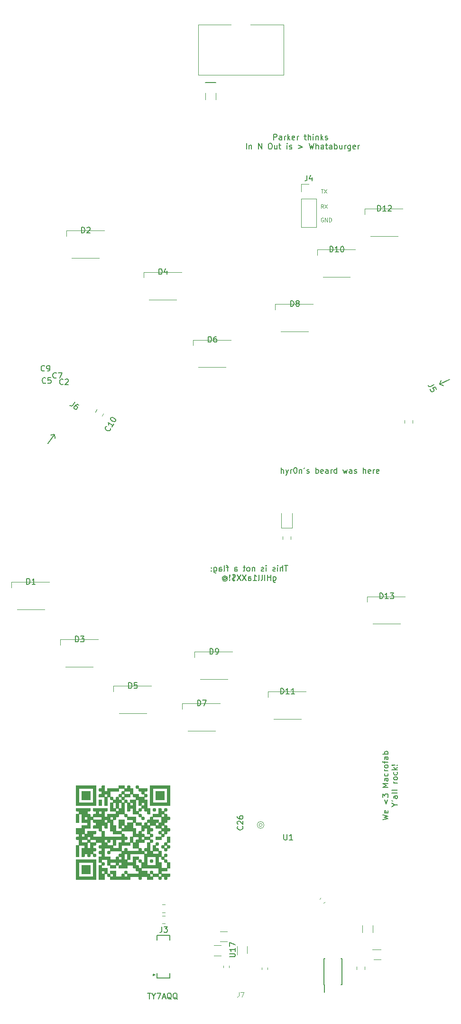
<source format=gto>
G04 #@! TF.GenerationSoftware,KiCad,Pcbnew,5.1.5-52549c5~84~ubuntu19.10.1*
G04 #@! TF.CreationDate,2020-03-20T23:31:44-07:00*
G04 #@! TF.ProjectId,hw3-jason_bourne,6877332d-6a61-4736-9f6e-5f626f75726e,rev?*
G04 #@! TF.SameCoordinates,Original*
G04 #@! TF.FileFunction,Legend,Top*
G04 #@! TF.FilePolarity,Positive*
%FSLAX46Y46*%
G04 Gerber Fmt 4.6, Leading zero omitted, Abs format (unit mm)*
G04 Created by KiCad (PCBNEW 5.1.5-52549c5~84~ubuntu19.10.1) date 2020-03-20 23:31:44*
%MOMM*%
%LPD*%
G04 APERTURE LIST*
%ADD10C,0.150000*%
%ADD11C,0.070000*%
%ADD12C,0.010000*%
%ADD13C,0.120000*%
%ADD14C,0.100000*%
G04 APERTURE END LIST*
D10*
X71933333Y-209952380D02*
X72504761Y-209952380D01*
X72219047Y-210952380D02*
X72219047Y-209952380D01*
X73028571Y-210476190D02*
X73028571Y-210952380D01*
X72695238Y-209952380D02*
X73028571Y-210476190D01*
X73361904Y-209952380D01*
X73600000Y-209952380D02*
X74266666Y-209952380D01*
X73838095Y-210952380D01*
X74600000Y-210666666D02*
X75076190Y-210666666D01*
X74504761Y-210952380D02*
X74838095Y-209952380D01*
X75171428Y-210952380D01*
X76171428Y-211047619D02*
X76076190Y-211000000D01*
X75980952Y-210904761D01*
X75838095Y-210761904D01*
X75742857Y-210714285D01*
X75647619Y-210714285D01*
X75695238Y-210952380D02*
X75600000Y-210904761D01*
X75504761Y-210809523D01*
X75457142Y-210619047D01*
X75457142Y-210285714D01*
X75504761Y-210095238D01*
X75600000Y-210000000D01*
X75695238Y-209952380D01*
X75885714Y-209952380D01*
X75980952Y-210000000D01*
X76076190Y-210095238D01*
X76123809Y-210285714D01*
X76123809Y-210619047D01*
X76076190Y-210809523D01*
X75980952Y-210904761D01*
X75885714Y-210952380D01*
X75695238Y-210952380D01*
X77219047Y-211047619D02*
X77123809Y-211000000D01*
X77028571Y-210904761D01*
X76885714Y-210761904D01*
X76790476Y-210714285D01*
X76695238Y-210714285D01*
X76742857Y-210952380D02*
X76647619Y-210904761D01*
X76552380Y-210809523D01*
X76504761Y-210619047D01*
X76504761Y-210285714D01*
X76552380Y-210095238D01*
X76647619Y-210000000D01*
X76742857Y-209952380D01*
X76933333Y-209952380D01*
X77028571Y-210000000D01*
X77123809Y-210095238D01*
X77171428Y-210285714D01*
X77171428Y-210619047D01*
X77123809Y-210809523D01*
X77028571Y-210904761D01*
X76933333Y-210952380D01*
X76742857Y-210952380D01*
X96930952Y-133627380D02*
X96359523Y-133627380D01*
X96645238Y-134627380D02*
X96645238Y-133627380D01*
X96026190Y-134627380D02*
X96026190Y-133627380D01*
X95597619Y-134627380D02*
X95597619Y-134103571D01*
X95645238Y-134008333D01*
X95740476Y-133960714D01*
X95883333Y-133960714D01*
X95978571Y-134008333D01*
X96026190Y-134055952D01*
X95121428Y-134627380D02*
X95121428Y-133960714D01*
X95121428Y-133627380D02*
X95169047Y-133675000D01*
X95121428Y-133722619D01*
X95073809Y-133675000D01*
X95121428Y-133627380D01*
X95121428Y-133722619D01*
X94692857Y-134579761D02*
X94597619Y-134627380D01*
X94407142Y-134627380D01*
X94311904Y-134579761D01*
X94264285Y-134484523D01*
X94264285Y-134436904D01*
X94311904Y-134341666D01*
X94407142Y-134294047D01*
X94550000Y-134294047D01*
X94645238Y-134246428D01*
X94692857Y-134151190D01*
X94692857Y-134103571D01*
X94645238Y-134008333D01*
X94550000Y-133960714D01*
X94407142Y-133960714D01*
X94311904Y-134008333D01*
X93073809Y-134627380D02*
X93073809Y-133960714D01*
X93073809Y-133627380D02*
X93121428Y-133675000D01*
X93073809Y-133722619D01*
X93026190Y-133675000D01*
X93073809Y-133627380D01*
X93073809Y-133722619D01*
X92645238Y-134579761D02*
X92550000Y-134627380D01*
X92359523Y-134627380D01*
X92264285Y-134579761D01*
X92216666Y-134484523D01*
X92216666Y-134436904D01*
X92264285Y-134341666D01*
X92359523Y-134294047D01*
X92502380Y-134294047D01*
X92597619Y-134246428D01*
X92645238Y-134151190D01*
X92645238Y-134103571D01*
X92597619Y-134008333D01*
X92502380Y-133960714D01*
X92359523Y-133960714D01*
X92264285Y-134008333D01*
X91026190Y-133960714D02*
X91026190Y-134627380D01*
X91026190Y-134055952D02*
X90978571Y-134008333D01*
X90883333Y-133960714D01*
X90740476Y-133960714D01*
X90645238Y-134008333D01*
X90597619Y-134103571D01*
X90597619Y-134627380D01*
X89978571Y-134627380D02*
X90073809Y-134579761D01*
X90121428Y-134532142D01*
X90169047Y-134436904D01*
X90169047Y-134151190D01*
X90121428Y-134055952D01*
X90073809Y-134008333D01*
X89978571Y-133960714D01*
X89835714Y-133960714D01*
X89740476Y-134008333D01*
X89692857Y-134055952D01*
X89645238Y-134151190D01*
X89645238Y-134436904D01*
X89692857Y-134532142D01*
X89740476Y-134579761D01*
X89835714Y-134627380D01*
X89978571Y-134627380D01*
X89359523Y-133960714D02*
X88978571Y-133960714D01*
X89216666Y-133627380D02*
X89216666Y-134484523D01*
X89169047Y-134579761D01*
X89073809Y-134627380D01*
X88978571Y-134627380D01*
X87454761Y-134627380D02*
X87454761Y-134103571D01*
X87502380Y-134008333D01*
X87597619Y-133960714D01*
X87788095Y-133960714D01*
X87883333Y-134008333D01*
X87454761Y-134579761D02*
X87550000Y-134627380D01*
X87788095Y-134627380D01*
X87883333Y-134579761D01*
X87930952Y-134484523D01*
X87930952Y-134389285D01*
X87883333Y-134294047D01*
X87788095Y-134246428D01*
X87550000Y-134246428D01*
X87454761Y-134198809D01*
X86359523Y-133960714D02*
X85978571Y-133960714D01*
X86216666Y-134627380D02*
X86216666Y-133770238D01*
X86169047Y-133675000D01*
X86073809Y-133627380D01*
X85978571Y-133627380D01*
X85502380Y-134627380D02*
X85597619Y-134579761D01*
X85645238Y-134484523D01*
X85645238Y-133627380D01*
X84692857Y-134627380D02*
X84692857Y-134103571D01*
X84740476Y-134008333D01*
X84835714Y-133960714D01*
X85026190Y-133960714D01*
X85121428Y-134008333D01*
X84692857Y-134579761D02*
X84788095Y-134627380D01*
X85026190Y-134627380D01*
X85121428Y-134579761D01*
X85169047Y-134484523D01*
X85169047Y-134389285D01*
X85121428Y-134294047D01*
X85026190Y-134246428D01*
X84788095Y-134246428D01*
X84692857Y-134198809D01*
X83788095Y-133960714D02*
X83788095Y-134770238D01*
X83835714Y-134865476D01*
X83883333Y-134913095D01*
X83978571Y-134960714D01*
X84121428Y-134960714D01*
X84216666Y-134913095D01*
X83788095Y-134579761D02*
X83883333Y-134627380D01*
X84073809Y-134627380D01*
X84169047Y-134579761D01*
X84216666Y-134532142D01*
X84264285Y-134436904D01*
X84264285Y-134151190D01*
X84216666Y-134055952D01*
X84169047Y-134008333D01*
X84073809Y-133960714D01*
X83883333Y-133960714D01*
X83788095Y-134008333D01*
X83311904Y-134532142D02*
X83264285Y-134579761D01*
X83311904Y-134627380D01*
X83359523Y-134579761D01*
X83311904Y-134532142D01*
X83311904Y-134627380D01*
X83311904Y-134008333D02*
X83264285Y-134055952D01*
X83311904Y-134103571D01*
X83359523Y-134055952D01*
X83311904Y-134008333D01*
X83311904Y-134103571D01*
X94359523Y-135610714D02*
X94359523Y-136420238D01*
X94407142Y-136515476D01*
X94454761Y-136563095D01*
X94550000Y-136610714D01*
X94692857Y-136610714D01*
X94788095Y-136563095D01*
X94359523Y-136229761D02*
X94454761Y-136277380D01*
X94645238Y-136277380D01*
X94740476Y-136229761D01*
X94788095Y-136182142D01*
X94835714Y-136086904D01*
X94835714Y-135801190D01*
X94788095Y-135705952D01*
X94740476Y-135658333D01*
X94645238Y-135610714D01*
X94454761Y-135610714D01*
X94359523Y-135658333D01*
X93883333Y-136277380D02*
X93883333Y-135277380D01*
X93883333Y-135753571D02*
X93311904Y-135753571D01*
X93311904Y-136277380D02*
X93311904Y-135277380D01*
X92835714Y-136277380D02*
X92835714Y-135277380D01*
X92216666Y-136277380D02*
X92311904Y-136229761D01*
X92359523Y-136134523D01*
X92359523Y-135277380D01*
X91692857Y-136277380D02*
X91788095Y-136229761D01*
X91835714Y-136134523D01*
X91835714Y-135277380D01*
X90788095Y-136277380D02*
X91359523Y-136277380D01*
X91073809Y-136277380D02*
X91073809Y-135277380D01*
X91169047Y-135420238D01*
X91264285Y-135515476D01*
X91359523Y-135563095D01*
X89930952Y-136277380D02*
X89930952Y-135753571D01*
X89978571Y-135658333D01*
X90073809Y-135610714D01*
X90264285Y-135610714D01*
X90359523Y-135658333D01*
X89930952Y-136229761D02*
X90026190Y-136277380D01*
X90264285Y-136277380D01*
X90359523Y-136229761D01*
X90407142Y-136134523D01*
X90407142Y-136039285D01*
X90359523Y-135944047D01*
X90264285Y-135896428D01*
X90026190Y-135896428D01*
X89930952Y-135848809D01*
X89550000Y-135277380D02*
X88883333Y-136277380D01*
X88883333Y-135277380D02*
X89550000Y-136277380D01*
X88597619Y-135277380D02*
X87930952Y-136277380D01*
X87930952Y-135277380D02*
X88597619Y-136277380D01*
X87597619Y-136229761D02*
X87454761Y-136277380D01*
X87216666Y-136277380D01*
X87121428Y-136229761D01*
X87073809Y-136182142D01*
X87026190Y-136086904D01*
X87026190Y-135991666D01*
X87073809Y-135896428D01*
X87121428Y-135848809D01*
X87216666Y-135801190D01*
X87407142Y-135753571D01*
X87502380Y-135705952D01*
X87550000Y-135658333D01*
X87597619Y-135563095D01*
X87597619Y-135467857D01*
X87550000Y-135372619D01*
X87502380Y-135325000D01*
X87407142Y-135277380D01*
X87169047Y-135277380D01*
X87026190Y-135325000D01*
X87311904Y-135134523D02*
X87311904Y-136420238D01*
X86597619Y-136182142D02*
X86550000Y-136229761D01*
X86597619Y-136277380D01*
X86645238Y-136229761D01*
X86597619Y-136182142D01*
X86597619Y-136277380D01*
X86597619Y-135896428D02*
X86645238Y-135325000D01*
X86597619Y-135277380D01*
X86550000Y-135325000D01*
X86597619Y-135896428D01*
X86597619Y-135277380D01*
X85502380Y-135801190D02*
X85550000Y-135753571D01*
X85645238Y-135705952D01*
X85740476Y-135705952D01*
X85835714Y-135753571D01*
X85883333Y-135801190D01*
X85930952Y-135896428D01*
X85930952Y-135991666D01*
X85883333Y-136086904D01*
X85835714Y-136134523D01*
X85740476Y-136182142D01*
X85645238Y-136182142D01*
X85550000Y-136134523D01*
X85502380Y-136086904D01*
X85502380Y-135705952D02*
X85502380Y-136086904D01*
X85454761Y-136134523D01*
X85407142Y-136134523D01*
X85311904Y-136086904D01*
X85264285Y-135991666D01*
X85264285Y-135753571D01*
X85359523Y-135610714D01*
X85502380Y-135515476D01*
X85692857Y-135467857D01*
X85883333Y-135515476D01*
X86026190Y-135610714D01*
X86121428Y-135753571D01*
X86169047Y-135944047D01*
X86121428Y-136134523D01*
X86026190Y-136277380D01*
X85883333Y-136372619D01*
X85692857Y-136420238D01*
X85502380Y-136372619D01*
X85359523Y-136277380D01*
X95785714Y-117152380D02*
X95785714Y-116152380D01*
X96214285Y-117152380D02*
X96214285Y-116628571D01*
X96166666Y-116533333D01*
X96071428Y-116485714D01*
X95928571Y-116485714D01*
X95833333Y-116533333D01*
X95785714Y-116580952D01*
X96595238Y-116485714D02*
X96833333Y-117152380D01*
X97071428Y-116485714D02*
X96833333Y-117152380D01*
X96738095Y-117390476D01*
X96690476Y-117438095D01*
X96595238Y-117485714D01*
X97452380Y-117152380D02*
X97452380Y-116485714D01*
X97452380Y-116676190D02*
X97500000Y-116580952D01*
X97547619Y-116533333D01*
X97642857Y-116485714D01*
X97738095Y-116485714D01*
X98261904Y-116152380D02*
X98357142Y-116152380D01*
X98452380Y-116200000D01*
X98500000Y-116247619D01*
X98547619Y-116342857D01*
X98595238Y-116533333D01*
X98595238Y-116771428D01*
X98547619Y-116961904D01*
X98500000Y-117057142D01*
X98452380Y-117104761D01*
X98357142Y-117152380D01*
X98261904Y-117152380D01*
X98166666Y-117104761D01*
X98119047Y-117057142D01*
X98071428Y-116961904D01*
X98023809Y-116771428D01*
X98023809Y-116533333D01*
X98071428Y-116342857D01*
X98119047Y-116247619D01*
X98166666Y-116200000D01*
X98261904Y-116152380D01*
X99023809Y-116485714D02*
X99023809Y-117152380D01*
X99023809Y-116580952D02*
X99071428Y-116533333D01*
X99166666Y-116485714D01*
X99309523Y-116485714D01*
X99404761Y-116533333D01*
X99452380Y-116628571D01*
X99452380Y-117152380D01*
X99976190Y-116152380D02*
X99880952Y-116342857D01*
X100357142Y-117104761D02*
X100452380Y-117152380D01*
X100642857Y-117152380D01*
X100738095Y-117104761D01*
X100785714Y-117009523D01*
X100785714Y-116961904D01*
X100738095Y-116866666D01*
X100642857Y-116819047D01*
X100500000Y-116819047D01*
X100404761Y-116771428D01*
X100357142Y-116676190D01*
X100357142Y-116628571D01*
X100404761Y-116533333D01*
X100500000Y-116485714D01*
X100642857Y-116485714D01*
X100738095Y-116533333D01*
X101976190Y-117152380D02*
X101976190Y-116152380D01*
X101976190Y-116533333D02*
X102071428Y-116485714D01*
X102261904Y-116485714D01*
X102357142Y-116533333D01*
X102404761Y-116580952D01*
X102452380Y-116676190D01*
X102452380Y-116961904D01*
X102404761Y-117057142D01*
X102357142Y-117104761D01*
X102261904Y-117152380D01*
X102071428Y-117152380D01*
X101976190Y-117104761D01*
X103261904Y-117104761D02*
X103166666Y-117152380D01*
X102976190Y-117152380D01*
X102880952Y-117104761D01*
X102833333Y-117009523D01*
X102833333Y-116628571D01*
X102880952Y-116533333D01*
X102976190Y-116485714D01*
X103166666Y-116485714D01*
X103261904Y-116533333D01*
X103309523Y-116628571D01*
X103309523Y-116723809D01*
X102833333Y-116819047D01*
X104166666Y-117152380D02*
X104166666Y-116628571D01*
X104119047Y-116533333D01*
X104023809Y-116485714D01*
X103833333Y-116485714D01*
X103738095Y-116533333D01*
X104166666Y-117104761D02*
X104071428Y-117152380D01*
X103833333Y-117152380D01*
X103738095Y-117104761D01*
X103690476Y-117009523D01*
X103690476Y-116914285D01*
X103738095Y-116819047D01*
X103833333Y-116771428D01*
X104071428Y-116771428D01*
X104166666Y-116723809D01*
X104642857Y-117152380D02*
X104642857Y-116485714D01*
X104642857Y-116676190D02*
X104690476Y-116580952D01*
X104738095Y-116533333D01*
X104833333Y-116485714D01*
X104928571Y-116485714D01*
X105690476Y-117152380D02*
X105690476Y-116152380D01*
X105690476Y-117104761D02*
X105595238Y-117152380D01*
X105404761Y-117152380D01*
X105309523Y-117104761D01*
X105261904Y-117057142D01*
X105214285Y-116961904D01*
X105214285Y-116676190D01*
X105261904Y-116580952D01*
X105309523Y-116533333D01*
X105404761Y-116485714D01*
X105595238Y-116485714D01*
X105690476Y-116533333D01*
X106833333Y-116485714D02*
X107023809Y-117152380D01*
X107214285Y-116676190D01*
X107404761Y-117152380D01*
X107595238Y-116485714D01*
X108404761Y-117152380D02*
X108404761Y-116628571D01*
X108357142Y-116533333D01*
X108261904Y-116485714D01*
X108071428Y-116485714D01*
X107976190Y-116533333D01*
X108404761Y-117104761D02*
X108309523Y-117152380D01*
X108071428Y-117152380D01*
X107976190Y-117104761D01*
X107928571Y-117009523D01*
X107928571Y-116914285D01*
X107976190Y-116819047D01*
X108071428Y-116771428D01*
X108309523Y-116771428D01*
X108404761Y-116723809D01*
X108833333Y-117104761D02*
X108928571Y-117152380D01*
X109119047Y-117152380D01*
X109214285Y-117104761D01*
X109261904Y-117009523D01*
X109261904Y-116961904D01*
X109214285Y-116866666D01*
X109119047Y-116819047D01*
X108976190Y-116819047D01*
X108880952Y-116771428D01*
X108833333Y-116676190D01*
X108833333Y-116628571D01*
X108880952Y-116533333D01*
X108976190Y-116485714D01*
X109119047Y-116485714D01*
X109214285Y-116533333D01*
X110452380Y-117152380D02*
X110452380Y-116152380D01*
X110880952Y-117152380D02*
X110880952Y-116628571D01*
X110833333Y-116533333D01*
X110738095Y-116485714D01*
X110595238Y-116485714D01*
X110500000Y-116533333D01*
X110452380Y-116580952D01*
X111738095Y-117104761D02*
X111642857Y-117152380D01*
X111452380Y-117152380D01*
X111357142Y-117104761D01*
X111309523Y-117009523D01*
X111309523Y-116628571D01*
X111357142Y-116533333D01*
X111452380Y-116485714D01*
X111642857Y-116485714D01*
X111738095Y-116533333D01*
X111785714Y-116628571D01*
X111785714Y-116723809D01*
X111309523Y-116819047D01*
X112214285Y-117152380D02*
X112214285Y-116485714D01*
X112214285Y-116676190D02*
X112261904Y-116580952D01*
X112309523Y-116533333D01*
X112404761Y-116485714D01*
X112500000Y-116485714D01*
X113214285Y-117104761D02*
X113119047Y-117152380D01*
X112928571Y-117152380D01*
X112833333Y-117104761D01*
X112785714Y-117009523D01*
X112785714Y-116628571D01*
X112833333Y-116533333D01*
X112928571Y-116485714D01*
X113119047Y-116485714D01*
X113214285Y-116533333D01*
X113261904Y-116628571D01*
X113261904Y-116723809D01*
X112785714Y-116819047D01*
X94433333Y-57627380D02*
X94433333Y-56627380D01*
X94814285Y-56627380D01*
X94909523Y-56675000D01*
X94957142Y-56722619D01*
X95004761Y-56817857D01*
X95004761Y-56960714D01*
X94957142Y-57055952D01*
X94909523Y-57103571D01*
X94814285Y-57151190D01*
X94433333Y-57151190D01*
X95861904Y-57627380D02*
X95861904Y-57103571D01*
X95814285Y-57008333D01*
X95719047Y-56960714D01*
X95528571Y-56960714D01*
X95433333Y-57008333D01*
X95861904Y-57579761D02*
X95766666Y-57627380D01*
X95528571Y-57627380D01*
X95433333Y-57579761D01*
X95385714Y-57484523D01*
X95385714Y-57389285D01*
X95433333Y-57294047D01*
X95528571Y-57246428D01*
X95766666Y-57246428D01*
X95861904Y-57198809D01*
X96338095Y-57627380D02*
X96338095Y-56960714D01*
X96338095Y-57151190D02*
X96385714Y-57055952D01*
X96433333Y-57008333D01*
X96528571Y-56960714D01*
X96623809Y-56960714D01*
X96957142Y-57627380D02*
X96957142Y-56627380D01*
X97052380Y-57246428D02*
X97338095Y-57627380D01*
X97338095Y-56960714D02*
X96957142Y-57341666D01*
X98147619Y-57579761D02*
X98052380Y-57627380D01*
X97861904Y-57627380D01*
X97766666Y-57579761D01*
X97719047Y-57484523D01*
X97719047Y-57103571D01*
X97766666Y-57008333D01*
X97861904Y-56960714D01*
X98052380Y-56960714D01*
X98147619Y-57008333D01*
X98195238Y-57103571D01*
X98195238Y-57198809D01*
X97719047Y-57294047D01*
X98623809Y-57627380D02*
X98623809Y-56960714D01*
X98623809Y-57151190D02*
X98671428Y-57055952D01*
X98719047Y-57008333D01*
X98814285Y-56960714D01*
X98909523Y-56960714D01*
X99861904Y-56960714D02*
X100242857Y-56960714D01*
X100004761Y-56627380D02*
X100004761Y-57484523D01*
X100052380Y-57579761D01*
X100147619Y-57627380D01*
X100242857Y-57627380D01*
X100576190Y-57627380D02*
X100576190Y-56627380D01*
X101004761Y-57627380D02*
X101004761Y-57103571D01*
X100957142Y-57008333D01*
X100861904Y-56960714D01*
X100719047Y-56960714D01*
X100623809Y-57008333D01*
X100576190Y-57055952D01*
X101480952Y-57627380D02*
X101480952Y-56960714D01*
X101480952Y-56627380D02*
X101433333Y-56675000D01*
X101480952Y-56722619D01*
X101528571Y-56675000D01*
X101480952Y-56627380D01*
X101480952Y-56722619D01*
X101957142Y-56960714D02*
X101957142Y-57627380D01*
X101957142Y-57055952D02*
X102004761Y-57008333D01*
X102100000Y-56960714D01*
X102242857Y-56960714D01*
X102338095Y-57008333D01*
X102385714Y-57103571D01*
X102385714Y-57627380D01*
X102861904Y-57627380D02*
X102861904Y-56627380D01*
X102957142Y-57246428D02*
X103242857Y-57627380D01*
X103242857Y-56960714D02*
X102861904Y-57341666D01*
X103623809Y-57579761D02*
X103719047Y-57627380D01*
X103909523Y-57627380D01*
X104004761Y-57579761D01*
X104052380Y-57484523D01*
X104052380Y-57436904D01*
X104004761Y-57341666D01*
X103909523Y-57294047D01*
X103766666Y-57294047D01*
X103671428Y-57246428D01*
X103623809Y-57151190D01*
X103623809Y-57103571D01*
X103671428Y-57008333D01*
X103766666Y-56960714D01*
X103909523Y-56960714D01*
X104004761Y-57008333D01*
X89576190Y-59277380D02*
X89576190Y-58277380D01*
X90052380Y-58610714D02*
X90052380Y-59277380D01*
X90052380Y-58705952D02*
X90100000Y-58658333D01*
X90195238Y-58610714D01*
X90338095Y-58610714D01*
X90433333Y-58658333D01*
X90480952Y-58753571D01*
X90480952Y-59277380D01*
X91719047Y-59277380D02*
X91719047Y-58277380D01*
X92290476Y-59277380D01*
X92290476Y-58277380D01*
X93719047Y-58277380D02*
X93909523Y-58277380D01*
X94004761Y-58325000D01*
X94100000Y-58420238D01*
X94147619Y-58610714D01*
X94147619Y-58944047D01*
X94100000Y-59134523D01*
X94004761Y-59229761D01*
X93909523Y-59277380D01*
X93719047Y-59277380D01*
X93623809Y-59229761D01*
X93528571Y-59134523D01*
X93480952Y-58944047D01*
X93480952Y-58610714D01*
X93528571Y-58420238D01*
X93623809Y-58325000D01*
X93719047Y-58277380D01*
X95004761Y-58610714D02*
X95004761Y-59277380D01*
X94576190Y-58610714D02*
X94576190Y-59134523D01*
X94623809Y-59229761D01*
X94719047Y-59277380D01*
X94861904Y-59277380D01*
X94957142Y-59229761D01*
X95004761Y-59182142D01*
X95338095Y-58610714D02*
X95719047Y-58610714D01*
X95480952Y-58277380D02*
X95480952Y-59134523D01*
X95528571Y-59229761D01*
X95623809Y-59277380D01*
X95719047Y-59277380D01*
X96814285Y-59277380D02*
X96814285Y-58610714D01*
X96814285Y-58277380D02*
X96766666Y-58325000D01*
X96814285Y-58372619D01*
X96861904Y-58325000D01*
X96814285Y-58277380D01*
X96814285Y-58372619D01*
X97242857Y-59229761D02*
X97338095Y-59277380D01*
X97528571Y-59277380D01*
X97623809Y-59229761D01*
X97671428Y-59134523D01*
X97671428Y-59086904D01*
X97623809Y-58991666D01*
X97528571Y-58944047D01*
X97385714Y-58944047D01*
X97290476Y-58896428D01*
X97242857Y-58801190D01*
X97242857Y-58753571D01*
X97290476Y-58658333D01*
X97385714Y-58610714D01*
X97528571Y-58610714D01*
X97623809Y-58658333D01*
X98861904Y-58610714D02*
X99623809Y-58896428D01*
X98861904Y-59182142D01*
X100766666Y-58277380D02*
X101004761Y-59277380D01*
X101195238Y-58563095D01*
X101385714Y-59277380D01*
X101623809Y-58277380D01*
X102004761Y-59277380D02*
X102004761Y-58277380D01*
X102433333Y-59277380D02*
X102433333Y-58753571D01*
X102385714Y-58658333D01*
X102290476Y-58610714D01*
X102147619Y-58610714D01*
X102052380Y-58658333D01*
X102004761Y-58705952D01*
X103338095Y-59277380D02*
X103338095Y-58753571D01*
X103290476Y-58658333D01*
X103195238Y-58610714D01*
X103004761Y-58610714D01*
X102909523Y-58658333D01*
X103338095Y-59229761D02*
X103242857Y-59277380D01*
X103004761Y-59277380D01*
X102909523Y-59229761D01*
X102861904Y-59134523D01*
X102861904Y-59039285D01*
X102909523Y-58944047D01*
X103004761Y-58896428D01*
X103242857Y-58896428D01*
X103338095Y-58848809D01*
X103671428Y-58610714D02*
X104052380Y-58610714D01*
X103814285Y-58277380D02*
X103814285Y-59134523D01*
X103861904Y-59229761D01*
X103957142Y-59277380D01*
X104052380Y-59277380D01*
X104814285Y-59277380D02*
X104814285Y-58753571D01*
X104766666Y-58658333D01*
X104671428Y-58610714D01*
X104480952Y-58610714D01*
X104385714Y-58658333D01*
X104814285Y-59229761D02*
X104719047Y-59277380D01*
X104480952Y-59277380D01*
X104385714Y-59229761D01*
X104338095Y-59134523D01*
X104338095Y-59039285D01*
X104385714Y-58944047D01*
X104480952Y-58896428D01*
X104719047Y-58896428D01*
X104814285Y-58848809D01*
X105290476Y-59277380D02*
X105290476Y-58277380D01*
X105290476Y-58658333D02*
X105385714Y-58610714D01*
X105576190Y-58610714D01*
X105671428Y-58658333D01*
X105719047Y-58705952D01*
X105766666Y-58801190D01*
X105766666Y-59086904D01*
X105719047Y-59182142D01*
X105671428Y-59229761D01*
X105576190Y-59277380D01*
X105385714Y-59277380D01*
X105290476Y-59229761D01*
X106623809Y-58610714D02*
X106623809Y-59277380D01*
X106195238Y-58610714D02*
X106195238Y-59134523D01*
X106242857Y-59229761D01*
X106338095Y-59277380D01*
X106480952Y-59277380D01*
X106576190Y-59229761D01*
X106623809Y-59182142D01*
X107100000Y-59277380D02*
X107100000Y-58610714D01*
X107100000Y-58801190D02*
X107147619Y-58705952D01*
X107195238Y-58658333D01*
X107290476Y-58610714D01*
X107385714Y-58610714D01*
X108147619Y-58610714D02*
X108147619Y-59420238D01*
X108100000Y-59515476D01*
X108052380Y-59563095D01*
X107957142Y-59610714D01*
X107814285Y-59610714D01*
X107719047Y-59563095D01*
X108147619Y-59229761D02*
X108052380Y-59277380D01*
X107861904Y-59277380D01*
X107766666Y-59229761D01*
X107719047Y-59182142D01*
X107671428Y-59086904D01*
X107671428Y-58801190D01*
X107719047Y-58705952D01*
X107766666Y-58658333D01*
X107861904Y-58610714D01*
X108052380Y-58610714D01*
X108147619Y-58658333D01*
X109004761Y-59229761D02*
X108909523Y-59277380D01*
X108719047Y-59277380D01*
X108623809Y-59229761D01*
X108576190Y-59134523D01*
X108576190Y-58753571D01*
X108623809Y-58658333D01*
X108719047Y-58610714D01*
X108909523Y-58610714D01*
X109004761Y-58658333D01*
X109052380Y-58753571D01*
X109052380Y-58848809D01*
X108576190Y-58944047D01*
X109480952Y-59277380D02*
X109480952Y-58610714D01*
X109480952Y-58801190D02*
X109528571Y-58705952D01*
X109576190Y-58658333D01*
X109671428Y-58610714D01*
X109766666Y-58610714D01*
X82250000Y-47450000D02*
X84100000Y-47450000D01*
X113877380Y-179019047D02*
X114877380Y-178780952D01*
X114163095Y-178590476D01*
X114877380Y-178400000D01*
X113877380Y-178161904D01*
X114829761Y-177400000D02*
X114877380Y-177495238D01*
X114877380Y-177685714D01*
X114829761Y-177780952D01*
X114734523Y-177828571D01*
X114353571Y-177828571D01*
X114258333Y-177780952D01*
X114210714Y-177685714D01*
X114210714Y-177495238D01*
X114258333Y-177400000D01*
X114353571Y-177352380D01*
X114448809Y-177352380D01*
X114544047Y-177828571D01*
X114210714Y-175400000D02*
X114496428Y-176161904D01*
X114782142Y-175400000D01*
X113877380Y-175019047D02*
X113877380Y-174400000D01*
X114258333Y-174733333D01*
X114258333Y-174590476D01*
X114305952Y-174495238D01*
X114353571Y-174447619D01*
X114448809Y-174400000D01*
X114686904Y-174400000D01*
X114782142Y-174447619D01*
X114829761Y-174495238D01*
X114877380Y-174590476D01*
X114877380Y-174876190D01*
X114829761Y-174971428D01*
X114782142Y-175019047D01*
X114877380Y-173209523D02*
X113877380Y-173209523D01*
X114591666Y-172876190D01*
X113877380Y-172542857D01*
X114877380Y-172542857D01*
X114877380Y-171638095D02*
X114353571Y-171638095D01*
X114258333Y-171685714D01*
X114210714Y-171780952D01*
X114210714Y-171971428D01*
X114258333Y-172066666D01*
X114829761Y-171638095D02*
X114877380Y-171733333D01*
X114877380Y-171971428D01*
X114829761Y-172066666D01*
X114734523Y-172114285D01*
X114639285Y-172114285D01*
X114544047Y-172066666D01*
X114496428Y-171971428D01*
X114496428Y-171733333D01*
X114448809Y-171638095D01*
X114829761Y-170733333D02*
X114877380Y-170828571D01*
X114877380Y-171019047D01*
X114829761Y-171114285D01*
X114782142Y-171161904D01*
X114686904Y-171209523D01*
X114401190Y-171209523D01*
X114305952Y-171161904D01*
X114258333Y-171114285D01*
X114210714Y-171019047D01*
X114210714Y-170828571D01*
X114258333Y-170733333D01*
X114877380Y-170304761D02*
X114210714Y-170304761D01*
X114401190Y-170304761D02*
X114305952Y-170257142D01*
X114258333Y-170209523D01*
X114210714Y-170114285D01*
X114210714Y-170019047D01*
X114877380Y-169542857D02*
X114829761Y-169638095D01*
X114782142Y-169685714D01*
X114686904Y-169733333D01*
X114401190Y-169733333D01*
X114305952Y-169685714D01*
X114258333Y-169638095D01*
X114210714Y-169542857D01*
X114210714Y-169400000D01*
X114258333Y-169304761D01*
X114305952Y-169257142D01*
X114401190Y-169209523D01*
X114686904Y-169209523D01*
X114782142Y-169257142D01*
X114829761Y-169304761D01*
X114877380Y-169400000D01*
X114877380Y-169542857D01*
X114210714Y-168923809D02*
X114210714Y-168542857D01*
X114877380Y-168780952D02*
X114020238Y-168780952D01*
X113925000Y-168733333D01*
X113877380Y-168638095D01*
X113877380Y-168542857D01*
X114877380Y-167780952D02*
X114353571Y-167780952D01*
X114258333Y-167828571D01*
X114210714Y-167923809D01*
X114210714Y-168114285D01*
X114258333Y-168209523D01*
X114829761Y-167780952D02*
X114877380Y-167876190D01*
X114877380Y-168114285D01*
X114829761Y-168209523D01*
X114734523Y-168257142D01*
X114639285Y-168257142D01*
X114544047Y-168209523D01*
X114496428Y-168114285D01*
X114496428Y-167876190D01*
X114448809Y-167780952D01*
X114877380Y-167304761D02*
X113877380Y-167304761D01*
X114258333Y-167304761D02*
X114210714Y-167209523D01*
X114210714Y-167019047D01*
X114258333Y-166923809D01*
X114305952Y-166876190D01*
X114401190Y-166828571D01*
X114686904Y-166828571D01*
X114782142Y-166876190D01*
X114829761Y-166923809D01*
X114877380Y-167019047D01*
X114877380Y-167209523D01*
X114829761Y-167304761D01*
X116051190Y-176328571D02*
X116527380Y-176328571D01*
X115527380Y-176661904D02*
X116051190Y-176328571D01*
X115527380Y-175995238D01*
X115527380Y-175614285D02*
X115717857Y-175709523D01*
X116527380Y-174757142D02*
X116003571Y-174757142D01*
X115908333Y-174804761D01*
X115860714Y-174900000D01*
X115860714Y-175090476D01*
X115908333Y-175185714D01*
X116479761Y-174757142D02*
X116527380Y-174852380D01*
X116527380Y-175090476D01*
X116479761Y-175185714D01*
X116384523Y-175233333D01*
X116289285Y-175233333D01*
X116194047Y-175185714D01*
X116146428Y-175090476D01*
X116146428Y-174852380D01*
X116098809Y-174757142D01*
X116527380Y-174138095D02*
X116479761Y-174233333D01*
X116384523Y-174280952D01*
X115527380Y-174280952D01*
X116527380Y-173614285D02*
X116479761Y-173709523D01*
X116384523Y-173757142D01*
X115527380Y-173757142D01*
X116527380Y-172471428D02*
X115860714Y-172471428D01*
X116051190Y-172471428D02*
X115955952Y-172423809D01*
X115908333Y-172376190D01*
X115860714Y-172280952D01*
X115860714Y-172185714D01*
X116527380Y-171709523D02*
X116479761Y-171804761D01*
X116432142Y-171852380D01*
X116336904Y-171900000D01*
X116051190Y-171900000D01*
X115955952Y-171852380D01*
X115908333Y-171804761D01*
X115860714Y-171709523D01*
X115860714Y-171566666D01*
X115908333Y-171471428D01*
X115955952Y-171423809D01*
X116051190Y-171376190D01*
X116336904Y-171376190D01*
X116432142Y-171423809D01*
X116479761Y-171471428D01*
X116527380Y-171566666D01*
X116527380Y-171709523D01*
X116479761Y-170519047D02*
X116527380Y-170614285D01*
X116527380Y-170804761D01*
X116479761Y-170900000D01*
X116432142Y-170947619D01*
X116336904Y-170995238D01*
X116051190Y-170995238D01*
X115955952Y-170947619D01*
X115908333Y-170900000D01*
X115860714Y-170804761D01*
X115860714Y-170614285D01*
X115908333Y-170519047D01*
X116527380Y-170090476D02*
X115527380Y-170090476D01*
X116146428Y-169995238D02*
X116527380Y-169709523D01*
X115860714Y-169709523D02*
X116241666Y-170090476D01*
X116432142Y-169280952D02*
X116479761Y-169233333D01*
X116527380Y-169280952D01*
X116479761Y-169328571D01*
X116432142Y-169280952D01*
X116527380Y-169280952D01*
X116146428Y-169280952D02*
X115575000Y-169328571D01*
X115527380Y-169280952D01*
X115575000Y-169233333D01*
X116146428Y-169280952D01*
X115527380Y-169280952D01*
D11*
X103266666Y-71600000D02*
X103200000Y-71566666D01*
X103100000Y-71566666D01*
X103000000Y-71600000D01*
X102933333Y-71666666D01*
X102900000Y-71733333D01*
X102866666Y-71866666D01*
X102866666Y-71966666D01*
X102900000Y-72100000D01*
X102933333Y-72166666D01*
X103000000Y-72233333D01*
X103100000Y-72266666D01*
X103166666Y-72266666D01*
X103266666Y-72233333D01*
X103300000Y-72200000D01*
X103300000Y-71966666D01*
X103166666Y-71966666D01*
X103600000Y-72266666D02*
X103600000Y-71566666D01*
X104000000Y-72266666D01*
X104000000Y-71566666D01*
X104333333Y-72266666D02*
X104333333Y-71566666D01*
X104500000Y-71566666D01*
X104600000Y-71600000D01*
X104666666Y-71666666D01*
X104700000Y-71733333D01*
X104733333Y-71866666D01*
X104733333Y-71966666D01*
X104700000Y-72100000D01*
X104666666Y-72166666D01*
X104600000Y-72233333D01*
X104500000Y-72266666D01*
X104333333Y-72266666D01*
X103283333Y-69866666D02*
X103050000Y-69533333D01*
X102883333Y-69866666D02*
X102883333Y-69166666D01*
X103150000Y-69166666D01*
X103216666Y-69200000D01*
X103250000Y-69233333D01*
X103283333Y-69300000D01*
X103283333Y-69400000D01*
X103250000Y-69466666D01*
X103216666Y-69500000D01*
X103150000Y-69533333D01*
X102883333Y-69533333D01*
X103516666Y-69166666D02*
X103983333Y-69866666D01*
X103983333Y-69166666D02*
X103516666Y-69866666D01*
X102866666Y-66466666D02*
X103266666Y-66466666D01*
X103066666Y-67166666D02*
X103066666Y-66466666D01*
X103433333Y-66466666D02*
X103900000Y-67166666D01*
X103900000Y-66466666D02*
X103433333Y-67166666D01*
D12*
G36*
X74879714Y-175421714D02*
G01*
X73355714Y-175421714D01*
X73355714Y-173897714D01*
X74879714Y-173897714D01*
X74879714Y-175421714D01*
G37*
X74879714Y-175421714D02*
X73355714Y-175421714D01*
X73355714Y-173897714D01*
X74879714Y-173897714D01*
X74879714Y-175421714D01*
G36*
X61671714Y-175421714D02*
G01*
X60147714Y-175421714D01*
X60147714Y-173897714D01*
X61671714Y-173897714D01*
X61671714Y-175421714D01*
G37*
X61671714Y-175421714D02*
X60147714Y-175421714D01*
X60147714Y-173897714D01*
X61671714Y-173897714D01*
X61671714Y-175421714D01*
G36*
X67683953Y-173908948D02*
G01*
X67753769Y-173972331D01*
X67767682Y-174132381D01*
X67767714Y-174151714D01*
X67767714Y-174405714D01*
X68783714Y-174405714D01*
X68783714Y-174913714D01*
X67767714Y-174913714D01*
X67767714Y-175167714D01*
X67756480Y-175337953D01*
X67693097Y-175407769D01*
X67533047Y-175421682D01*
X67513714Y-175421714D01*
X67343475Y-175410480D01*
X67273659Y-175347097D01*
X67259746Y-175187047D01*
X67259714Y-175167714D01*
X67248480Y-174997475D01*
X67185097Y-174927659D01*
X67025047Y-174913746D01*
X67005714Y-174913714D01*
X66835475Y-174902480D01*
X66765659Y-174839097D01*
X66751746Y-174679047D01*
X66751714Y-174659714D01*
X67259714Y-174659714D01*
X67270948Y-174829953D01*
X67334331Y-174899769D01*
X67494381Y-174913682D01*
X67513714Y-174913714D01*
X67683953Y-174902480D01*
X67753769Y-174839097D01*
X67767682Y-174679047D01*
X67767714Y-174659714D01*
X67756480Y-174489475D01*
X67693097Y-174419659D01*
X67533047Y-174405746D01*
X67513714Y-174405714D01*
X67343475Y-174416948D01*
X67273659Y-174480331D01*
X67259746Y-174640381D01*
X67259714Y-174659714D01*
X66751714Y-174659714D01*
X66762948Y-174489475D01*
X66826331Y-174419659D01*
X66986381Y-174405746D01*
X67005714Y-174405714D01*
X67175953Y-174394480D01*
X67245769Y-174331097D01*
X67259682Y-174171047D01*
X67259714Y-174151714D01*
X67270948Y-173981475D01*
X67334331Y-173911659D01*
X67494381Y-173897746D01*
X67513714Y-173897714D01*
X67683953Y-173908948D01*
G37*
X67683953Y-173908948D02*
X67753769Y-173972331D01*
X67767682Y-174132381D01*
X67767714Y-174151714D01*
X67767714Y-174405714D01*
X68783714Y-174405714D01*
X68783714Y-174913714D01*
X67767714Y-174913714D01*
X67767714Y-175167714D01*
X67756480Y-175337953D01*
X67693097Y-175407769D01*
X67533047Y-175421682D01*
X67513714Y-175421714D01*
X67343475Y-175410480D01*
X67273659Y-175347097D01*
X67259746Y-175187047D01*
X67259714Y-175167714D01*
X67248480Y-174997475D01*
X67185097Y-174927659D01*
X67025047Y-174913746D01*
X67005714Y-174913714D01*
X66835475Y-174902480D01*
X66765659Y-174839097D01*
X66751746Y-174679047D01*
X66751714Y-174659714D01*
X67259714Y-174659714D01*
X67270948Y-174829953D01*
X67334331Y-174899769D01*
X67494381Y-174913682D01*
X67513714Y-174913714D01*
X67683953Y-174902480D01*
X67753769Y-174839097D01*
X67767682Y-174679047D01*
X67767714Y-174659714D01*
X67756480Y-174489475D01*
X67693097Y-174419659D01*
X67533047Y-174405746D01*
X67513714Y-174405714D01*
X67343475Y-174416948D01*
X67273659Y-174480331D01*
X67259746Y-174640381D01*
X67259714Y-174659714D01*
X66751714Y-174659714D01*
X66762948Y-174489475D01*
X66826331Y-174419659D01*
X66986381Y-174405746D01*
X67005714Y-174405714D01*
X67175953Y-174394480D01*
X67245769Y-174331097D01*
X67259682Y-174171047D01*
X67259714Y-174151714D01*
X67270948Y-173981475D01*
X67334331Y-173911659D01*
X67494381Y-173897746D01*
X67513714Y-173897714D01*
X67683953Y-173908948D01*
G36*
X61587953Y-182544948D02*
G01*
X61657769Y-182608331D01*
X61671682Y-182768381D01*
X61671714Y-182787714D01*
X61660480Y-182957953D01*
X61597097Y-183027769D01*
X61437047Y-183041682D01*
X61417714Y-183041714D01*
X61247475Y-183030480D01*
X61177659Y-182967097D01*
X61163746Y-182807047D01*
X61163714Y-182787714D01*
X61174948Y-182617475D01*
X61238331Y-182547659D01*
X61398381Y-182533746D01*
X61417714Y-182533714D01*
X61587953Y-182544948D01*
G37*
X61587953Y-182544948D02*
X61657769Y-182608331D01*
X61671682Y-182768381D01*
X61671714Y-182787714D01*
X61660480Y-182957953D01*
X61597097Y-183027769D01*
X61437047Y-183041682D01*
X61417714Y-183041714D01*
X61247475Y-183030480D01*
X61177659Y-182967097D01*
X61163746Y-182807047D01*
X61163714Y-182787714D01*
X61174948Y-182617475D01*
X61238331Y-182547659D01*
X61398381Y-182533746D01*
X61417714Y-182533714D01*
X61587953Y-182544948D01*
G36*
X72763953Y-186100948D02*
G01*
X72833769Y-186164331D01*
X72847682Y-186324381D01*
X72847714Y-186343714D01*
X72836480Y-186513953D01*
X72773097Y-186583769D01*
X72613047Y-186597682D01*
X72593714Y-186597714D01*
X72423475Y-186586480D01*
X72353659Y-186523097D01*
X72339746Y-186363047D01*
X72339714Y-186343714D01*
X72350948Y-186173475D01*
X72414331Y-186103659D01*
X72574381Y-186089746D01*
X72593714Y-186089714D01*
X72763953Y-186100948D01*
G37*
X72763953Y-186100948D02*
X72833769Y-186164331D01*
X72847682Y-186324381D01*
X72847714Y-186343714D01*
X72836480Y-186513953D01*
X72773097Y-186583769D01*
X72613047Y-186597682D01*
X72593714Y-186597714D01*
X72423475Y-186586480D01*
X72353659Y-186523097D01*
X72339746Y-186363047D01*
X72339714Y-186343714D01*
X72350948Y-186173475D01*
X72414331Y-186103659D01*
X72574381Y-186089746D01*
X72593714Y-186089714D01*
X72763953Y-186100948D01*
G36*
X67767714Y-179993714D02*
G01*
X68021714Y-179993714D01*
X68191953Y-179982480D01*
X68261769Y-179919097D01*
X68275682Y-179759047D01*
X68275714Y-179739714D01*
X68275714Y-179485714D01*
X69291714Y-179485714D01*
X69291714Y-180501714D01*
X69799714Y-180501714D01*
X69799714Y-181517714D01*
X70053714Y-181517714D01*
X70223953Y-181506480D01*
X70293769Y-181443097D01*
X70307682Y-181283047D01*
X70307714Y-181263714D01*
X70318948Y-181093475D01*
X70382331Y-181023659D01*
X70542381Y-181009746D01*
X70561714Y-181009714D01*
X70731953Y-181020948D01*
X70801769Y-181084331D01*
X70815682Y-181244381D01*
X70815714Y-181263714D01*
X70826948Y-181433953D01*
X70890331Y-181503769D01*
X71050381Y-181517682D01*
X71069714Y-181517714D01*
X71239953Y-181528948D01*
X71309769Y-181592331D01*
X71323682Y-181752381D01*
X71323714Y-181771714D01*
X71312480Y-181941953D01*
X71249097Y-182011769D01*
X71089047Y-182025682D01*
X71069714Y-182025714D01*
X70899475Y-182036948D01*
X70829659Y-182100331D01*
X70815746Y-182260381D01*
X70815714Y-182279714D01*
X70826948Y-182449953D01*
X70890331Y-182519769D01*
X71050381Y-182533682D01*
X71069714Y-182533714D01*
X71239953Y-182544948D01*
X71309769Y-182608331D01*
X71323682Y-182768381D01*
X71323714Y-182787714D01*
X71323714Y-183041714D01*
X70307714Y-183041714D01*
X70307714Y-184057714D01*
X69291714Y-184057714D01*
X69291714Y-183041714D01*
X68783714Y-183041714D01*
X68783714Y-182025714D01*
X69291714Y-182025714D01*
X69291714Y-183041714D01*
X69545714Y-183041714D01*
X69715953Y-183030480D01*
X69785769Y-182967097D01*
X69799682Y-182807047D01*
X69799714Y-182787714D01*
X69810948Y-182617475D01*
X69874331Y-182547659D01*
X70034381Y-182533746D01*
X70053714Y-182533714D01*
X70223953Y-182522480D01*
X70293769Y-182459097D01*
X70307682Y-182299047D01*
X70307714Y-182279714D01*
X70307714Y-182025714D01*
X69291714Y-182025714D01*
X69291714Y-181009714D01*
X67259714Y-181009714D01*
X67259714Y-180755714D01*
X67248480Y-180585475D01*
X67185097Y-180515659D01*
X67025047Y-180501746D01*
X67005714Y-180501714D01*
X66751714Y-180501714D01*
X66751714Y-180247714D01*
X67259714Y-180247714D01*
X67270948Y-180417953D01*
X67334331Y-180487769D01*
X67494381Y-180501682D01*
X67513714Y-180501714D01*
X67683953Y-180490480D01*
X67753769Y-180427097D01*
X67767682Y-180267047D01*
X67767714Y-180247714D01*
X67756480Y-180077475D01*
X67693097Y-180007659D01*
X67533047Y-179993746D01*
X67513714Y-179993714D01*
X67343475Y-180004948D01*
X67273659Y-180068331D01*
X67259746Y-180228381D01*
X67259714Y-180247714D01*
X66751714Y-180247714D01*
X66751714Y-178977714D01*
X67767714Y-178977714D01*
X67767714Y-179993714D01*
G37*
X67767714Y-179993714D02*
X68021714Y-179993714D01*
X68191953Y-179982480D01*
X68261769Y-179919097D01*
X68275682Y-179759047D01*
X68275714Y-179739714D01*
X68275714Y-179485714D01*
X69291714Y-179485714D01*
X69291714Y-180501714D01*
X69799714Y-180501714D01*
X69799714Y-181517714D01*
X70053714Y-181517714D01*
X70223953Y-181506480D01*
X70293769Y-181443097D01*
X70307682Y-181283047D01*
X70307714Y-181263714D01*
X70318948Y-181093475D01*
X70382331Y-181023659D01*
X70542381Y-181009746D01*
X70561714Y-181009714D01*
X70731953Y-181020948D01*
X70801769Y-181084331D01*
X70815682Y-181244381D01*
X70815714Y-181263714D01*
X70826948Y-181433953D01*
X70890331Y-181503769D01*
X71050381Y-181517682D01*
X71069714Y-181517714D01*
X71239953Y-181528948D01*
X71309769Y-181592331D01*
X71323682Y-181752381D01*
X71323714Y-181771714D01*
X71312480Y-181941953D01*
X71249097Y-182011769D01*
X71089047Y-182025682D01*
X71069714Y-182025714D01*
X70899475Y-182036948D01*
X70829659Y-182100331D01*
X70815746Y-182260381D01*
X70815714Y-182279714D01*
X70826948Y-182449953D01*
X70890331Y-182519769D01*
X71050381Y-182533682D01*
X71069714Y-182533714D01*
X71239953Y-182544948D01*
X71309769Y-182608331D01*
X71323682Y-182768381D01*
X71323714Y-182787714D01*
X71323714Y-183041714D01*
X70307714Y-183041714D01*
X70307714Y-184057714D01*
X69291714Y-184057714D01*
X69291714Y-183041714D01*
X68783714Y-183041714D01*
X68783714Y-182025714D01*
X69291714Y-182025714D01*
X69291714Y-183041714D01*
X69545714Y-183041714D01*
X69715953Y-183030480D01*
X69785769Y-182967097D01*
X69799682Y-182807047D01*
X69799714Y-182787714D01*
X69810948Y-182617475D01*
X69874331Y-182547659D01*
X70034381Y-182533746D01*
X70053714Y-182533714D01*
X70223953Y-182522480D01*
X70293769Y-182459097D01*
X70307682Y-182299047D01*
X70307714Y-182279714D01*
X70307714Y-182025714D01*
X69291714Y-182025714D01*
X69291714Y-181009714D01*
X67259714Y-181009714D01*
X67259714Y-180755714D01*
X67248480Y-180585475D01*
X67185097Y-180515659D01*
X67025047Y-180501746D01*
X67005714Y-180501714D01*
X66751714Y-180501714D01*
X66751714Y-180247714D01*
X67259714Y-180247714D01*
X67270948Y-180417953D01*
X67334331Y-180487769D01*
X67494381Y-180501682D01*
X67513714Y-180501714D01*
X67683953Y-180490480D01*
X67753769Y-180427097D01*
X67767682Y-180267047D01*
X67767714Y-180247714D01*
X67756480Y-180077475D01*
X67693097Y-180007659D01*
X67533047Y-179993746D01*
X67513714Y-179993714D01*
X67343475Y-180004948D01*
X67273659Y-180068331D01*
X67259746Y-180228381D01*
X67259714Y-180247714D01*
X66751714Y-180247714D01*
X66751714Y-178977714D01*
X67767714Y-178977714D01*
X67767714Y-179993714D01*
G36*
X65143953Y-184576948D02*
G01*
X65213769Y-184640331D01*
X65227682Y-184800381D01*
X65227714Y-184819714D01*
X65216480Y-184989953D01*
X65153097Y-185059769D01*
X64993047Y-185073682D01*
X64973714Y-185073714D01*
X64803475Y-185062480D01*
X64733659Y-184999097D01*
X64719746Y-184839047D01*
X64719714Y-184819714D01*
X64730948Y-184649475D01*
X64794331Y-184579659D01*
X64954381Y-184565746D01*
X64973714Y-184565714D01*
X65143953Y-184576948D01*
G37*
X65143953Y-184576948D02*
X65213769Y-184640331D01*
X65227682Y-184800381D01*
X65227714Y-184819714D01*
X65216480Y-184989953D01*
X65153097Y-185059769D01*
X64993047Y-185073682D01*
X64973714Y-185073714D01*
X64803475Y-185062480D01*
X64733659Y-184999097D01*
X64719746Y-184839047D01*
X64719714Y-184819714D01*
X64730948Y-184649475D01*
X64794331Y-184579659D01*
X64954381Y-184565746D01*
X64973714Y-184565714D01*
X65143953Y-184576948D01*
G36*
X70731953Y-186100948D02*
G01*
X70801769Y-186164331D01*
X70815682Y-186324381D01*
X70815714Y-186343714D01*
X70804480Y-186513953D01*
X70741097Y-186583769D01*
X70581047Y-186597682D01*
X70561714Y-186597714D01*
X70391475Y-186586480D01*
X70321659Y-186523097D01*
X70307746Y-186363047D01*
X70307714Y-186343714D01*
X70318948Y-186173475D01*
X70382331Y-186103659D01*
X70542381Y-186089746D01*
X70561714Y-186089714D01*
X70731953Y-186100948D01*
G37*
X70731953Y-186100948D02*
X70801769Y-186164331D01*
X70815682Y-186324381D01*
X70815714Y-186343714D01*
X70804480Y-186513953D01*
X70741097Y-186583769D01*
X70581047Y-186597682D01*
X70561714Y-186597714D01*
X70391475Y-186586480D01*
X70321659Y-186523097D01*
X70307746Y-186363047D01*
X70307714Y-186343714D01*
X70318948Y-186173475D01*
X70382331Y-186103659D01*
X70542381Y-186089746D01*
X70561714Y-186089714D01*
X70731953Y-186100948D01*
G36*
X72763953Y-188132948D02*
G01*
X72833769Y-188196331D01*
X72847682Y-188356381D01*
X72847714Y-188375714D01*
X72836480Y-188545953D01*
X72773097Y-188615769D01*
X72613047Y-188629682D01*
X72593714Y-188629714D01*
X72423475Y-188618480D01*
X72353659Y-188555097D01*
X72339746Y-188395047D01*
X72339714Y-188375714D01*
X72350948Y-188205475D01*
X72414331Y-188135659D01*
X72574381Y-188121746D01*
X72593714Y-188121714D01*
X72763953Y-188132948D01*
G37*
X72763953Y-188132948D02*
X72833769Y-188196331D01*
X72847682Y-188356381D01*
X72847714Y-188375714D01*
X72836480Y-188545953D01*
X72773097Y-188615769D01*
X72613047Y-188629682D01*
X72593714Y-188629714D01*
X72423475Y-188618480D01*
X72353659Y-188555097D01*
X72339746Y-188395047D01*
X72339714Y-188375714D01*
X72350948Y-188205475D01*
X72414331Y-188135659D01*
X72574381Y-188121746D01*
X72593714Y-188121714D01*
X72763953Y-188132948D01*
G36*
X66243714Y-187613714D02*
G01*
X65227714Y-187613714D01*
X65227714Y-187105714D01*
X66243714Y-187105714D01*
X66243714Y-187613714D01*
G37*
X66243714Y-187613714D02*
X65227714Y-187613714D01*
X65227714Y-187105714D01*
X66243714Y-187105714D01*
X66243714Y-187613714D01*
G36*
X68191953Y-188132948D02*
G01*
X68261769Y-188196331D01*
X68275682Y-188356381D01*
X68275714Y-188375714D01*
X68264480Y-188545953D01*
X68201097Y-188615769D01*
X68041047Y-188629682D01*
X68021714Y-188629714D01*
X67851475Y-188618480D01*
X67781659Y-188555097D01*
X67767746Y-188395047D01*
X67767714Y-188375714D01*
X67778948Y-188205475D01*
X67842331Y-188135659D01*
X68002381Y-188121746D01*
X68021714Y-188121714D01*
X68191953Y-188132948D01*
G37*
X68191953Y-188132948D02*
X68261769Y-188196331D01*
X68275682Y-188356381D01*
X68275714Y-188375714D01*
X68264480Y-188545953D01*
X68201097Y-188615769D01*
X68041047Y-188629682D01*
X68021714Y-188629714D01*
X67851475Y-188618480D01*
X67781659Y-188555097D01*
X67767746Y-188395047D01*
X67767714Y-188375714D01*
X67778948Y-188205475D01*
X67842331Y-188135659D01*
X68002381Y-188121746D01*
X68021714Y-188121714D01*
X68191953Y-188132948D01*
G36*
X61671714Y-188629714D02*
G01*
X60147714Y-188629714D01*
X60147714Y-187105714D01*
X61671714Y-187105714D01*
X61671714Y-188629714D01*
G37*
X61671714Y-188629714D02*
X60147714Y-188629714D01*
X60147714Y-187105714D01*
X61671714Y-187105714D01*
X61671714Y-188629714D01*
G36*
X75895714Y-176437714D02*
G01*
X72339714Y-176437714D01*
X72339714Y-173389714D01*
X72847714Y-173389714D01*
X72847714Y-175929714D01*
X75387714Y-175929714D01*
X75387714Y-173389714D01*
X72847714Y-173389714D01*
X72339714Y-173389714D01*
X72339714Y-172881714D01*
X75895714Y-172881714D01*
X75895714Y-176437714D01*
G37*
X75895714Y-176437714D02*
X72339714Y-176437714D01*
X72339714Y-173389714D01*
X72847714Y-173389714D01*
X72847714Y-175929714D01*
X75387714Y-175929714D01*
X75387714Y-173389714D01*
X72847714Y-173389714D01*
X72339714Y-173389714D01*
X72339714Y-172881714D01*
X75895714Y-172881714D01*
X75895714Y-176437714D01*
G36*
X63703714Y-176437714D02*
G01*
X63195714Y-176437714D01*
X63195714Y-175421714D01*
X63703714Y-175421714D01*
X63703714Y-176437714D01*
G37*
X63703714Y-176437714D02*
X63195714Y-176437714D01*
X63195714Y-175421714D01*
X63703714Y-175421714D01*
X63703714Y-176437714D01*
G36*
X62687714Y-176437714D02*
G01*
X59131714Y-176437714D01*
X59131714Y-173389714D01*
X59639714Y-173389714D01*
X59639714Y-175929714D01*
X62179714Y-175929714D01*
X62179714Y-173389714D01*
X59639714Y-173389714D01*
X59131714Y-173389714D01*
X59131714Y-172881714D01*
X62687714Y-172881714D01*
X62687714Y-176437714D01*
G37*
X62687714Y-176437714D02*
X59131714Y-176437714D01*
X59131714Y-173389714D01*
X59639714Y-173389714D01*
X59639714Y-175929714D01*
X62179714Y-175929714D01*
X62179714Y-173389714D01*
X59639714Y-173389714D01*
X59131714Y-173389714D01*
X59131714Y-172881714D01*
X62687714Y-172881714D01*
X62687714Y-176437714D01*
G36*
X73271953Y-176956948D02*
G01*
X73341769Y-177020331D01*
X73355682Y-177180381D01*
X73355714Y-177199714D01*
X73344480Y-177369953D01*
X73281097Y-177439769D01*
X73121047Y-177453682D01*
X73101714Y-177453714D01*
X72931475Y-177442480D01*
X72861659Y-177379097D01*
X72847746Y-177219047D01*
X72847714Y-177199714D01*
X72858948Y-177029475D01*
X72922331Y-176959659D01*
X73082381Y-176945746D01*
X73101714Y-176945714D01*
X73271953Y-176956948D01*
G37*
X73271953Y-176956948D02*
X73341769Y-177020331D01*
X73355682Y-177180381D01*
X73355714Y-177199714D01*
X73344480Y-177369953D01*
X73281097Y-177439769D01*
X73121047Y-177453682D01*
X73101714Y-177453714D01*
X72931475Y-177442480D01*
X72861659Y-177379097D01*
X72847746Y-177219047D01*
X72847714Y-177199714D01*
X72858948Y-177029475D01*
X72922331Y-176959659D01*
X73082381Y-176945746D01*
X73101714Y-176945714D01*
X73271953Y-176956948D01*
G36*
X75895714Y-183041714D02*
G01*
X75641714Y-183041714D01*
X75471475Y-183052948D01*
X75401659Y-183116331D01*
X75387746Y-183276381D01*
X75387714Y-183295714D01*
X75398948Y-183465953D01*
X75462331Y-183535769D01*
X75622381Y-183549682D01*
X75641714Y-183549714D01*
X75811953Y-183560948D01*
X75881769Y-183624331D01*
X75895682Y-183784381D01*
X75895714Y-183803714D01*
X75884480Y-183973953D01*
X75821097Y-184043769D01*
X75661047Y-184057682D01*
X75641714Y-184057714D01*
X75471475Y-184068948D01*
X75401659Y-184132331D01*
X75387746Y-184292381D01*
X75387714Y-184311714D01*
X75376480Y-184481953D01*
X75313097Y-184551769D01*
X75153047Y-184565682D01*
X75133714Y-184565714D01*
X74963475Y-184554480D01*
X74893659Y-184491097D01*
X74879746Y-184331047D01*
X74879714Y-184311714D01*
X74868480Y-184141475D01*
X74805097Y-184071659D01*
X74645047Y-184057746D01*
X74625714Y-184057714D01*
X74455475Y-184046480D01*
X74385659Y-183983097D01*
X74371746Y-183823047D01*
X74371714Y-183803714D01*
X74879714Y-183803714D01*
X74890948Y-183973953D01*
X74954331Y-184043769D01*
X75114381Y-184057682D01*
X75133714Y-184057714D01*
X75303953Y-184046480D01*
X75373769Y-183983097D01*
X75387682Y-183823047D01*
X75387714Y-183803714D01*
X75376480Y-183633475D01*
X75313097Y-183563659D01*
X75153047Y-183549746D01*
X75133714Y-183549714D01*
X74963475Y-183560948D01*
X74893659Y-183624331D01*
X74879746Y-183784381D01*
X74879714Y-183803714D01*
X74371714Y-183803714D01*
X74382948Y-183633475D01*
X74446331Y-183563659D01*
X74606381Y-183549746D01*
X74625714Y-183549714D01*
X74795953Y-183538480D01*
X74865769Y-183475097D01*
X74879682Y-183315047D01*
X74879714Y-183295714D01*
X74890948Y-183125475D01*
X74954331Y-183055659D01*
X75114381Y-183041746D01*
X75133714Y-183041714D01*
X75387714Y-183041714D01*
X75387714Y-182025714D01*
X75895714Y-182025714D01*
X75895714Y-183041714D01*
G37*
X75895714Y-183041714D02*
X75641714Y-183041714D01*
X75471475Y-183052948D01*
X75401659Y-183116331D01*
X75387746Y-183276381D01*
X75387714Y-183295714D01*
X75398948Y-183465953D01*
X75462331Y-183535769D01*
X75622381Y-183549682D01*
X75641714Y-183549714D01*
X75811953Y-183560948D01*
X75881769Y-183624331D01*
X75895682Y-183784381D01*
X75895714Y-183803714D01*
X75884480Y-183973953D01*
X75821097Y-184043769D01*
X75661047Y-184057682D01*
X75641714Y-184057714D01*
X75471475Y-184068948D01*
X75401659Y-184132331D01*
X75387746Y-184292381D01*
X75387714Y-184311714D01*
X75376480Y-184481953D01*
X75313097Y-184551769D01*
X75153047Y-184565682D01*
X75133714Y-184565714D01*
X74963475Y-184554480D01*
X74893659Y-184491097D01*
X74879746Y-184331047D01*
X74879714Y-184311714D01*
X74868480Y-184141475D01*
X74805097Y-184071659D01*
X74645047Y-184057746D01*
X74625714Y-184057714D01*
X74455475Y-184046480D01*
X74385659Y-183983097D01*
X74371746Y-183823047D01*
X74371714Y-183803714D01*
X74879714Y-183803714D01*
X74890948Y-183973953D01*
X74954331Y-184043769D01*
X75114381Y-184057682D01*
X75133714Y-184057714D01*
X75303953Y-184046480D01*
X75373769Y-183983097D01*
X75387682Y-183823047D01*
X75387714Y-183803714D01*
X75376480Y-183633475D01*
X75313097Y-183563659D01*
X75153047Y-183549746D01*
X75133714Y-183549714D01*
X74963475Y-183560948D01*
X74893659Y-183624331D01*
X74879746Y-183784381D01*
X74879714Y-183803714D01*
X74371714Y-183803714D01*
X74382948Y-183633475D01*
X74446331Y-183563659D01*
X74606381Y-183549746D01*
X74625714Y-183549714D01*
X74795953Y-183538480D01*
X74865769Y-183475097D01*
X74879682Y-183315047D01*
X74879714Y-183295714D01*
X74890948Y-183125475D01*
X74954331Y-183055659D01*
X75114381Y-183041746D01*
X75133714Y-183041714D01*
X75387714Y-183041714D01*
X75387714Y-182025714D01*
X75895714Y-182025714D01*
X75895714Y-183041714D01*
G36*
X68021714Y-177961714D02*
G01*
X68191953Y-177972948D01*
X68261769Y-178036331D01*
X68275682Y-178196381D01*
X68275714Y-178215714D01*
X68275714Y-178469714D01*
X69799714Y-178469714D01*
X69799714Y-179485714D01*
X70815714Y-179485714D01*
X70815714Y-179739714D01*
X70826948Y-179909953D01*
X70890331Y-179979769D01*
X71050381Y-179993682D01*
X71069714Y-179993714D01*
X71239953Y-179982480D01*
X71309769Y-179919097D01*
X71323682Y-179759047D01*
X71323714Y-179739714D01*
X71831714Y-179739714D01*
X71842948Y-179909953D01*
X71906331Y-179979769D01*
X72066381Y-179993682D01*
X72085714Y-179993714D01*
X72255953Y-179982480D01*
X72325769Y-179919097D01*
X72339682Y-179759047D01*
X72339714Y-179739714D01*
X72328480Y-179569475D01*
X72265097Y-179499659D01*
X72105047Y-179485746D01*
X72085714Y-179485714D01*
X71915475Y-179496948D01*
X71845659Y-179560331D01*
X71831746Y-179720381D01*
X71831714Y-179739714D01*
X71323714Y-179739714D01*
X71334948Y-179569475D01*
X71398331Y-179499659D01*
X71558381Y-179485746D01*
X71577714Y-179485714D01*
X71747953Y-179474480D01*
X71817769Y-179411097D01*
X71831682Y-179251047D01*
X71831714Y-179231714D01*
X71842948Y-179061475D01*
X71906331Y-178991659D01*
X72066381Y-178977746D01*
X72085714Y-178977714D01*
X72255953Y-178966480D01*
X72325769Y-178903097D01*
X72339682Y-178743047D01*
X72339714Y-178723714D01*
X72350948Y-178553475D01*
X72414331Y-178483659D01*
X72574381Y-178469746D01*
X72593714Y-178469714D01*
X72847714Y-178469714D01*
X72847714Y-178977714D01*
X73863714Y-178977714D01*
X73863714Y-179231714D01*
X73852480Y-179401953D01*
X73789097Y-179471769D01*
X73629047Y-179485682D01*
X73609714Y-179485714D01*
X73439475Y-179496948D01*
X73369659Y-179560331D01*
X73355746Y-179720381D01*
X73355714Y-179739714D01*
X73366948Y-179909953D01*
X73430331Y-179979769D01*
X73590381Y-179993682D01*
X73609714Y-179993714D01*
X73779953Y-179982480D01*
X73849769Y-179919097D01*
X73863682Y-179759047D01*
X73863714Y-179739714D01*
X73874948Y-179569475D01*
X73938331Y-179499659D01*
X74098381Y-179485746D01*
X74117714Y-179485714D01*
X74371714Y-179485714D01*
X74371714Y-178469714D01*
X72847714Y-178469714D01*
X72593714Y-178469714D01*
X72763953Y-178458480D01*
X72833769Y-178395097D01*
X72847682Y-178235047D01*
X72847714Y-178215714D01*
X74371714Y-178215714D01*
X74371714Y-178469714D01*
X74625714Y-178469714D01*
X74795953Y-178458480D01*
X74865769Y-178395097D01*
X74879682Y-178235047D01*
X74879714Y-178215714D01*
X74868480Y-178045475D01*
X74805097Y-177975659D01*
X74645047Y-177961746D01*
X74625714Y-177961714D01*
X74455475Y-177972948D01*
X74385659Y-178036331D01*
X74371746Y-178196381D01*
X74371714Y-178215714D01*
X72847714Y-178215714D01*
X72847714Y-177961714D01*
X73863714Y-177961714D01*
X73863714Y-176945714D01*
X74117714Y-176945714D01*
X74287953Y-176956948D01*
X74357769Y-177020331D01*
X74371682Y-177180381D01*
X74371714Y-177199714D01*
X74382948Y-177369953D01*
X74446331Y-177439769D01*
X74606381Y-177453682D01*
X74625714Y-177453714D01*
X74795953Y-177442480D01*
X74865769Y-177379097D01*
X74879682Y-177219047D01*
X74879714Y-177199714D01*
X74890948Y-177029475D01*
X74954331Y-176959659D01*
X75114381Y-176945746D01*
X75133714Y-176945714D01*
X75303953Y-176956948D01*
X75373769Y-177020331D01*
X75387682Y-177180381D01*
X75387714Y-177199714D01*
X75376480Y-177369953D01*
X75313097Y-177439769D01*
X75153047Y-177453682D01*
X75133714Y-177453714D01*
X74963475Y-177464948D01*
X74893659Y-177528331D01*
X74879746Y-177688381D01*
X74879714Y-177707714D01*
X74890948Y-177877953D01*
X74954331Y-177947769D01*
X75114381Y-177961682D01*
X75133714Y-177961714D01*
X75303953Y-177972948D01*
X75373769Y-178036331D01*
X75387682Y-178196381D01*
X75387714Y-178215714D01*
X75398948Y-178385953D01*
X75462331Y-178455769D01*
X75622381Y-178469682D01*
X75641714Y-178469714D01*
X75811953Y-178480948D01*
X75881769Y-178544331D01*
X75895682Y-178704381D01*
X75895714Y-178723714D01*
X75884480Y-178893953D01*
X75821097Y-178963769D01*
X75661047Y-178977682D01*
X75641714Y-178977714D01*
X75471475Y-178988948D01*
X75401659Y-179052331D01*
X75387746Y-179212381D01*
X75387714Y-179231714D01*
X75376480Y-179401953D01*
X75313097Y-179471769D01*
X75153047Y-179485682D01*
X75133714Y-179485714D01*
X74963475Y-179496948D01*
X74893659Y-179560331D01*
X74879746Y-179720381D01*
X74879714Y-179739714D01*
X74890948Y-179909953D01*
X74954331Y-179979769D01*
X75114381Y-179993682D01*
X75133714Y-179993714D01*
X75303953Y-180004948D01*
X75373769Y-180068331D01*
X75387682Y-180228381D01*
X75387714Y-180247714D01*
X75398948Y-180417953D01*
X75462331Y-180487769D01*
X75622381Y-180501682D01*
X75641714Y-180501714D01*
X75811953Y-180512948D01*
X75881769Y-180576331D01*
X75895682Y-180736381D01*
X75895714Y-180755714D01*
X75884480Y-180925953D01*
X75821097Y-180995769D01*
X75661047Y-181009682D01*
X75641714Y-181009714D01*
X75471475Y-181020948D01*
X75401659Y-181084331D01*
X75387746Y-181244381D01*
X75387714Y-181263714D01*
X75376480Y-181433953D01*
X75313097Y-181503769D01*
X75153047Y-181517682D01*
X75133714Y-181517714D01*
X74963475Y-181528948D01*
X74893659Y-181592331D01*
X74879746Y-181752381D01*
X74879714Y-181771714D01*
X74868480Y-181941953D01*
X74805097Y-182011769D01*
X74645047Y-182025682D01*
X74625714Y-182025714D01*
X74455475Y-182036948D01*
X74385659Y-182100331D01*
X74371746Y-182260381D01*
X74371714Y-182279714D01*
X74371714Y-182533714D01*
X73355714Y-182533714D01*
X73355714Y-182025714D01*
X74371714Y-182025714D01*
X74371714Y-181771714D01*
X74360480Y-181601475D01*
X74297097Y-181531659D01*
X74137047Y-181517746D01*
X74117714Y-181517714D01*
X73947475Y-181506480D01*
X73877659Y-181443097D01*
X73863746Y-181283047D01*
X73863714Y-181263714D01*
X74371714Y-181263714D01*
X74382948Y-181433953D01*
X74446331Y-181503769D01*
X74606381Y-181517682D01*
X74625714Y-181517714D01*
X74795953Y-181506480D01*
X74865769Y-181443097D01*
X74879682Y-181283047D01*
X74879714Y-181263714D01*
X74868480Y-181093475D01*
X74805097Y-181023659D01*
X74645047Y-181009746D01*
X74625714Y-181009714D01*
X74455475Y-181020948D01*
X74385659Y-181084331D01*
X74371746Y-181244381D01*
X74371714Y-181263714D01*
X73863714Y-181263714D01*
X73874948Y-181093475D01*
X73938331Y-181023659D01*
X74098381Y-181009746D01*
X74117714Y-181009714D01*
X74287953Y-180998480D01*
X74357769Y-180935097D01*
X74371682Y-180775047D01*
X74371714Y-180755714D01*
X74371714Y-180501714D01*
X73355714Y-180501714D01*
X73355714Y-180247714D01*
X74371714Y-180247714D01*
X74382948Y-180417953D01*
X74446331Y-180487769D01*
X74606381Y-180501682D01*
X74625714Y-180501714D01*
X74795953Y-180490480D01*
X74865769Y-180427097D01*
X74879682Y-180267047D01*
X74879714Y-180247714D01*
X74868480Y-180077475D01*
X74805097Y-180007659D01*
X74645047Y-179993746D01*
X74625714Y-179993714D01*
X74455475Y-180004948D01*
X74385659Y-180068331D01*
X74371746Y-180228381D01*
X74371714Y-180247714D01*
X73355714Y-180247714D01*
X73355714Y-179993714D01*
X72339714Y-179993714D01*
X72339714Y-180247714D01*
X72350948Y-180417953D01*
X72414331Y-180487769D01*
X72574381Y-180501682D01*
X72593714Y-180501714D01*
X72763953Y-180512948D01*
X72833769Y-180576331D01*
X72847682Y-180736381D01*
X72847714Y-180755714D01*
X72836480Y-180925953D01*
X72773097Y-180995769D01*
X72613047Y-181009682D01*
X72593714Y-181009714D01*
X72423475Y-181020948D01*
X72353659Y-181084331D01*
X72339746Y-181244381D01*
X72339714Y-181263714D01*
X72350948Y-181433953D01*
X72414331Y-181503769D01*
X72574381Y-181517682D01*
X72593714Y-181517714D01*
X72763953Y-181528948D01*
X72833769Y-181592331D01*
X72847682Y-181752381D01*
X72847714Y-181771714D01*
X72836480Y-181941953D01*
X72773097Y-182011769D01*
X72613047Y-182025682D01*
X72593714Y-182025714D01*
X72423475Y-182036948D01*
X72353659Y-182100331D01*
X72339746Y-182260381D01*
X72339714Y-182279714D01*
X72350948Y-182449953D01*
X72414331Y-182519769D01*
X72574381Y-182533682D01*
X72593714Y-182533714D01*
X72763953Y-182544948D01*
X72833769Y-182608331D01*
X72847682Y-182768381D01*
X72847714Y-182787714D01*
X72836480Y-182957953D01*
X72773097Y-183027769D01*
X72613047Y-183041682D01*
X72593714Y-183041714D01*
X72339714Y-183041714D01*
X72339714Y-184565714D01*
X72847714Y-184565714D01*
X72847714Y-185073714D01*
X73863714Y-185073714D01*
X73863714Y-184565714D01*
X72847714Y-184565714D01*
X72847714Y-183549714D01*
X73101714Y-183549714D01*
X73271953Y-183538480D01*
X73341769Y-183475097D01*
X73355682Y-183315047D01*
X73355714Y-183295714D01*
X73366948Y-183125475D01*
X73430331Y-183055659D01*
X73590381Y-183041746D01*
X73609714Y-183041714D01*
X73779953Y-183052948D01*
X73849769Y-183116331D01*
X73863682Y-183276381D01*
X73863714Y-183295714D01*
X73852480Y-183465953D01*
X73789097Y-183535769D01*
X73629047Y-183549682D01*
X73609714Y-183549714D01*
X73439475Y-183560948D01*
X73369659Y-183624331D01*
X73355746Y-183784381D01*
X73355714Y-183803714D01*
X73366948Y-183973953D01*
X73430331Y-184043769D01*
X73590381Y-184057682D01*
X73609714Y-184057714D01*
X73779953Y-184068948D01*
X73849769Y-184132331D01*
X73863682Y-184292381D01*
X73863714Y-184311714D01*
X73874948Y-184481953D01*
X73938331Y-184551769D01*
X74098381Y-184565682D01*
X74117714Y-184565714D01*
X74371714Y-184565714D01*
X74371714Y-185581714D01*
X74625714Y-185581714D01*
X74795953Y-185570480D01*
X74865769Y-185507097D01*
X74879682Y-185347047D01*
X74879714Y-185327714D01*
X74890948Y-185157475D01*
X74954331Y-185087659D01*
X75114381Y-185073746D01*
X75133714Y-185073714D01*
X75303953Y-185084948D01*
X75373769Y-185148331D01*
X75387682Y-185308381D01*
X75387714Y-185327714D01*
X75376480Y-185497953D01*
X75313097Y-185567769D01*
X75153047Y-185581682D01*
X75133714Y-185581714D01*
X74963475Y-185592948D01*
X74893659Y-185656331D01*
X74879746Y-185816381D01*
X74879714Y-185835714D01*
X74890948Y-186005953D01*
X74954331Y-186075769D01*
X75114381Y-186089682D01*
X75133714Y-186089714D01*
X75303953Y-186100948D01*
X75373769Y-186164331D01*
X75387682Y-186324381D01*
X75387714Y-186343714D01*
X75398948Y-186513953D01*
X75462331Y-186583769D01*
X75622381Y-186597682D01*
X75641714Y-186597714D01*
X75895714Y-186597714D01*
X75895714Y-187613714D01*
X75641714Y-187613714D01*
X75471475Y-187624948D01*
X75401659Y-187688331D01*
X75387746Y-187848381D01*
X75387714Y-187867714D01*
X75387714Y-188121714D01*
X74371714Y-188121714D01*
X74371714Y-188629714D01*
X75895714Y-188629714D01*
X75895714Y-188883714D01*
X75884480Y-189053953D01*
X75821097Y-189123769D01*
X75661047Y-189137682D01*
X75641714Y-189137714D01*
X75471475Y-189148948D01*
X75401659Y-189212331D01*
X75387746Y-189372381D01*
X75387714Y-189391714D01*
X75376480Y-189561953D01*
X75313097Y-189631769D01*
X75153047Y-189645682D01*
X75133714Y-189645714D01*
X74963475Y-189634480D01*
X74893659Y-189571097D01*
X74879746Y-189411047D01*
X74879714Y-189391714D01*
X74868480Y-189221475D01*
X74805097Y-189151659D01*
X74645047Y-189137746D01*
X74625714Y-189137714D01*
X74455475Y-189148948D01*
X74385659Y-189212331D01*
X74371746Y-189372381D01*
X74371714Y-189391714D01*
X74360480Y-189561953D01*
X74297097Y-189631769D01*
X74137047Y-189645682D01*
X74117714Y-189645714D01*
X73947475Y-189634480D01*
X73877659Y-189571097D01*
X73863746Y-189411047D01*
X73863714Y-189391714D01*
X73863714Y-189137714D01*
X72847714Y-189137714D01*
X72847714Y-189645714D01*
X71831714Y-189645714D01*
X71831714Y-189137714D01*
X70815714Y-189137714D01*
X70815714Y-189391714D01*
X70804480Y-189561953D01*
X70741097Y-189631769D01*
X70581047Y-189645682D01*
X70561714Y-189645714D01*
X70391475Y-189634480D01*
X70321659Y-189571097D01*
X70307746Y-189411047D01*
X70307714Y-189391714D01*
X70307714Y-189137714D01*
X68783714Y-189137714D01*
X68783714Y-189645714D01*
X65227714Y-189645714D01*
X65227714Y-189391714D01*
X65216480Y-189221475D01*
X65153097Y-189151659D01*
X64993047Y-189137746D01*
X64973714Y-189137714D01*
X64803475Y-189126480D01*
X64733659Y-189063097D01*
X64719746Y-188903047D01*
X64719714Y-188883714D01*
X64708480Y-188713475D01*
X64645097Y-188643659D01*
X64485047Y-188629746D01*
X64465714Y-188629714D01*
X64211714Y-188629714D01*
X64211714Y-189645714D01*
X63195714Y-189645714D01*
X63195714Y-188375714D01*
X63703714Y-188375714D01*
X63714948Y-188545953D01*
X63778331Y-188615769D01*
X63938381Y-188629682D01*
X63957714Y-188629714D01*
X64127953Y-188618480D01*
X64197769Y-188555097D01*
X64211682Y-188395047D01*
X64211714Y-188375714D01*
X64200480Y-188205475D01*
X64137097Y-188135659D01*
X63977047Y-188121746D01*
X63957714Y-188121714D01*
X63787475Y-188132948D01*
X63717659Y-188196331D01*
X63703746Y-188356381D01*
X63703714Y-188375714D01*
X63195714Y-188375714D01*
X63195714Y-187105714D01*
X63449714Y-187105714D01*
X63619953Y-187094480D01*
X63689769Y-187031097D01*
X63703682Y-186871047D01*
X63703714Y-186851714D01*
X63692480Y-186681475D01*
X63629097Y-186611659D01*
X63469047Y-186597746D01*
X63449714Y-186597714D01*
X63195714Y-186597714D01*
X63195714Y-186089714D01*
X63703714Y-186089714D01*
X63703714Y-186343714D01*
X63714948Y-186513953D01*
X63778331Y-186583769D01*
X63938381Y-186597682D01*
X63957714Y-186597714D01*
X64127953Y-186608948D01*
X64197769Y-186672331D01*
X64211682Y-186832381D01*
X64211714Y-186851714D01*
X64200480Y-187021953D01*
X64137097Y-187091769D01*
X63977047Y-187105682D01*
X63957714Y-187105714D01*
X63787475Y-187116948D01*
X63717659Y-187180331D01*
X63703746Y-187340381D01*
X63703714Y-187359714D01*
X63703714Y-187613714D01*
X64719714Y-187613714D01*
X64719714Y-188629714D01*
X64973714Y-188629714D01*
X65143953Y-188640948D01*
X65213769Y-188704331D01*
X65227682Y-188864381D01*
X65227714Y-188883714D01*
X65238948Y-189053953D01*
X65302331Y-189123769D01*
X65462381Y-189137682D01*
X65481714Y-189137714D01*
X65651953Y-189126480D01*
X65721769Y-189063097D01*
X65735682Y-188903047D01*
X65735714Y-188883714D01*
X65724480Y-188713475D01*
X65661097Y-188643659D01*
X65501047Y-188629746D01*
X65481714Y-188629714D01*
X65311475Y-188618480D01*
X65241659Y-188555097D01*
X65227746Y-188395047D01*
X65227714Y-188375714D01*
X65227714Y-188121714D01*
X66243714Y-188121714D01*
X66243714Y-189137714D01*
X67259714Y-189137714D01*
X67259714Y-188883714D01*
X67270948Y-188713475D01*
X67334331Y-188643659D01*
X67494381Y-188629746D01*
X67513714Y-188629714D01*
X67683953Y-188640948D01*
X67753769Y-188704331D01*
X67767682Y-188864381D01*
X67767714Y-188883714D01*
X67778948Y-189053953D01*
X67842331Y-189123769D01*
X68002381Y-189137682D01*
X68021714Y-189137714D01*
X68191953Y-189126480D01*
X68261769Y-189063097D01*
X68275682Y-188903047D01*
X68275714Y-188883714D01*
X68275714Y-188629714D01*
X70307714Y-188629714D01*
X70307714Y-188375714D01*
X70296480Y-188205475D01*
X70233097Y-188135659D01*
X70073047Y-188121746D01*
X70053714Y-188121714D01*
X69883475Y-188110480D01*
X69813659Y-188047097D01*
X69799746Y-187887047D01*
X69799714Y-187867714D01*
X69788480Y-187697475D01*
X69725097Y-187627659D01*
X69565047Y-187613746D01*
X69545714Y-187613714D01*
X69375475Y-187602480D01*
X69305659Y-187539097D01*
X69291746Y-187379047D01*
X69291714Y-187359714D01*
X69291714Y-187105714D01*
X68275714Y-187105714D01*
X68275714Y-187613714D01*
X66751714Y-187613714D01*
X66751714Y-187359714D01*
X66762948Y-187189475D01*
X66826331Y-187119659D01*
X66986381Y-187105746D01*
X67005714Y-187105714D01*
X67175953Y-187094480D01*
X67245769Y-187031097D01*
X67259682Y-186871047D01*
X67259714Y-186851714D01*
X67248480Y-186681475D01*
X67185097Y-186611659D01*
X67025047Y-186597746D01*
X67005714Y-186597714D01*
X66835475Y-186608948D01*
X66765659Y-186672331D01*
X66751746Y-186832381D01*
X66751714Y-186851714D01*
X66740480Y-187021953D01*
X66677097Y-187091769D01*
X66517047Y-187105682D01*
X66497714Y-187105714D01*
X66327475Y-187094480D01*
X66257659Y-187031097D01*
X66243746Y-186871047D01*
X66243714Y-186851714D01*
X66243714Y-186597714D01*
X65227714Y-186597714D01*
X65227714Y-186851714D01*
X65216480Y-187021953D01*
X65153097Y-187091769D01*
X64993047Y-187105682D01*
X64973714Y-187105714D01*
X64719714Y-187105714D01*
X64719714Y-186089714D01*
X63703714Y-186089714D01*
X63195714Y-186089714D01*
X63195714Y-185581714D01*
X63449714Y-185581714D01*
X63619953Y-185570480D01*
X63689769Y-185507097D01*
X63703682Y-185347047D01*
X63703714Y-185327714D01*
X63692480Y-185157475D01*
X63629097Y-185087659D01*
X63469047Y-185073746D01*
X63449714Y-185073714D01*
X63279475Y-185062480D01*
X63209659Y-184999097D01*
X63195746Y-184839047D01*
X63195714Y-184819714D01*
X63206948Y-184649475D01*
X63270331Y-184579659D01*
X63430381Y-184565746D01*
X63449714Y-184565714D01*
X63619953Y-184554480D01*
X63689769Y-184491097D01*
X63703682Y-184331047D01*
X63703714Y-184311714D01*
X63692480Y-184141475D01*
X63629097Y-184071659D01*
X63469047Y-184057746D01*
X63449714Y-184057714D01*
X63279475Y-184046480D01*
X63209659Y-183983097D01*
X63195746Y-183823047D01*
X63195714Y-183803714D01*
X63206948Y-183633475D01*
X63270331Y-183563659D01*
X63430381Y-183549746D01*
X63449714Y-183549714D01*
X63619953Y-183538480D01*
X63689769Y-183475097D01*
X63703682Y-183315047D01*
X63703714Y-183295714D01*
X63703714Y-183041714D01*
X62687714Y-183041714D01*
X62687714Y-183295714D01*
X62676480Y-183465953D01*
X62613097Y-183535769D01*
X62453047Y-183549682D01*
X62433714Y-183549714D01*
X62263475Y-183560948D01*
X62193659Y-183624331D01*
X62179746Y-183784381D01*
X62179714Y-183803714D01*
X62190948Y-183973953D01*
X62254331Y-184043769D01*
X62414381Y-184057682D01*
X62433714Y-184057714D01*
X62603953Y-184068948D01*
X62673769Y-184132331D01*
X62687682Y-184292381D01*
X62687714Y-184311714D01*
X62676480Y-184481953D01*
X62613097Y-184551769D01*
X62453047Y-184565682D01*
X62433714Y-184565714D01*
X62263475Y-184576948D01*
X62193659Y-184640331D01*
X62179746Y-184800381D01*
X62179714Y-184819714D01*
X62190948Y-184989953D01*
X62254331Y-185059769D01*
X62414381Y-185073682D01*
X62433714Y-185073714D01*
X62603953Y-185084948D01*
X62673769Y-185148331D01*
X62687682Y-185308381D01*
X62687714Y-185327714D01*
X62676480Y-185497953D01*
X62613097Y-185567769D01*
X62453047Y-185581682D01*
X62433714Y-185581714D01*
X62263475Y-185570480D01*
X62193659Y-185507097D01*
X62179746Y-185347047D01*
X62179714Y-185327714D01*
X62168480Y-185157475D01*
X62105097Y-185087659D01*
X61945047Y-185073746D01*
X61925714Y-185073714D01*
X61755475Y-185084948D01*
X61685659Y-185148331D01*
X61671746Y-185308381D01*
X61671714Y-185327714D01*
X61660480Y-185497953D01*
X61597097Y-185567769D01*
X61437047Y-185581682D01*
X61417714Y-185581714D01*
X61247475Y-185570480D01*
X61177659Y-185507097D01*
X61163746Y-185347047D01*
X61163714Y-185327714D01*
X61152480Y-185157475D01*
X61089097Y-185087659D01*
X60929047Y-185073746D01*
X60909714Y-185073714D01*
X60739475Y-185084948D01*
X60669659Y-185148331D01*
X60655746Y-185308381D01*
X60655714Y-185327714D01*
X60644480Y-185497953D01*
X60581097Y-185567769D01*
X60421047Y-185581682D01*
X60401714Y-185581714D01*
X60147714Y-185581714D01*
X60147714Y-184057714D01*
X60401714Y-184057714D01*
X60571953Y-184046480D01*
X60641769Y-183983097D01*
X60655682Y-183823047D01*
X60655714Y-183803714D01*
X60655714Y-183549714D01*
X59639714Y-183549714D01*
X59639714Y-182533714D01*
X60147714Y-182533714D01*
X60147714Y-183041714D01*
X61163714Y-183041714D01*
X61163714Y-184057714D01*
X61671714Y-184057714D01*
X61671714Y-183041714D01*
X62687714Y-183041714D01*
X62687714Y-182787714D01*
X64211714Y-182787714D01*
X64222948Y-182957953D01*
X64286331Y-183027769D01*
X64446381Y-183041682D01*
X64465714Y-183041714D01*
X64635953Y-183052948D01*
X64705769Y-183116331D01*
X64719682Y-183276381D01*
X64719714Y-183295714D01*
X64719714Y-183549714D01*
X65735714Y-183549714D01*
X65735714Y-182533714D01*
X65481714Y-182533714D01*
X65311475Y-182544948D01*
X65241659Y-182608331D01*
X65227746Y-182768381D01*
X65227714Y-182787714D01*
X65216480Y-182957953D01*
X65153097Y-183027769D01*
X64993047Y-183041682D01*
X64973714Y-183041714D01*
X64803475Y-183030480D01*
X64733659Y-182967097D01*
X64719746Y-182807047D01*
X64719714Y-182787714D01*
X64708480Y-182617475D01*
X64645097Y-182547659D01*
X64485047Y-182533746D01*
X64465714Y-182533714D01*
X64295475Y-182544948D01*
X64225659Y-182608331D01*
X64211746Y-182768381D01*
X64211714Y-182787714D01*
X62687714Y-182787714D01*
X62687714Y-182533714D01*
X61671714Y-182533714D01*
X61671714Y-182279714D01*
X61660480Y-182109475D01*
X61597097Y-182039659D01*
X61437047Y-182025746D01*
X61417714Y-182025714D01*
X61247475Y-182036948D01*
X61177659Y-182100331D01*
X61163746Y-182260381D01*
X61163714Y-182279714D01*
X61163714Y-182533714D01*
X60147714Y-182533714D01*
X59639714Y-182533714D01*
X59385714Y-182533714D01*
X59215475Y-182522480D01*
X59145659Y-182459097D01*
X59131746Y-182299047D01*
X59131714Y-182279714D01*
X59142948Y-182109475D01*
X59206331Y-182039659D01*
X59366381Y-182025746D01*
X59385714Y-182025714D01*
X59555953Y-182014480D01*
X59625769Y-181951097D01*
X59639682Y-181791047D01*
X59639714Y-181771714D01*
X60147714Y-181771714D01*
X60158948Y-181941953D01*
X60222331Y-182011769D01*
X60382381Y-182025682D01*
X60401714Y-182025714D01*
X60571953Y-182014480D01*
X60641769Y-181951097D01*
X60655682Y-181791047D01*
X60655714Y-181771714D01*
X60666948Y-181601475D01*
X60730331Y-181531659D01*
X60890381Y-181517746D01*
X60909714Y-181517714D01*
X61079953Y-181506480D01*
X61149769Y-181443097D01*
X61163682Y-181283047D01*
X61163714Y-181263714D01*
X61163714Y-181009714D01*
X62687714Y-181009714D01*
X62687714Y-181263714D01*
X62676480Y-181433953D01*
X62613097Y-181503769D01*
X62453047Y-181517682D01*
X62433714Y-181517714D01*
X62263475Y-181528948D01*
X62193659Y-181592331D01*
X62179746Y-181752381D01*
X62179714Y-181771714D01*
X62179714Y-182025714D01*
X63703714Y-182025714D01*
X63703714Y-181009714D01*
X63449714Y-181009714D01*
X63279475Y-180998480D01*
X63209659Y-180935097D01*
X63195746Y-180775047D01*
X63195714Y-180755714D01*
X63195714Y-180501714D01*
X62179714Y-180501714D01*
X62179714Y-180247714D01*
X62190948Y-180077475D01*
X62254331Y-180007659D01*
X62414381Y-179993746D01*
X62433714Y-179993714D01*
X63703714Y-179993714D01*
X63703714Y-181009714D01*
X64211714Y-181009714D01*
X64211714Y-182025714D01*
X67259714Y-182025714D01*
X67259714Y-181771714D01*
X67270948Y-181601475D01*
X67334331Y-181531659D01*
X67494381Y-181517746D01*
X67513714Y-181517714D01*
X67683953Y-181528948D01*
X67753769Y-181592331D01*
X67767682Y-181752381D01*
X67767714Y-181771714D01*
X67778948Y-181941953D01*
X67842331Y-182011769D01*
X68002381Y-182025682D01*
X68021714Y-182025714D01*
X68191953Y-182036948D01*
X68261769Y-182100331D01*
X68275682Y-182260381D01*
X68275714Y-182279714D01*
X68264480Y-182449953D01*
X68201097Y-182519769D01*
X68041047Y-182533682D01*
X68021714Y-182533714D01*
X67851475Y-182544948D01*
X67781659Y-182608331D01*
X67767746Y-182768381D01*
X67767714Y-182787714D01*
X67767714Y-183041714D01*
X68783714Y-183041714D01*
X68783714Y-183549714D01*
X67259714Y-183549714D01*
X67259714Y-184565714D01*
X65227714Y-184565714D01*
X65227714Y-184057714D01*
X65735714Y-184057714D01*
X66751714Y-184057714D01*
X66751714Y-183041714D01*
X67005714Y-183041714D01*
X67175953Y-183030480D01*
X67245769Y-182967097D01*
X67259682Y-182807047D01*
X67259714Y-182787714D01*
X67259714Y-182533714D01*
X66243714Y-182533714D01*
X66243714Y-183549714D01*
X65735714Y-183549714D01*
X65735714Y-184057714D01*
X65227714Y-184057714D01*
X64211714Y-184057714D01*
X64211714Y-185581714D01*
X65227714Y-185581714D01*
X65227714Y-186089714D01*
X66243714Y-186089714D01*
X66243714Y-185835714D01*
X66254948Y-185665475D01*
X66318331Y-185595659D01*
X66478381Y-185581746D01*
X66497714Y-185581714D01*
X66667953Y-185592948D01*
X66737769Y-185656331D01*
X66751682Y-185816381D01*
X66751714Y-185835714D01*
X66762948Y-186005953D01*
X66826331Y-186075769D01*
X66986381Y-186089682D01*
X67005714Y-186089714D01*
X67175953Y-186078480D01*
X67245769Y-186015097D01*
X67259682Y-185855047D01*
X67259714Y-185835714D01*
X67248480Y-185665475D01*
X67185097Y-185595659D01*
X67025047Y-185581746D01*
X67005714Y-185581714D01*
X66835475Y-185570480D01*
X66765659Y-185507097D01*
X66751746Y-185347047D01*
X66751714Y-185327714D01*
X66762948Y-185157475D01*
X66826331Y-185087659D01*
X66986381Y-185073746D01*
X67005714Y-185073714D01*
X67767714Y-185073714D01*
X67767714Y-186089714D01*
X68021714Y-186089714D01*
X68191953Y-186100948D01*
X68261769Y-186164331D01*
X68275682Y-186324381D01*
X68275714Y-186343714D01*
X68275714Y-186597714D01*
X69291714Y-186597714D01*
X69291714Y-185581714D01*
X70307714Y-185581714D01*
X70307714Y-185835714D01*
X70296480Y-186005953D01*
X70233097Y-186075769D01*
X70073047Y-186089682D01*
X70053714Y-186089714D01*
X69799714Y-186089714D01*
X69799714Y-187105714D01*
X70053714Y-187105714D01*
X70223953Y-187116948D01*
X70293769Y-187180331D01*
X70307682Y-187340381D01*
X70307714Y-187359714D01*
X70318948Y-187529953D01*
X70382331Y-187599769D01*
X70542381Y-187613682D01*
X70561714Y-187613714D01*
X70731953Y-187624948D01*
X70801769Y-187688331D01*
X70815682Y-187848381D01*
X70815714Y-187867714D01*
X70815714Y-188121714D01*
X71831714Y-188121714D01*
X71831714Y-188375714D01*
X71842948Y-188545953D01*
X71906331Y-188615769D01*
X72066381Y-188629682D01*
X72085714Y-188629714D01*
X72255953Y-188640948D01*
X72325769Y-188704331D01*
X72339682Y-188864381D01*
X72339714Y-188883714D01*
X72350948Y-189053953D01*
X72414331Y-189123769D01*
X72574381Y-189137682D01*
X72593714Y-189137714D01*
X72763953Y-189126480D01*
X72833769Y-189063097D01*
X72847682Y-188903047D01*
X72847714Y-188883714D01*
X72847714Y-188629714D01*
X73863714Y-188629714D01*
X73863714Y-188883714D01*
X73874948Y-189053953D01*
X73938331Y-189123769D01*
X74098381Y-189137682D01*
X74117714Y-189137714D01*
X74287953Y-189126480D01*
X74357769Y-189063097D01*
X74371682Y-188903047D01*
X74371714Y-188883714D01*
X74360480Y-188713475D01*
X74297097Y-188643659D01*
X74137047Y-188629746D01*
X74117714Y-188629714D01*
X73863714Y-188629714D01*
X73863714Y-187613714D01*
X70815714Y-187613714D01*
X70815714Y-186597714D01*
X71323714Y-186597714D01*
X71323714Y-185581714D01*
X71831714Y-185581714D01*
X71831714Y-187105714D01*
X73355714Y-187105714D01*
X73355714Y-185581714D01*
X73863714Y-185581714D01*
X73863714Y-186597714D01*
X74371714Y-186597714D01*
X74371714Y-187613714D01*
X75387714Y-187613714D01*
X75387714Y-186597714D01*
X75133714Y-186597714D01*
X74963475Y-186586480D01*
X74893659Y-186523097D01*
X74879746Y-186363047D01*
X74879714Y-186343714D01*
X74868480Y-186173475D01*
X74805097Y-186103659D01*
X74645047Y-186089746D01*
X74625714Y-186089714D01*
X74455475Y-186078480D01*
X74385659Y-186015097D01*
X74371746Y-185855047D01*
X74371714Y-185835714D01*
X74360480Y-185665475D01*
X74297097Y-185595659D01*
X74137047Y-185581746D01*
X74117714Y-185581714D01*
X73863714Y-185581714D01*
X73355714Y-185581714D01*
X71831714Y-185581714D01*
X71323714Y-185581714D01*
X71323714Y-185073714D01*
X68783714Y-185073714D01*
X68783714Y-186089714D01*
X68275714Y-186089714D01*
X68275714Y-185073714D01*
X67767714Y-185073714D01*
X67005714Y-185073714D01*
X67175953Y-185062480D01*
X67245769Y-184999097D01*
X67259682Y-184839047D01*
X67259714Y-184819714D01*
X67270948Y-184649475D01*
X67334331Y-184579659D01*
X67494381Y-184565746D01*
X67513714Y-184565714D01*
X67683953Y-184554480D01*
X67753769Y-184491097D01*
X67767682Y-184331047D01*
X67767714Y-184311714D01*
X67778948Y-184141475D01*
X67842331Y-184071659D01*
X68002381Y-184057746D01*
X68021714Y-184057714D01*
X68191953Y-184068948D01*
X68261769Y-184132331D01*
X68275682Y-184292381D01*
X68275714Y-184311714D01*
X68275714Y-184565714D01*
X70307714Y-184565714D01*
X70307714Y-184311714D01*
X70318948Y-184141475D01*
X70382331Y-184071659D01*
X70542381Y-184057746D01*
X70561714Y-184057714D01*
X70731953Y-184068948D01*
X70801769Y-184132331D01*
X70815682Y-184292381D01*
X70815714Y-184311714D01*
X70826948Y-184481953D01*
X70890331Y-184551769D01*
X71050381Y-184565682D01*
X71069714Y-184565714D01*
X71239953Y-184576948D01*
X71309769Y-184640331D01*
X71323682Y-184800381D01*
X71323714Y-184819714D01*
X71323714Y-185073714D01*
X71577714Y-185073714D01*
X71747953Y-185062480D01*
X71817769Y-184999097D01*
X71831682Y-184839047D01*
X71831714Y-184819714D01*
X71820480Y-184649475D01*
X71757097Y-184579659D01*
X71597047Y-184565746D01*
X71577714Y-184565714D01*
X71407475Y-184554480D01*
X71337659Y-184491097D01*
X71323746Y-184331047D01*
X71323714Y-184311714D01*
X71334948Y-184141475D01*
X71398331Y-184071659D01*
X71558381Y-184057746D01*
X71577714Y-184057714D01*
X71831714Y-184057714D01*
X71831714Y-183041714D01*
X72085714Y-183041714D01*
X72255953Y-183030480D01*
X72325769Y-182967097D01*
X72339682Y-182807047D01*
X72339714Y-182787714D01*
X72339714Y-182533714D01*
X71323714Y-182533714D01*
X71323714Y-182025714D01*
X72339714Y-182025714D01*
X72339714Y-181771714D01*
X72328480Y-181601475D01*
X72265097Y-181531659D01*
X72105047Y-181517746D01*
X72085714Y-181517714D01*
X71831714Y-181517714D01*
X71831714Y-180501714D01*
X71577714Y-180501714D01*
X71407475Y-180512948D01*
X71337659Y-180576331D01*
X71323746Y-180736381D01*
X71323714Y-180755714D01*
X71312480Y-180925953D01*
X71249097Y-180995769D01*
X71089047Y-181009682D01*
X71069714Y-181009714D01*
X70815714Y-181009714D01*
X70815714Y-179993714D01*
X69799714Y-179993714D01*
X69799714Y-179739714D01*
X69788480Y-179569475D01*
X69725097Y-179499659D01*
X69565047Y-179485746D01*
X69545714Y-179485714D01*
X69375475Y-179474480D01*
X69305659Y-179411097D01*
X69291746Y-179251047D01*
X69291714Y-179231714D01*
X69291714Y-178977714D01*
X68275714Y-178977714D01*
X68275714Y-178723714D01*
X68264480Y-178553475D01*
X68201097Y-178483659D01*
X68041047Y-178469746D01*
X68021714Y-178469714D01*
X67851475Y-178458480D01*
X67781659Y-178395097D01*
X67767746Y-178235047D01*
X67767714Y-178215714D01*
X67767714Y-177961714D01*
X66751714Y-177961714D01*
X66751714Y-178215714D01*
X66740480Y-178385953D01*
X66677097Y-178455769D01*
X66517047Y-178469682D01*
X66497714Y-178469714D01*
X66327475Y-178480948D01*
X66257659Y-178544331D01*
X66243746Y-178704381D01*
X66243714Y-178723714D01*
X66232480Y-178893953D01*
X66169097Y-178963769D01*
X66009047Y-178977682D01*
X65989714Y-178977714D01*
X65819475Y-178966480D01*
X65749659Y-178903097D01*
X65735746Y-178743047D01*
X65735714Y-178723714D01*
X65724480Y-178553475D01*
X65661097Y-178483659D01*
X65501047Y-178469746D01*
X65481714Y-178469714D01*
X65311475Y-178480948D01*
X65241659Y-178544331D01*
X65227746Y-178704381D01*
X65227714Y-178723714D01*
X65238948Y-178893953D01*
X65302331Y-178963769D01*
X65462381Y-178977682D01*
X65481714Y-178977714D01*
X65735714Y-178977714D01*
X65735714Y-179993714D01*
X66243714Y-179993714D01*
X66243714Y-181009714D01*
X67259714Y-181009714D01*
X67259714Y-181517714D01*
X65735714Y-181517714D01*
X65735714Y-181263714D01*
X65724480Y-181093475D01*
X65661097Y-181023659D01*
X65501047Y-181009746D01*
X65481714Y-181009714D01*
X65227714Y-181009714D01*
X65227714Y-179485714D01*
X64973714Y-179485714D01*
X64803475Y-179474480D01*
X64733659Y-179411097D01*
X64719746Y-179251047D01*
X64719714Y-179231714D01*
X64708480Y-179061475D01*
X64645097Y-178991659D01*
X64485047Y-178977746D01*
X64465714Y-178977714D01*
X64295475Y-178988948D01*
X64225659Y-179052331D01*
X64211746Y-179212381D01*
X64211714Y-179231714D01*
X64222948Y-179401953D01*
X64286331Y-179471769D01*
X64446381Y-179485682D01*
X64465714Y-179485714D01*
X64719714Y-179485714D01*
X64719714Y-180501714D01*
X64465714Y-180501714D01*
X64295475Y-180490480D01*
X64225659Y-180427097D01*
X64211746Y-180267047D01*
X64211714Y-180247714D01*
X64200480Y-180077475D01*
X64137097Y-180007659D01*
X63977047Y-179993746D01*
X63957714Y-179993714D01*
X63703714Y-179993714D01*
X62433714Y-179993714D01*
X62603953Y-179982480D01*
X62673769Y-179919097D01*
X62687682Y-179759047D01*
X62687714Y-179739714D01*
X62676480Y-179569475D01*
X62613097Y-179499659D01*
X62453047Y-179485746D01*
X62433714Y-179485714D01*
X62263475Y-179474480D01*
X62193659Y-179411097D01*
X62179746Y-179251047D01*
X62179714Y-179231714D01*
X62179714Y-178977714D01*
X63703714Y-178977714D01*
X63703714Y-178469714D01*
X62179714Y-178469714D01*
X62179714Y-178723714D01*
X62168480Y-178893953D01*
X62105097Y-178963769D01*
X61945047Y-178977682D01*
X61925714Y-178977714D01*
X61671714Y-178977714D01*
X61671714Y-180501714D01*
X60655714Y-180501714D01*
X60655714Y-181517714D01*
X60401714Y-181517714D01*
X60231475Y-181528948D01*
X60161659Y-181592331D01*
X60147746Y-181752381D01*
X60147714Y-181771714D01*
X59639714Y-181771714D01*
X59628480Y-181601475D01*
X59565097Y-181531659D01*
X59405047Y-181517746D01*
X59385714Y-181517714D01*
X59131714Y-181517714D01*
X59131714Y-180501714D01*
X60147714Y-180501714D01*
X60147714Y-179993714D01*
X61163714Y-179993714D01*
X61163714Y-179485714D01*
X60147714Y-179485714D01*
X60147714Y-178723714D01*
X60655714Y-178723714D01*
X60666948Y-178893953D01*
X60730331Y-178963769D01*
X60890381Y-178977682D01*
X60909714Y-178977714D01*
X61079953Y-178966480D01*
X61149769Y-178903097D01*
X61163682Y-178743047D01*
X61163714Y-178723714D01*
X61152480Y-178553475D01*
X61089097Y-178483659D01*
X60929047Y-178469746D01*
X60909714Y-178469714D01*
X60739475Y-178480948D01*
X60669659Y-178544331D01*
X60655746Y-178704381D01*
X60655714Y-178723714D01*
X60147714Y-178723714D01*
X60147714Y-177961714D01*
X59639714Y-177961714D01*
X59639714Y-179485714D01*
X59131714Y-179485714D01*
X59131714Y-177961714D01*
X59385714Y-177961714D01*
X59555953Y-177950480D01*
X59625769Y-177887097D01*
X59639682Y-177727047D01*
X59639714Y-177707714D01*
X59628480Y-177537475D01*
X59565097Y-177467659D01*
X59405047Y-177453746D01*
X59385714Y-177453714D01*
X59215475Y-177442480D01*
X59145659Y-177379097D01*
X59131746Y-177219047D01*
X59131714Y-177199714D01*
X59131714Y-176945714D01*
X61671714Y-176945714D01*
X61671714Y-177199714D01*
X61660480Y-177369953D01*
X61597097Y-177439769D01*
X61437047Y-177453682D01*
X61417714Y-177453714D01*
X61247475Y-177464948D01*
X61177659Y-177528331D01*
X61163746Y-177688381D01*
X61163714Y-177707714D01*
X61174948Y-177877953D01*
X61238331Y-177947769D01*
X61398381Y-177961682D01*
X61417714Y-177961714D01*
X61587953Y-177972948D01*
X61657769Y-178036331D01*
X61671682Y-178196381D01*
X61671714Y-178215714D01*
X61682948Y-178385953D01*
X61746331Y-178455769D01*
X61906381Y-178469682D01*
X61925714Y-178469714D01*
X62095953Y-178458480D01*
X62165769Y-178395097D01*
X62179682Y-178235047D01*
X62179714Y-178215714D01*
X62190948Y-178045475D01*
X62254331Y-177975659D01*
X62414381Y-177961746D01*
X62433714Y-177961714D01*
X62603953Y-177950480D01*
X62673769Y-177887097D01*
X62687682Y-177727047D01*
X62687714Y-177707714D01*
X63195714Y-177707714D01*
X63206948Y-177877953D01*
X63270331Y-177947769D01*
X63430381Y-177961682D01*
X63449714Y-177961714D01*
X63619953Y-177950480D01*
X63689769Y-177887097D01*
X63703682Y-177727047D01*
X63703714Y-177707714D01*
X63692480Y-177537475D01*
X63629097Y-177467659D01*
X63469047Y-177453746D01*
X63449714Y-177453714D01*
X63279475Y-177464948D01*
X63209659Y-177528331D01*
X63195746Y-177688381D01*
X63195714Y-177707714D01*
X62687714Y-177707714D01*
X62676480Y-177537475D01*
X62613097Y-177467659D01*
X62453047Y-177453746D01*
X62433714Y-177453714D01*
X62263475Y-177442480D01*
X62193659Y-177379097D01*
X62179746Y-177219047D01*
X62179714Y-177199714D01*
X62179714Y-176945714D01*
X64719714Y-176945714D01*
X64719714Y-177199714D01*
X64708480Y-177369953D01*
X64645097Y-177439769D01*
X64485047Y-177453682D01*
X64465714Y-177453714D01*
X64211714Y-177453714D01*
X64211714Y-178469714D01*
X64465714Y-178469714D01*
X64635953Y-178458480D01*
X64705769Y-178395097D01*
X64719682Y-178235047D01*
X64719714Y-178215714D01*
X64719714Y-177961714D01*
X66243714Y-177961714D01*
X66243714Y-177453714D01*
X65227714Y-177453714D01*
X65227714Y-175929714D01*
X65481714Y-175929714D01*
X65651953Y-175918480D01*
X65721769Y-175855097D01*
X65735682Y-175695047D01*
X65735714Y-175675714D01*
X65724480Y-175505475D01*
X65661097Y-175435659D01*
X65501047Y-175421746D01*
X65481714Y-175421714D01*
X65311475Y-175410480D01*
X65241659Y-175347097D01*
X65227746Y-175187047D01*
X65227714Y-175167714D01*
X65216480Y-174997475D01*
X65153097Y-174927659D01*
X64993047Y-174913746D01*
X64973714Y-174913714D01*
X64719714Y-174913714D01*
X64719714Y-176437714D01*
X64211714Y-176437714D01*
X64211714Y-174913714D01*
X63195714Y-174913714D01*
X63195714Y-174659714D01*
X64211714Y-174659714D01*
X64222948Y-174829953D01*
X64286331Y-174899769D01*
X64446381Y-174913682D01*
X64465714Y-174913714D01*
X64635953Y-174902480D01*
X64705769Y-174839097D01*
X64719682Y-174679047D01*
X64719714Y-174659714D01*
X64708480Y-174489475D01*
X64645097Y-174419659D01*
X64485047Y-174405746D01*
X64465714Y-174405714D01*
X64295475Y-174416948D01*
X64225659Y-174480331D01*
X64211746Y-174640381D01*
X64211714Y-174659714D01*
X63195714Y-174659714D01*
X63206948Y-174489475D01*
X63270331Y-174419659D01*
X63430381Y-174405746D01*
X63449714Y-174405714D01*
X63619953Y-174394480D01*
X63689769Y-174331097D01*
X63703682Y-174171047D01*
X63703714Y-174151714D01*
X63692480Y-173981475D01*
X63629097Y-173911659D01*
X63469047Y-173897746D01*
X63449714Y-173897714D01*
X63279475Y-173886480D01*
X63209659Y-173823097D01*
X63195746Y-173663047D01*
X63195714Y-173643714D01*
X63206948Y-173473475D01*
X63270331Y-173403659D01*
X63430381Y-173389746D01*
X63449714Y-173389714D01*
X63619953Y-173378480D01*
X63689769Y-173315097D01*
X63703682Y-173155047D01*
X63703714Y-173135714D01*
X63714948Y-172965475D01*
X63778331Y-172895659D01*
X63938381Y-172881746D01*
X63957714Y-172881714D01*
X64211714Y-172881714D01*
X64211714Y-173897714D01*
X64465714Y-173897714D01*
X65227714Y-173897714D01*
X65227714Y-174913714D01*
X65481714Y-174913714D01*
X65651953Y-174924948D01*
X65721769Y-174988331D01*
X65735682Y-175148381D01*
X65735714Y-175167714D01*
X65746948Y-175337953D01*
X65810331Y-175407769D01*
X65970381Y-175421682D01*
X65989714Y-175421714D01*
X66159953Y-175410480D01*
X66229769Y-175347097D01*
X66243682Y-175187047D01*
X66243714Y-175167714D01*
X66254948Y-174997475D01*
X66318331Y-174927659D01*
X66478381Y-174913746D01*
X66497714Y-174913714D01*
X66667953Y-174924948D01*
X66737769Y-174988331D01*
X66751682Y-175148381D01*
X66751714Y-175167714D01*
X66762948Y-175337953D01*
X66826331Y-175407769D01*
X66986381Y-175421682D01*
X67005714Y-175421714D01*
X67175953Y-175432948D01*
X67245769Y-175496331D01*
X67259682Y-175656381D01*
X67259714Y-175675714D01*
X67248480Y-175845953D01*
X67185097Y-175915769D01*
X67025047Y-175929682D01*
X67005714Y-175929714D01*
X66751714Y-175929714D01*
X66751714Y-176945714D01*
X66243714Y-176945714D01*
X66243714Y-175929714D01*
X65735714Y-175929714D01*
X65735714Y-176945714D01*
X65989714Y-176945714D01*
X66159953Y-176956948D01*
X66229769Y-177020331D01*
X66243682Y-177180381D01*
X66243714Y-177199714D01*
X66254948Y-177369953D01*
X66318331Y-177439769D01*
X66478381Y-177453682D01*
X66497714Y-177453714D01*
X66667953Y-177442480D01*
X66737769Y-177379097D01*
X66751682Y-177219047D01*
X66751714Y-177199714D01*
X66762948Y-177029475D01*
X66826331Y-176959659D01*
X66986381Y-176945746D01*
X67005714Y-176945714D01*
X67259714Y-176945714D01*
X67259714Y-175929714D01*
X67513714Y-175929714D01*
X67683953Y-175918480D01*
X67753769Y-175855097D01*
X67767682Y-175695047D01*
X67767714Y-175675714D01*
X67778948Y-175505475D01*
X67842331Y-175435659D01*
X68002381Y-175421746D01*
X68021714Y-175421714D01*
X68191953Y-175432948D01*
X68261769Y-175496331D01*
X68275682Y-175656381D01*
X68275714Y-175675714D01*
X68286948Y-175845953D01*
X68350331Y-175915769D01*
X68510381Y-175929682D01*
X68529714Y-175929714D01*
X68699953Y-175940948D01*
X68769769Y-176004331D01*
X68783682Y-176164381D01*
X68783714Y-176183714D01*
X68794948Y-176353953D01*
X68858331Y-176423769D01*
X69018381Y-176437682D01*
X69037714Y-176437714D01*
X69207953Y-176426480D01*
X69277769Y-176363097D01*
X69291682Y-176203047D01*
X69291714Y-176183714D01*
X69280480Y-176013475D01*
X69217097Y-175943659D01*
X69057047Y-175929746D01*
X69037714Y-175929714D01*
X68867475Y-175918480D01*
X68797659Y-175855097D01*
X68783746Y-175695047D01*
X68783714Y-175675714D01*
X68783714Y-175421714D01*
X69799714Y-175421714D01*
X69799714Y-177453714D01*
X70053714Y-177453714D01*
X70223953Y-177442480D01*
X70293769Y-177379097D01*
X70307682Y-177219047D01*
X70307714Y-177199714D01*
X70318948Y-177029475D01*
X70382331Y-176959659D01*
X70542381Y-176945746D01*
X70561714Y-176945714D01*
X70731953Y-176934480D01*
X70801769Y-176871097D01*
X70815682Y-176711047D01*
X70815714Y-176691714D01*
X70826948Y-176521475D01*
X70890331Y-176451659D01*
X71050381Y-176437746D01*
X71069714Y-176437714D01*
X71239953Y-176426480D01*
X71309769Y-176363097D01*
X71323682Y-176203047D01*
X71323714Y-176183714D01*
X71312480Y-176013475D01*
X71249097Y-175943659D01*
X71089047Y-175929746D01*
X71069714Y-175929714D01*
X70899475Y-175940948D01*
X70829659Y-176004331D01*
X70815746Y-176164381D01*
X70815714Y-176183714D01*
X70804480Y-176353953D01*
X70741097Y-176423769D01*
X70581047Y-176437682D01*
X70561714Y-176437714D01*
X70307714Y-176437714D01*
X70307714Y-175421714D01*
X70053714Y-175421714D01*
X69883475Y-175410480D01*
X69813659Y-175347097D01*
X69799746Y-175187047D01*
X69799714Y-175167714D01*
X69788480Y-174997475D01*
X69725097Y-174927659D01*
X69565047Y-174913746D01*
X69545714Y-174913714D01*
X69375475Y-174902480D01*
X69305659Y-174839097D01*
X69291746Y-174679047D01*
X69291714Y-174659714D01*
X69280480Y-174489475D01*
X69217097Y-174419659D01*
X69057047Y-174405746D01*
X69037714Y-174405714D01*
X68867475Y-174394480D01*
X68797659Y-174331097D01*
X68783746Y-174171047D01*
X68783714Y-174151714D01*
X68783714Y-173897714D01*
X67767714Y-173897714D01*
X67767714Y-173389714D01*
X66751714Y-173389714D01*
X66751714Y-173897714D01*
X65227714Y-173897714D01*
X64465714Y-173897714D01*
X64635953Y-173886480D01*
X64705769Y-173823097D01*
X64719682Y-173663047D01*
X64719714Y-173643714D01*
X64719714Y-173389714D01*
X66751714Y-173389714D01*
X66751714Y-172881714D01*
X67767714Y-172881714D01*
X67767714Y-173135714D01*
X67778948Y-173305953D01*
X67842331Y-173375769D01*
X68002381Y-173389682D01*
X68021714Y-173389714D01*
X68191953Y-173378480D01*
X68261769Y-173315097D01*
X68275682Y-173155047D01*
X68275714Y-173135714D01*
X68286948Y-172965475D01*
X68350331Y-172895659D01*
X68510381Y-172881746D01*
X68529714Y-172881714D01*
X68699953Y-172892948D01*
X68769769Y-172956331D01*
X68783682Y-173116381D01*
X68783714Y-173135714D01*
X68794948Y-173305953D01*
X68858331Y-173375769D01*
X69018381Y-173389682D01*
X69037714Y-173389714D01*
X69291714Y-173389714D01*
X69291714Y-174405714D01*
X70307714Y-174405714D01*
X70307714Y-174913714D01*
X71323714Y-174913714D01*
X71323714Y-174659714D01*
X71312480Y-174489475D01*
X71249097Y-174419659D01*
X71089047Y-174405746D01*
X71069714Y-174405714D01*
X70899475Y-174394480D01*
X70829659Y-174331097D01*
X70815746Y-174171047D01*
X70815714Y-174151714D01*
X70804480Y-173981475D01*
X70741097Y-173911659D01*
X70581047Y-173897746D01*
X70561714Y-173897714D01*
X70391475Y-173886480D01*
X70321659Y-173823097D01*
X70307746Y-173663047D01*
X70307714Y-173643714D01*
X70296480Y-173473475D01*
X70233097Y-173403659D01*
X70073047Y-173389746D01*
X70053714Y-173389714D01*
X69883475Y-173378480D01*
X69813659Y-173315097D01*
X69799746Y-173155047D01*
X69799714Y-173135714D01*
X69810948Y-172965475D01*
X69874331Y-172895659D01*
X70034381Y-172881746D01*
X70053714Y-172881714D01*
X70223953Y-172892948D01*
X70293769Y-172956331D01*
X70307682Y-173116381D01*
X70307714Y-173135714D01*
X70307714Y-173389714D01*
X71831714Y-173389714D01*
X71831714Y-173643714D01*
X71820480Y-173813953D01*
X71757097Y-173883769D01*
X71597047Y-173897682D01*
X71577714Y-173897714D01*
X71407475Y-173908948D01*
X71337659Y-173972331D01*
X71323746Y-174132381D01*
X71323714Y-174151714D01*
X71334948Y-174321953D01*
X71398331Y-174391769D01*
X71558381Y-174405682D01*
X71577714Y-174405714D01*
X71747953Y-174416948D01*
X71817769Y-174480331D01*
X71831682Y-174640381D01*
X71831714Y-174659714D01*
X71820480Y-174829953D01*
X71757097Y-174899769D01*
X71597047Y-174913682D01*
X71577714Y-174913714D01*
X71407475Y-174924948D01*
X71337659Y-174988331D01*
X71323746Y-175148381D01*
X71323714Y-175167714D01*
X71334948Y-175337953D01*
X71398331Y-175407769D01*
X71558381Y-175421682D01*
X71577714Y-175421714D01*
X71831714Y-175421714D01*
X71831714Y-176945714D01*
X72339714Y-176945714D01*
X72339714Y-177961714D01*
X72085714Y-177961714D01*
X71915475Y-177950480D01*
X71845659Y-177887097D01*
X71831746Y-177727047D01*
X71831714Y-177707714D01*
X71820480Y-177537475D01*
X71757097Y-177467659D01*
X71597047Y-177453746D01*
X71577714Y-177453714D01*
X71407475Y-177442480D01*
X71337659Y-177379097D01*
X71323746Y-177219047D01*
X71323714Y-177199714D01*
X71312480Y-177029475D01*
X71249097Y-176959659D01*
X71089047Y-176945746D01*
X71069714Y-176945714D01*
X70899475Y-176956948D01*
X70829659Y-177020331D01*
X70815746Y-177180381D01*
X70815714Y-177199714D01*
X70804480Y-177369953D01*
X70741097Y-177439769D01*
X70581047Y-177453682D01*
X70561714Y-177453714D01*
X70391475Y-177464948D01*
X70321659Y-177528331D01*
X70307746Y-177688381D01*
X70307714Y-177707714D01*
X70318948Y-177877953D01*
X70382331Y-177947769D01*
X70542381Y-177961682D01*
X70561714Y-177961714D01*
X70731953Y-177972948D01*
X70801769Y-178036331D01*
X70815682Y-178196381D01*
X70815714Y-178215714D01*
X70826948Y-178385953D01*
X70890331Y-178455769D01*
X71050381Y-178469682D01*
X71069714Y-178469714D01*
X71239953Y-178480948D01*
X71309769Y-178544331D01*
X71323682Y-178704381D01*
X71323714Y-178723714D01*
X71312480Y-178893953D01*
X71249097Y-178963769D01*
X71089047Y-178977682D01*
X71069714Y-178977714D01*
X70899475Y-178966480D01*
X70829659Y-178903097D01*
X70815746Y-178743047D01*
X70815714Y-178723714D01*
X70804480Y-178553475D01*
X70741097Y-178483659D01*
X70581047Y-178469746D01*
X70561714Y-178469714D01*
X70391475Y-178458480D01*
X70321659Y-178395097D01*
X70307746Y-178235047D01*
X70307714Y-178215714D01*
X70307714Y-177961714D01*
X69291714Y-177961714D01*
X69291714Y-176945714D01*
X69037714Y-176945714D01*
X68867475Y-176956948D01*
X68797659Y-177020331D01*
X68783746Y-177180381D01*
X68783714Y-177199714D01*
X68772480Y-177369953D01*
X68709097Y-177439769D01*
X68549047Y-177453682D01*
X68529714Y-177453714D01*
X68275714Y-177453714D01*
X68275714Y-175929714D01*
X67767714Y-175929714D01*
X67767714Y-177961714D01*
X68021714Y-177961714D01*
G37*
X68021714Y-177961714D02*
X68191953Y-177972948D01*
X68261769Y-178036331D01*
X68275682Y-178196381D01*
X68275714Y-178215714D01*
X68275714Y-178469714D01*
X69799714Y-178469714D01*
X69799714Y-179485714D01*
X70815714Y-179485714D01*
X70815714Y-179739714D01*
X70826948Y-179909953D01*
X70890331Y-179979769D01*
X71050381Y-179993682D01*
X71069714Y-179993714D01*
X71239953Y-179982480D01*
X71309769Y-179919097D01*
X71323682Y-179759047D01*
X71323714Y-179739714D01*
X71831714Y-179739714D01*
X71842948Y-179909953D01*
X71906331Y-179979769D01*
X72066381Y-179993682D01*
X72085714Y-179993714D01*
X72255953Y-179982480D01*
X72325769Y-179919097D01*
X72339682Y-179759047D01*
X72339714Y-179739714D01*
X72328480Y-179569475D01*
X72265097Y-179499659D01*
X72105047Y-179485746D01*
X72085714Y-179485714D01*
X71915475Y-179496948D01*
X71845659Y-179560331D01*
X71831746Y-179720381D01*
X71831714Y-179739714D01*
X71323714Y-179739714D01*
X71334948Y-179569475D01*
X71398331Y-179499659D01*
X71558381Y-179485746D01*
X71577714Y-179485714D01*
X71747953Y-179474480D01*
X71817769Y-179411097D01*
X71831682Y-179251047D01*
X71831714Y-179231714D01*
X71842948Y-179061475D01*
X71906331Y-178991659D01*
X72066381Y-178977746D01*
X72085714Y-178977714D01*
X72255953Y-178966480D01*
X72325769Y-178903097D01*
X72339682Y-178743047D01*
X72339714Y-178723714D01*
X72350948Y-178553475D01*
X72414331Y-178483659D01*
X72574381Y-178469746D01*
X72593714Y-178469714D01*
X72847714Y-178469714D01*
X72847714Y-178977714D01*
X73863714Y-178977714D01*
X73863714Y-179231714D01*
X73852480Y-179401953D01*
X73789097Y-179471769D01*
X73629047Y-179485682D01*
X73609714Y-179485714D01*
X73439475Y-179496948D01*
X73369659Y-179560331D01*
X73355746Y-179720381D01*
X73355714Y-179739714D01*
X73366948Y-179909953D01*
X73430331Y-179979769D01*
X73590381Y-179993682D01*
X73609714Y-179993714D01*
X73779953Y-179982480D01*
X73849769Y-179919097D01*
X73863682Y-179759047D01*
X73863714Y-179739714D01*
X73874948Y-179569475D01*
X73938331Y-179499659D01*
X74098381Y-179485746D01*
X74117714Y-179485714D01*
X74371714Y-179485714D01*
X74371714Y-178469714D01*
X72847714Y-178469714D01*
X72593714Y-178469714D01*
X72763953Y-178458480D01*
X72833769Y-178395097D01*
X72847682Y-178235047D01*
X72847714Y-178215714D01*
X74371714Y-178215714D01*
X74371714Y-178469714D01*
X74625714Y-178469714D01*
X74795953Y-178458480D01*
X74865769Y-178395097D01*
X74879682Y-178235047D01*
X74879714Y-178215714D01*
X74868480Y-178045475D01*
X74805097Y-177975659D01*
X74645047Y-177961746D01*
X74625714Y-177961714D01*
X74455475Y-177972948D01*
X74385659Y-178036331D01*
X74371746Y-178196381D01*
X74371714Y-178215714D01*
X72847714Y-178215714D01*
X72847714Y-177961714D01*
X73863714Y-177961714D01*
X73863714Y-176945714D01*
X74117714Y-176945714D01*
X74287953Y-176956948D01*
X74357769Y-177020331D01*
X74371682Y-177180381D01*
X74371714Y-177199714D01*
X74382948Y-177369953D01*
X74446331Y-177439769D01*
X74606381Y-177453682D01*
X74625714Y-177453714D01*
X74795953Y-177442480D01*
X74865769Y-177379097D01*
X74879682Y-177219047D01*
X74879714Y-177199714D01*
X74890948Y-177029475D01*
X74954331Y-176959659D01*
X75114381Y-176945746D01*
X75133714Y-176945714D01*
X75303953Y-176956948D01*
X75373769Y-177020331D01*
X75387682Y-177180381D01*
X75387714Y-177199714D01*
X75376480Y-177369953D01*
X75313097Y-177439769D01*
X75153047Y-177453682D01*
X75133714Y-177453714D01*
X74963475Y-177464948D01*
X74893659Y-177528331D01*
X74879746Y-177688381D01*
X74879714Y-177707714D01*
X74890948Y-177877953D01*
X74954331Y-177947769D01*
X75114381Y-177961682D01*
X75133714Y-177961714D01*
X75303953Y-177972948D01*
X75373769Y-178036331D01*
X75387682Y-178196381D01*
X75387714Y-178215714D01*
X75398948Y-178385953D01*
X75462331Y-178455769D01*
X75622381Y-178469682D01*
X75641714Y-178469714D01*
X75811953Y-178480948D01*
X75881769Y-178544331D01*
X75895682Y-178704381D01*
X75895714Y-178723714D01*
X75884480Y-178893953D01*
X75821097Y-178963769D01*
X75661047Y-178977682D01*
X75641714Y-178977714D01*
X75471475Y-178988948D01*
X75401659Y-179052331D01*
X75387746Y-179212381D01*
X75387714Y-179231714D01*
X75376480Y-179401953D01*
X75313097Y-179471769D01*
X75153047Y-179485682D01*
X75133714Y-179485714D01*
X74963475Y-179496948D01*
X74893659Y-179560331D01*
X74879746Y-179720381D01*
X74879714Y-179739714D01*
X74890948Y-179909953D01*
X74954331Y-179979769D01*
X75114381Y-179993682D01*
X75133714Y-179993714D01*
X75303953Y-180004948D01*
X75373769Y-180068331D01*
X75387682Y-180228381D01*
X75387714Y-180247714D01*
X75398948Y-180417953D01*
X75462331Y-180487769D01*
X75622381Y-180501682D01*
X75641714Y-180501714D01*
X75811953Y-180512948D01*
X75881769Y-180576331D01*
X75895682Y-180736381D01*
X75895714Y-180755714D01*
X75884480Y-180925953D01*
X75821097Y-180995769D01*
X75661047Y-181009682D01*
X75641714Y-181009714D01*
X75471475Y-181020948D01*
X75401659Y-181084331D01*
X75387746Y-181244381D01*
X75387714Y-181263714D01*
X75376480Y-181433953D01*
X75313097Y-181503769D01*
X75153047Y-181517682D01*
X75133714Y-181517714D01*
X74963475Y-181528948D01*
X74893659Y-181592331D01*
X74879746Y-181752381D01*
X74879714Y-181771714D01*
X74868480Y-181941953D01*
X74805097Y-182011769D01*
X74645047Y-182025682D01*
X74625714Y-182025714D01*
X74455475Y-182036948D01*
X74385659Y-182100331D01*
X74371746Y-182260381D01*
X74371714Y-182279714D01*
X74371714Y-182533714D01*
X73355714Y-182533714D01*
X73355714Y-182025714D01*
X74371714Y-182025714D01*
X74371714Y-181771714D01*
X74360480Y-181601475D01*
X74297097Y-181531659D01*
X74137047Y-181517746D01*
X74117714Y-181517714D01*
X73947475Y-181506480D01*
X73877659Y-181443097D01*
X73863746Y-181283047D01*
X73863714Y-181263714D01*
X74371714Y-181263714D01*
X74382948Y-181433953D01*
X74446331Y-181503769D01*
X74606381Y-181517682D01*
X74625714Y-181517714D01*
X74795953Y-181506480D01*
X74865769Y-181443097D01*
X74879682Y-181283047D01*
X74879714Y-181263714D01*
X74868480Y-181093475D01*
X74805097Y-181023659D01*
X74645047Y-181009746D01*
X74625714Y-181009714D01*
X74455475Y-181020948D01*
X74385659Y-181084331D01*
X74371746Y-181244381D01*
X74371714Y-181263714D01*
X73863714Y-181263714D01*
X73874948Y-181093475D01*
X73938331Y-181023659D01*
X74098381Y-181009746D01*
X74117714Y-181009714D01*
X74287953Y-180998480D01*
X74357769Y-180935097D01*
X74371682Y-180775047D01*
X74371714Y-180755714D01*
X74371714Y-180501714D01*
X73355714Y-180501714D01*
X73355714Y-180247714D01*
X74371714Y-180247714D01*
X74382948Y-180417953D01*
X74446331Y-180487769D01*
X74606381Y-180501682D01*
X74625714Y-180501714D01*
X74795953Y-180490480D01*
X74865769Y-180427097D01*
X74879682Y-180267047D01*
X74879714Y-180247714D01*
X74868480Y-180077475D01*
X74805097Y-180007659D01*
X74645047Y-179993746D01*
X74625714Y-179993714D01*
X74455475Y-180004948D01*
X74385659Y-180068331D01*
X74371746Y-180228381D01*
X74371714Y-180247714D01*
X73355714Y-180247714D01*
X73355714Y-179993714D01*
X72339714Y-179993714D01*
X72339714Y-180247714D01*
X72350948Y-180417953D01*
X72414331Y-180487769D01*
X72574381Y-180501682D01*
X72593714Y-180501714D01*
X72763953Y-180512948D01*
X72833769Y-180576331D01*
X72847682Y-180736381D01*
X72847714Y-180755714D01*
X72836480Y-180925953D01*
X72773097Y-180995769D01*
X72613047Y-181009682D01*
X72593714Y-181009714D01*
X72423475Y-181020948D01*
X72353659Y-181084331D01*
X72339746Y-181244381D01*
X72339714Y-181263714D01*
X72350948Y-181433953D01*
X72414331Y-181503769D01*
X72574381Y-181517682D01*
X72593714Y-181517714D01*
X72763953Y-181528948D01*
X72833769Y-181592331D01*
X72847682Y-181752381D01*
X72847714Y-181771714D01*
X72836480Y-181941953D01*
X72773097Y-182011769D01*
X72613047Y-182025682D01*
X72593714Y-182025714D01*
X72423475Y-182036948D01*
X72353659Y-182100331D01*
X72339746Y-182260381D01*
X72339714Y-182279714D01*
X72350948Y-182449953D01*
X72414331Y-182519769D01*
X72574381Y-182533682D01*
X72593714Y-182533714D01*
X72763953Y-182544948D01*
X72833769Y-182608331D01*
X72847682Y-182768381D01*
X72847714Y-182787714D01*
X72836480Y-182957953D01*
X72773097Y-183027769D01*
X72613047Y-183041682D01*
X72593714Y-183041714D01*
X72339714Y-183041714D01*
X72339714Y-184565714D01*
X72847714Y-184565714D01*
X72847714Y-185073714D01*
X73863714Y-185073714D01*
X73863714Y-184565714D01*
X72847714Y-184565714D01*
X72847714Y-183549714D01*
X73101714Y-183549714D01*
X73271953Y-183538480D01*
X73341769Y-183475097D01*
X73355682Y-183315047D01*
X73355714Y-183295714D01*
X73366948Y-183125475D01*
X73430331Y-183055659D01*
X73590381Y-183041746D01*
X73609714Y-183041714D01*
X73779953Y-183052948D01*
X73849769Y-183116331D01*
X73863682Y-183276381D01*
X73863714Y-183295714D01*
X73852480Y-183465953D01*
X73789097Y-183535769D01*
X73629047Y-183549682D01*
X73609714Y-183549714D01*
X73439475Y-183560948D01*
X73369659Y-183624331D01*
X73355746Y-183784381D01*
X73355714Y-183803714D01*
X73366948Y-183973953D01*
X73430331Y-184043769D01*
X73590381Y-184057682D01*
X73609714Y-184057714D01*
X73779953Y-184068948D01*
X73849769Y-184132331D01*
X73863682Y-184292381D01*
X73863714Y-184311714D01*
X73874948Y-184481953D01*
X73938331Y-184551769D01*
X74098381Y-184565682D01*
X74117714Y-184565714D01*
X74371714Y-184565714D01*
X74371714Y-185581714D01*
X74625714Y-185581714D01*
X74795953Y-185570480D01*
X74865769Y-185507097D01*
X74879682Y-185347047D01*
X74879714Y-185327714D01*
X74890948Y-185157475D01*
X74954331Y-185087659D01*
X75114381Y-185073746D01*
X75133714Y-185073714D01*
X75303953Y-185084948D01*
X75373769Y-185148331D01*
X75387682Y-185308381D01*
X75387714Y-185327714D01*
X75376480Y-185497953D01*
X75313097Y-185567769D01*
X75153047Y-185581682D01*
X75133714Y-185581714D01*
X74963475Y-185592948D01*
X74893659Y-185656331D01*
X74879746Y-185816381D01*
X74879714Y-185835714D01*
X74890948Y-186005953D01*
X74954331Y-186075769D01*
X75114381Y-186089682D01*
X75133714Y-186089714D01*
X75303953Y-186100948D01*
X75373769Y-186164331D01*
X75387682Y-186324381D01*
X75387714Y-186343714D01*
X75398948Y-186513953D01*
X75462331Y-186583769D01*
X75622381Y-186597682D01*
X75641714Y-186597714D01*
X75895714Y-186597714D01*
X75895714Y-187613714D01*
X75641714Y-187613714D01*
X75471475Y-187624948D01*
X75401659Y-187688331D01*
X75387746Y-187848381D01*
X75387714Y-187867714D01*
X75387714Y-188121714D01*
X74371714Y-188121714D01*
X74371714Y-188629714D01*
X75895714Y-188629714D01*
X75895714Y-188883714D01*
X75884480Y-189053953D01*
X75821097Y-189123769D01*
X75661047Y-189137682D01*
X75641714Y-189137714D01*
X75471475Y-189148948D01*
X75401659Y-189212331D01*
X75387746Y-189372381D01*
X75387714Y-189391714D01*
X75376480Y-189561953D01*
X75313097Y-189631769D01*
X75153047Y-189645682D01*
X75133714Y-189645714D01*
X74963475Y-189634480D01*
X74893659Y-189571097D01*
X74879746Y-189411047D01*
X74879714Y-189391714D01*
X74868480Y-189221475D01*
X74805097Y-189151659D01*
X74645047Y-189137746D01*
X74625714Y-189137714D01*
X74455475Y-189148948D01*
X74385659Y-189212331D01*
X74371746Y-189372381D01*
X74371714Y-189391714D01*
X74360480Y-189561953D01*
X74297097Y-189631769D01*
X74137047Y-189645682D01*
X74117714Y-189645714D01*
X73947475Y-189634480D01*
X73877659Y-189571097D01*
X73863746Y-189411047D01*
X73863714Y-189391714D01*
X73863714Y-189137714D01*
X72847714Y-189137714D01*
X72847714Y-189645714D01*
X71831714Y-189645714D01*
X71831714Y-189137714D01*
X70815714Y-189137714D01*
X70815714Y-189391714D01*
X70804480Y-189561953D01*
X70741097Y-189631769D01*
X70581047Y-189645682D01*
X70561714Y-189645714D01*
X70391475Y-189634480D01*
X70321659Y-189571097D01*
X70307746Y-189411047D01*
X70307714Y-189391714D01*
X70307714Y-189137714D01*
X68783714Y-189137714D01*
X68783714Y-189645714D01*
X65227714Y-189645714D01*
X65227714Y-189391714D01*
X65216480Y-189221475D01*
X65153097Y-189151659D01*
X64993047Y-189137746D01*
X64973714Y-189137714D01*
X64803475Y-189126480D01*
X64733659Y-189063097D01*
X64719746Y-188903047D01*
X64719714Y-188883714D01*
X64708480Y-188713475D01*
X64645097Y-188643659D01*
X64485047Y-188629746D01*
X64465714Y-188629714D01*
X64211714Y-188629714D01*
X64211714Y-189645714D01*
X63195714Y-189645714D01*
X63195714Y-188375714D01*
X63703714Y-188375714D01*
X63714948Y-188545953D01*
X63778331Y-188615769D01*
X63938381Y-188629682D01*
X63957714Y-188629714D01*
X64127953Y-188618480D01*
X64197769Y-188555097D01*
X64211682Y-188395047D01*
X64211714Y-188375714D01*
X64200480Y-188205475D01*
X64137097Y-188135659D01*
X63977047Y-188121746D01*
X63957714Y-188121714D01*
X63787475Y-188132948D01*
X63717659Y-188196331D01*
X63703746Y-188356381D01*
X63703714Y-188375714D01*
X63195714Y-188375714D01*
X63195714Y-187105714D01*
X63449714Y-187105714D01*
X63619953Y-187094480D01*
X63689769Y-187031097D01*
X63703682Y-186871047D01*
X63703714Y-186851714D01*
X63692480Y-186681475D01*
X63629097Y-186611659D01*
X63469047Y-186597746D01*
X63449714Y-186597714D01*
X63195714Y-186597714D01*
X63195714Y-186089714D01*
X63703714Y-186089714D01*
X63703714Y-186343714D01*
X63714948Y-186513953D01*
X63778331Y-186583769D01*
X63938381Y-186597682D01*
X63957714Y-186597714D01*
X64127953Y-186608948D01*
X64197769Y-186672331D01*
X64211682Y-186832381D01*
X64211714Y-186851714D01*
X64200480Y-187021953D01*
X64137097Y-187091769D01*
X63977047Y-187105682D01*
X63957714Y-187105714D01*
X63787475Y-187116948D01*
X63717659Y-187180331D01*
X63703746Y-187340381D01*
X63703714Y-187359714D01*
X63703714Y-187613714D01*
X64719714Y-187613714D01*
X64719714Y-188629714D01*
X64973714Y-188629714D01*
X65143953Y-188640948D01*
X65213769Y-188704331D01*
X65227682Y-188864381D01*
X65227714Y-188883714D01*
X65238948Y-189053953D01*
X65302331Y-189123769D01*
X65462381Y-189137682D01*
X65481714Y-189137714D01*
X65651953Y-189126480D01*
X65721769Y-189063097D01*
X65735682Y-188903047D01*
X65735714Y-188883714D01*
X65724480Y-188713475D01*
X65661097Y-188643659D01*
X65501047Y-188629746D01*
X65481714Y-188629714D01*
X65311475Y-188618480D01*
X65241659Y-188555097D01*
X65227746Y-188395047D01*
X65227714Y-188375714D01*
X65227714Y-188121714D01*
X66243714Y-188121714D01*
X66243714Y-189137714D01*
X67259714Y-189137714D01*
X67259714Y-188883714D01*
X67270948Y-188713475D01*
X67334331Y-188643659D01*
X67494381Y-188629746D01*
X67513714Y-188629714D01*
X67683953Y-188640948D01*
X67753769Y-188704331D01*
X67767682Y-188864381D01*
X67767714Y-188883714D01*
X67778948Y-189053953D01*
X67842331Y-189123769D01*
X68002381Y-189137682D01*
X68021714Y-189137714D01*
X68191953Y-189126480D01*
X68261769Y-189063097D01*
X68275682Y-188903047D01*
X68275714Y-188883714D01*
X68275714Y-188629714D01*
X70307714Y-188629714D01*
X70307714Y-188375714D01*
X70296480Y-188205475D01*
X70233097Y-188135659D01*
X70073047Y-188121746D01*
X70053714Y-188121714D01*
X69883475Y-188110480D01*
X69813659Y-188047097D01*
X69799746Y-187887047D01*
X69799714Y-187867714D01*
X69788480Y-187697475D01*
X69725097Y-187627659D01*
X69565047Y-187613746D01*
X69545714Y-187613714D01*
X69375475Y-187602480D01*
X69305659Y-187539097D01*
X69291746Y-187379047D01*
X69291714Y-187359714D01*
X69291714Y-187105714D01*
X68275714Y-187105714D01*
X68275714Y-187613714D01*
X66751714Y-187613714D01*
X66751714Y-187359714D01*
X66762948Y-187189475D01*
X66826331Y-187119659D01*
X66986381Y-187105746D01*
X67005714Y-187105714D01*
X67175953Y-187094480D01*
X67245769Y-187031097D01*
X67259682Y-186871047D01*
X67259714Y-186851714D01*
X67248480Y-186681475D01*
X67185097Y-186611659D01*
X67025047Y-186597746D01*
X67005714Y-186597714D01*
X66835475Y-186608948D01*
X66765659Y-186672331D01*
X66751746Y-186832381D01*
X66751714Y-186851714D01*
X66740480Y-187021953D01*
X66677097Y-187091769D01*
X66517047Y-187105682D01*
X66497714Y-187105714D01*
X66327475Y-187094480D01*
X66257659Y-187031097D01*
X66243746Y-186871047D01*
X66243714Y-186851714D01*
X66243714Y-186597714D01*
X65227714Y-186597714D01*
X65227714Y-186851714D01*
X65216480Y-187021953D01*
X65153097Y-187091769D01*
X64993047Y-187105682D01*
X64973714Y-187105714D01*
X64719714Y-187105714D01*
X64719714Y-186089714D01*
X63703714Y-186089714D01*
X63195714Y-186089714D01*
X63195714Y-185581714D01*
X63449714Y-185581714D01*
X63619953Y-185570480D01*
X63689769Y-185507097D01*
X63703682Y-185347047D01*
X63703714Y-185327714D01*
X63692480Y-185157475D01*
X63629097Y-185087659D01*
X63469047Y-185073746D01*
X63449714Y-185073714D01*
X63279475Y-185062480D01*
X63209659Y-184999097D01*
X63195746Y-184839047D01*
X63195714Y-184819714D01*
X63206948Y-184649475D01*
X63270331Y-184579659D01*
X63430381Y-184565746D01*
X63449714Y-184565714D01*
X63619953Y-184554480D01*
X63689769Y-184491097D01*
X63703682Y-184331047D01*
X63703714Y-184311714D01*
X63692480Y-184141475D01*
X63629097Y-184071659D01*
X63469047Y-184057746D01*
X63449714Y-184057714D01*
X63279475Y-184046480D01*
X63209659Y-183983097D01*
X63195746Y-183823047D01*
X63195714Y-183803714D01*
X63206948Y-183633475D01*
X63270331Y-183563659D01*
X63430381Y-183549746D01*
X63449714Y-183549714D01*
X63619953Y-183538480D01*
X63689769Y-183475097D01*
X63703682Y-183315047D01*
X63703714Y-183295714D01*
X63703714Y-183041714D01*
X62687714Y-183041714D01*
X62687714Y-183295714D01*
X62676480Y-183465953D01*
X62613097Y-183535769D01*
X62453047Y-183549682D01*
X62433714Y-183549714D01*
X62263475Y-183560948D01*
X62193659Y-183624331D01*
X62179746Y-183784381D01*
X62179714Y-183803714D01*
X62190948Y-183973953D01*
X62254331Y-184043769D01*
X62414381Y-184057682D01*
X62433714Y-184057714D01*
X62603953Y-184068948D01*
X62673769Y-184132331D01*
X62687682Y-184292381D01*
X62687714Y-184311714D01*
X62676480Y-184481953D01*
X62613097Y-184551769D01*
X62453047Y-184565682D01*
X62433714Y-184565714D01*
X62263475Y-184576948D01*
X62193659Y-184640331D01*
X62179746Y-184800381D01*
X62179714Y-184819714D01*
X62190948Y-184989953D01*
X62254331Y-185059769D01*
X62414381Y-185073682D01*
X62433714Y-185073714D01*
X62603953Y-185084948D01*
X62673769Y-185148331D01*
X62687682Y-185308381D01*
X62687714Y-185327714D01*
X62676480Y-185497953D01*
X62613097Y-185567769D01*
X62453047Y-185581682D01*
X62433714Y-185581714D01*
X62263475Y-185570480D01*
X62193659Y-185507097D01*
X62179746Y-185347047D01*
X62179714Y-185327714D01*
X62168480Y-185157475D01*
X62105097Y-185087659D01*
X61945047Y-185073746D01*
X61925714Y-185073714D01*
X61755475Y-185084948D01*
X61685659Y-185148331D01*
X61671746Y-185308381D01*
X61671714Y-185327714D01*
X61660480Y-185497953D01*
X61597097Y-185567769D01*
X61437047Y-185581682D01*
X61417714Y-185581714D01*
X61247475Y-185570480D01*
X61177659Y-185507097D01*
X61163746Y-185347047D01*
X61163714Y-185327714D01*
X61152480Y-185157475D01*
X61089097Y-185087659D01*
X60929047Y-185073746D01*
X60909714Y-185073714D01*
X60739475Y-185084948D01*
X60669659Y-185148331D01*
X60655746Y-185308381D01*
X60655714Y-185327714D01*
X60644480Y-185497953D01*
X60581097Y-185567769D01*
X60421047Y-185581682D01*
X60401714Y-185581714D01*
X60147714Y-185581714D01*
X60147714Y-184057714D01*
X60401714Y-184057714D01*
X60571953Y-184046480D01*
X60641769Y-183983097D01*
X60655682Y-183823047D01*
X60655714Y-183803714D01*
X60655714Y-183549714D01*
X59639714Y-183549714D01*
X59639714Y-182533714D01*
X60147714Y-182533714D01*
X60147714Y-183041714D01*
X61163714Y-183041714D01*
X61163714Y-184057714D01*
X61671714Y-184057714D01*
X61671714Y-183041714D01*
X62687714Y-183041714D01*
X62687714Y-182787714D01*
X64211714Y-182787714D01*
X64222948Y-182957953D01*
X64286331Y-183027769D01*
X64446381Y-183041682D01*
X64465714Y-183041714D01*
X64635953Y-183052948D01*
X64705769Y-183116331D01*
X64719682Y-183276381D01*
X64719714Y-183295714D01*
X64719714Y-183549714D01*
X65735714Y-183549714D01*
X65735714Y-182533714D01*
X65481714Y-182533714D01*
X65311475Y-182544948D01*
X65241659Y-182608331D01*
X65227746Y-182768381D01*
X65227714Y-182787714D01*
X65216480Y-182957953D01*
X65153097Y-183027769D01*
X64993047Y-183041682D01*
X64973714Y-183041714D01*
X64803475Y-183030480D01*
X64733659Y-182967097D01*
X64719746Y-182807047D01*
X64719714Y-182787714D01*
X64708480Y-182617475D01*
X64645097Y-182547659D01*
X64485047Y-182533746D01*
X64465714Y-182533714D01*
X64295475Y-182544948D01*
X64225659Y-182608331D01*
X64211746Y-182768381D01*
X64211714Y-182787714D01*
X62687714Y-182787714D01*
X62687714Y-182533714D01*
X61671714Y-182533714D01*
X61671714Y-182279714D01*
X61660480Y-182109475D01*
X61597097Y-182039659D01*
X61437047Y-182025746D01*
X61417714Y-182025714D01*
X61247475Y-182036948D01*
X61177659Y-182100331D01*
X61163746Y-182260381D01*
X61163714Y-182279714D01*
X61163714Y-182533714D01*
X60147714Y-182533714D01*
X59639714Y-182533714D01*
X59385714Y-182533714D01*
X59215475Y-182522480D01*
X59145659Y-182459097D01*
X59131746Y-182299047D01*
X59131714Y-182279714D01*
X59142948Y-182109475D01*
X59206331Y-182039659D01*
X59366381Y-182025746D01*
X59385714Y-182025714D01*
X59555953Y-182014480D01*
X59625769Y-181951097D01*
X59639682Y-181791047D01*
X59639714Y-181771714D01*
X60147714Y-181771714D01*
X60158948Y-181941953D01*
X60222331Y-182011769D01*
X60382381Y-182025682D01*
X60401714Y-182025714D01*
X60571953Y-182014480D01*
X60641769Y-181951097D01*
X60655682Y-181791047D01*
X60655714Y-181771714D01*
X60666948Y-181601475D01*
X60730331Y-181531659D01*
X60890381Y-181517746D01*
X60909714Y-181517714D01*
X61079953Y-181506480D01*
X61149769Y-181443097D01*
X61163682Y-181283047D01*
X61163714Y-181263714D01*
X61163714Y-181009714D01*
X62687714Y-181009714D01*
X62687714Y-181263714D01*
X62676480Y-181433953D01*
X62613097Y-181503769D01*
X62453047Y-181517682D01*
X62433714Y-181517714D01*
X62263475Y-181528948D01*
X62193659Y-181592331D01*
X62179746Y-181752381D01*
X62179714Y-181771714D01*
X62179714Y-182025714D01*
X63703714Y-182025714D01*
X63703714Y-181009714D01*
X63449714Y-181009714D01*
X63279475Y-180998480D01*
X63209659Y-180935097D01*
X63195746Y-180775047D01*
X63195714Y-180755714D01*
X63195714Y-180501714D01*
X62179714Y-180501714D01*
X62179714Y-180247714D01*
X62190948Y-180077475D01*
X62254331Y-180007659D01*
X62414381Y-179993746D01*
X62433714Y-179993714D01*
X63703714Y-179993714D01*
X63703714Y-181009714D01*
X64211714Y-181009714D01*
X64211714Y-182025714D01*
X67259714Y-182025714D01*
X67259714Y-181771714D01*
X67270948Y-181601475D01*
X67334331Y-181531659D01*
X67494381Y-181517746D01*
X67513714Y-181517714D01*
X67683953Y-181528948D01*
X67753769Y-181592331D01*
X67767682Y-181752381D01*
X67767714Y-181771714D01*
X67778948Y-181941953D01*
X67842331Y-182011769D01*
X68002381Y-182025682D01*
X68021714Y-182025714D01*
X68191953Y-182036948D01*
X68261769Y-182100331D01*
X68275682Y-182260381D01*
X68275714Y-182279714D01*
X68264480Y-182449953D01*
X68201097Y-182519769D01*
X68041047Y-182533682D01*
X68021714Y-182533714D01*
X67851475Y-182544948D01*
X67781659Y-182608331D01*
X67767746Y-182768381D01*
X67767714Y-182787714D01*
X67767714Y-183041714D01*
X68783714Y-183041714D01*
X68783714Y-183549714D01*
X67259714Y-183549714D01*
X67259714Y-184565714D01*
X65227714Y-184565714D01*
X65227714Y-184057714D01*
X65735714Y-184057714D01*
X66751714Y-184057714D01*
X66751714Y-183041714D01*
X67005714Y-183041714D01*
X67175953Y-183030480D01*
X67245769Y-182967097D01*
X67259682Y-182807047D01*
X67259714Y-182787714D01*
X67259714Y-182533714D01*
X66243714Y-182533714D01*
X66243714Y-183549714D01*
X65735714Y-183549714D01*
X65735714Y-184057714D01*
X65227714Y-184057714D01*
X64211714Y-184057714D01*
X64211714Y-185581714D01*
X65227714Y-185581714D01*
X65227714Y-186089714D01*
X66243714Y-186089714D01*
X66243714Y-185835714D01*
X66254948Y-185665475D01*
X66318331Y-185595659D01*
X66478381Y-185581746D01*
X66497714Y-185581714D01*
X66667953Y-185592948D01*
X66737769Y-185656331D01*
X66751682Y-185816381D01*
X66751714Y-185835714D01*
X66762948Y-186005953D01*
X66826331Y-186075769D01*
X66986381Y-186089682D01*
X67005714Y-186089714D01*
X67175953Y-186078480D01*
X67245769Y-186015097D01*
X67259682Y-185855047D01*
X67259714Y-185835714D01*
X67248480Y-185665475D01*
X67185097Y-185595659D01*
X67025047Y-185581746D01*
X67005714Y-185581714D01*
X66835475Y-185570480D01*
X66765659Y-185507097D01*
X66751746Y-185347047D01*
X66751714Y-185327714D01*
X66762948Y-185157475D01*
X66826331Y-185087659D01*
X66986381Y-185073746D01*
X67005714Y-185073714D01*
X67767714Y-185073714D01*
X67767714Y-186089714D01*
X68021714Y-186089714D01*
X68191953Y-186100948D01*
X68261769Y-186164331D01*
X68275682Y-186324381D01*
X68275714Y-186343714D01*
X68275714Y-186597714D01*
X69291714Y-186597714D01*
X69291714Y-185581714D01*
X70307714Y-185581714D01*
X70307714Y-185835714D01*
X70296480Y-186005953D01*
X70233097Y-186075769D01*
X70073047Y-186089682D01*
X70053714Y-186089714D01*
X69799714Y-186089714D01*
X69799714Y-187105714D01*
X70053714Y-187105714D01*
X70223953Y-187116948D01*
X70293769Y-187180331D01*
X70307682Y-187340381D01*
X70307714Y-187359714D01*
X70318948Y-187529953D01*
X70382331Y-187599769D01*
X70542381Y-187613682D01*
X70561714Y-187613714D01*
X70731953Y-187624948D01*
X70801769Y-187688331D01*
X70815682Y-187848381D01*
X70815714Y-187867714D01*
X70815714Y-188121714D01*
X71831714Y-188121714D01*
X71831714Y-188375714D01*
X71842948Y-188545953D01*
X71906331Y-188615769D01*
X72066381Y-188629682D01*
X72085714Y-188629714D01*
X72255953Y-188640948D01*
X72325769Y-188704331D01*
X72339682Y-188864381D01*
X72339714Y-188883714D01*
X72350948Y-189053953D01*
X72414331Y-189123769D01*
X72574381Y-189137682D01*
X72593714Y-189137714D01*
X72763953Y-189126480D01*
X72833769Y-189063097D01*
X72847682Y-188903047D01*
X72847714Y-188883714D01*
X72847714Y-188629714D01*
X73863714Y-188629714D01*
X73863714Y-188883714D01*
X73874948Y-189053953D01*
X73938331Y-189123769D01*
X74098381Y-189137682D01*
X74117714Y-189137714D01*
X74287953Y-189126480D01*
X74357769Y-189063097D01*
X74371682Y-188903047D01*
X74371714Y-188883714D01*
X74360480Y-188713475D01*
X74297097Y-188643659D01*
X74137047Y-188629746D01*
X74117714Y-188629714D01*
X73863714Y-188629714D01*
X73863714Y-187613714D01*
X70815714Y-187613714D01*
X70815714Y-186597714D01*
X71323714Y-186597714D01*
X71323714Y-185581714D01*
X71831714Y-185581714D01*
X71831714Y-187105714D01*
X73355714Y-187105714D01*
X73355714Y-185581714D01*
X73863714Y-185581714D01*
X73863714Y-186597714D01*
X74371714Y-186597714D01*
X74371714Y-187613714D01*
X75387714Y-187613714D01*
X75387714Y-186597714D01*
X75133714Y-186597714D01*
X74963475Y-186586480D01*
X74893659Y-186523097D01*
X74879746Y-186363047D01*
X74879714Y-186343714D01*
X74868480Y-186173475D01*
X74805097Y-186103659D01*
X74645047Y-186089746D01*
X74625714Y-186089714D01*
X74455475Y-186078480D01*
X74385659Y-186015097D01*
X74371746Y-185855047D01*
X74371714Y-185835714D01*
X74360480Y-185665475D01*
X74297097Y-185595659D01*
X74137047Y-185581746D01*
X74117714Y-185581714D01*
X73863714Y-185581714D01*
X73355714Y-185581714D01*
X71831714Y-185581714D01*
X71323714Y-185581714D01*
X71323714Y-185073714D01*
X68783714Y-185073714D01*
X68783714Y-186089714D01*
X68275714Y-186089714D01*
X68275714Y-185073714D01*
X67767714Y-185073714D01*
X67005714Y-185073714D01*
X67175953Y-185062480D01*
X67245769Y-184999097D01*
X67259682Y-184839047D01*
X67259714Y-184819714D01*
X67270948Y-184649475D01*
X67334331Y-184579659D01*
X67494381Y-184565746D01*
X67513714Y-184565714D01*
X67683953Y-184554480D01*
X67753769Y-184491097D01*
X67767682Y-184331047D01*
X67767714Y-184311714D01*
X67778948Y-184141475D01*
X67842331Y-184071659D01*
X68002381Y-184057746D01*
X68021714Y-184057714D01*
X68191953Y-184068948D01*
X68261769Y-184132331D01*
X68275682Y-184292381D01*
X68275714Y-184311714D01*
X68275714Y-184565714D01*
X70307714Y-184565714D01*
X70307714Y-184311714D01*
X70318948Y-184141475D01*
X70382331Y-184071659D01*
X70542381Y-184057746D01*
X70561714Y-184057714D01*
X70731953Y-184068948D01*
X70801769Y-184132331D01*
X70815682Y-184292381D01*
X70815714Y-184311714D01*
X70826948Y-184481953D01*
X70890331Y-184551769D01*
X71050381Y-184565682D01*
X71069714Y-184565714D01*
X71239953Y-184576948D01*
X71309769Y-184640331D01*
X71323682Y-184800381D01*
X71323714Y-184819714D01*
X71323714Y-185073714D01*
X71577714Y-185073714D01*
X71747953Y-185062480D01*
X71817769Y-184999097D01*
X71831682Y-184839047D01*
X71831714Y-184819714D01*
X71820480Y-184649475D01*
X71757097Y-184579659D01*
X71597047Y-184565746D01*
X71577714Y-184565714D01*
X71407475Y-184554480D01*
X71337659Y-184491097D01*
X71323746Y-184331047D01*
X71323714Y-184311714D01*
X71334948Y-184141475D01*
X71398331Y-184071659D01*
X71558381Y-184057746D01*
X71577714Y-184057714D01*
X71831714Y-184057714D01*
X71831714Y-183041714D01*
X72085714Y-183041714D01*
X72255953Y-183030480D01*
X72325769Y-182967097D01*
X72339682Y-182807047D01*
X72339714Y-182787714D01*
X72339714Y-182533714D01*
X71323714Y-182533714D01*
X71323714Y-182025714D01*
X72339714Y-182025714D01*
X72339714Y-181771714D01*
X72328480Y-181601475D01*
X72265097Y-181531659D01*
X72105047Y-181517746D01*
X72085714Y-181517714D01*
X71831714Y-181517714D01*
X71831714Y-180501714D01*
X71577714Y-180501714D01*
X71407475Y-180512948D01*
X71337659Y-180576331D01*
X71323746Y-180736381D01*
X71323714Y-180755714D01*
X71312480Y-180925953D01*
X71249097Y-180995769D01*
X71089047Y-181009682D01*
X71069714Y-181009714D01*
X70815714Y-181009714D01*
X70815714Y-179993714D01*
X69799714Y-179993714D01*
X69799714Y-179739714D01*
X69788480Y-179569475D01*
X69725097Y-179499659D01*
X69565047Y-179485746D01*
X69545714Y-179485714D01*
X69375475Y-179474480D01*
X69305659Y-179411097D01*
X69291746Y-179251047D01*
X69291714Y-179231714D01*
X69291714Y-178977714D01*
X68275714Y-178977714D01*
X68275714Y-178723714D01*
X68264480Y-178553475D01*
X68201097Y-178483659D01*
X68041047Y-178469746D01*
X68021714Y-178469714D01*
X67851475Y-178458480D01*
X67781659Y-178395097D01*
X67767746Y-178235047D01*
X67767714Y-178215714D01*
X67767714Y-177961714D01*
X66751714Y-177961714D01*
X66751714Y-178215714D01*
X66740480Y-178385953D01*
X66677097Y-178455769D01*
X66517047Y-178469682D01*
X66497714Y-178469714D01*
X66327475Y-178480948D01*
X66257659Y-178544331D01*
X66243746Y-178704381D01*
X66243714Y-178723714D01*
X66232480Y-178893953D01*
X66169097Y-178963769D01*
X66009047Y-178977682D01*
X65989714Y-178977714D01*
X65819475Y-178966480D01*
X65749659Y-178903097D01*
X65735746Y-178743047D01*
X65735714Y-178723714D01*
X65724480Y-178553475D01*
X65661097Y-178483659D01*
X65501047Y-178469746D01*
X65481714Y-178469714D01*
X65311475Y-178480948D01*
X65241659Y-178544331D01*
X65227746Y-178704381D01*
X65227714Y-178723714D01*
X65238948Y-178893953D01*
X65302331Y-178963769D01*
X65462381Y-178977682D01*
X65481714Y-178977714D01*
X65735714Y-178977714D01*
X65735714Y-179993714D01*
X66243714Y-179993714D01*
X66243714Y-181009714D01*
X67259714Y-181009714D01*
X67259714Y-181517714D01*
X65735714Y-181517714D01*
X65735714Y-181263714D01*
X65724480Y-181093475D01*
X65661097Y-181023659D01*
X65501047Y-181009746D01*
X65481714Y-181009714D01*
X65227714Y-181009714D01*
X65227714Y-179485714D01*
X64973714Y-179485714D01*
X64803475Y-179474480D01*
X64733659Y-179411097D01*
X64719746Y-179251047D01*
X64719714Y-179231714D01*
X64708480Y-179061475D01*
X64645097Y-178991659D01*
X64485047Y-178977746D01*
X64465714Y-178977714D01*
X64295475Y-178988948D01*
X64225659Y-179052331D01*
X64211746Y-179212381D01*
X64211714Y-179231714D01*
X64222948Y-179401953D01*
X64286331Y-179471769D01*
X64446381Y-179485682D01*
X64465714Y-179485714D01*
X64719714Y-179485714D01*
X64719714Y-180501714D01*
X64465714Y-180501714D01*
X64295475Y-180490480D01*
X64225659Y-180427097D01*
X64211746Y-180267047D01*
X64211714Y-180247714D01*
X64200480Y-180077475D01*
X64137097Y-180007659D01*
X63977047Y-179993746D01*
X63957714Y-179993714D01*
X63703714Y-179993714D01*
X62433714Y-179993714D01*
X62603953Y-179982480D01*
X62673769Y-179919097D01*
X62687682Y-179759047D01*
X62687714Y-179739714D01*
X62676480Y-179569475D01*
X62613097Y-179499659D01*
X62453047Y-179485746D01*
X62433714Y-179485714D01*
X62263475Y-179474480D01*
X62193659Y-179411097D01*
X62179746Y-179251047D01*
X62179714Y-179231714D01*
X62179714Y-178977714D01*
X63703714Y-178977714D01*
X63703714Y-178469714D01*
X62179714Y-178469714D01*
X62179714Y-178723714D01*
X62168480Y-178893953D01*
X62105097Y-178963769D01*
X61945047Y-178977682D01*
X61925714Y-178977714D01*
X61671714Y-178977714D01*
X61671714Y-180501714D01*
X60655714Y-180501714D01*
X60655714Y-181517714D01*
X60401714Y-181517714D01*
X60231475Y-181528948D01*
X60161659Y-181592331D01*
X60147746Y-181752381D01*
X60147714Y-181771714D01*
X59639714Y-181771714D01*
X59628480Y-181601475D01*
X59565097Y-181531659D01*
X59405047Y-181517746D01*
X59385714Y-181517714D01*
X59131714Y-181517714D01*
X59131714Y-180501714D01*
X60147714Y-180501714D01*
X60147714Y-179993714D01*
X61163714Y-179993714D01*
X61163714Y-179485714D01*
X60147714Y-179485714D01*
X60147714Y-178723714D01*
X60655714Y-178723714D01*
X60666948Y-178893953D01*
X60730331Y-178963769D01*
X60890381Y-178977682D01*
X60909714Y-178977714D01*
X61079953Y-178966480D01*
X61149769Y-178903097D01*
X61163682Y-178743047D01*
X61163714Y-178723714D01*
X61152480Y-178553475D01*
X61089097Y-178483659D01*
X60929047Y-178469746D01*
X60909714Y-178469714D01*
X60739475Y-178480948D01*
X60669659Y-178544331D01*
X60655746Y-178704381D01*
X60655714Y-178723714D01*
X60147714Y-178723714D01*
X60147714Y-177961714D01*
X59639714Y-177961714D01*
X59639714Y-179485714D01*
X59131714Y-179485714D01*
X59131714Y-177961714D01*
X59385714Y-177961714D01*
X59555953Y-177950480D01*
X59625769Y-177887097D01*
X59639682Y-177727047D01*
X59639714Y-177707714D01*
X59628480Y-177537475D01*
X59565097Y-177467659D01*
X59405047Y-177453746D01*
X59385714Y-177453714D01*
X59215475Y-177442480D01*
X59145659Y-177379097D01*
X59131746Y-177219047D01*
X59131714Y-177199714D01*
X59131714Y-176945714D01*
X61671714Y-176945714D01*
X61671714Y-177199714D01*
X61660480Y-177369953D01*
X61597097Y-177439769D01*
X61437047Y-177453682D01*
X61417714Y-177453714D01*
X61247475Y-177464948D01*
X61177659Y-177528331D01*
X61163746Y-177688381D01*
X61163714Y-177707714D01*
X61174948Y-177877953D01*
X61238331Y-177947769D01*
X61398381Y-177961682D01*
X61417714Y-177961714D01*
X61587953Y-177972948D01*
X61657769Y-178036331D01*
X61671682Y-178196381D01*
X61671714Y-178215714D01*
X61682948Y-178385953D01*
X61746331Y-178455769D01*
X61906381Y-178469682D01*
X61925714Y-178469714D01*
X62095953Y-178458480D01*
X62165769Y-178395097D01*
X62179682Y-178235047D01*
X62179714Y-178215714D01*
X62190948Y-178045475D01*
X62254331Y-177975659D01*
X62414381Y-177961746D01*
X62433714Y-177961714D01*
X62603953Y-177950480D01*
X62673769Y-177887097D01*
X62687682Y-177727047D01*
X62687714Y-177707714D01*
X63195714Y-177707714D01*
X63206948Y-177877953D01*
X63270331Y-177947769D01*
X63430381Y-177961682D01*
X63449714Y-177961714D01*
X63619953Y-177950480D01*
X63689769Y-177887097D01*
X63703682Y-177727047D01*
X63703714Y-177707714D01*
X63692480Y-177537475D01*
X63629097Y-177467659D01*
X63469047Y-177453746D01*
X63449714Y-177453714D01*
X63279475Y-177464948D01*
X63209659Y-177528331D01*
X63195746Y-177688381D01*
X63195714Y-177707714D01*
X62687714Y-177707714D01*
X62676480Y-177537475D01*
X62613097Y-177467659D01*
X62453047Y-177453746D01*
X62433714Y-177453714D01*
X62263475Y-177442480D01*
X62193659Y-177379097D01*
X62179746Y-177219047D01*
X62179714Y-177199714D01*
X62179714Y-176945714D01*
X64719714Y-176945714D01*
X64719714Y-177199714D01*
X64708480Y-177369953D01*
X64645097Y-177439769D01*
X64485047Y-177453682D01*
X64465714Y-177453714D01*
X64211714Y-177453714D01*
X64211714Y-178469714D01*
X64465714Y-178469714D01*
X64635953Y-178458480D01*
X64705769Y-178395097D01*
X64719682Y-178235047D01*
X64719714Y-178215714D01*
X64719714Y-177961714D01*
X66243714Y-177961714D01*
X66243714Y-177453714D01*
X65227714Y-177453714D01*
X65227714Y-175929714D01*
X65481714Y-175929714D01*
X65651953Y-175918480D01*
X65721769Y-175855097D01*
X65735682Y-175695047D01*
X65735714Y-175675714D01*
X65724480Y-175505475D01*
X65661097Y-175435659D01*
X65501047Y-175421746D01*
X65481714Y-175421714D01*
X65311475Y-175410480D01*
X65241659Y-175347097D01*
X65227746Y-175187047D01*
X65227714Y-175167714D01*
X65216480Y-174997475D01*
X65153097Y-174927659D01*
X64993047Y-174913746D01*
X64973714Y-174913714D01*
X64719714Y-174913714D01*
X64719714Y-176437714D01*
X64211714Y-176437714D01*
X64211714Y-174913714D01*
X63195714Y-174913714D01*
X63195714Y-174659714D01*
X64211714Y-174659714D01*
X64222948Y-174829953D01*
X64286331Y-174899769D01*
X64446381Y-174913682D01*
X64465714Y-174913714D01*
X64635953Y-174902480D01*
X64705769Y-174839097D01*
X64719682Y-174679047D01*
X64719714Y-174659714D01*
X64708480Y-174489475D01*
X64645097Y-174419659D01*
X64485047Y-174405746D01*
X64465714Y-174405714D01*
X64295475Y-174416948D01*
X64225659Y-174480331D01*
X64211746Y-174640381D01*
X64211714Y-174659714D01*
X63195714Y-174659714D01*
X63206948Y-174489475D01*
X63270331Y-174419659D01*
X63430381Y-174405746D01*
X63449714Y-174405714D01*
X63619953Y-174394480D01*
X63689769Y-174331097D01*
X63703682Y-174171047D01*
X63703714Y-174151714D01*
X63692480Y-173981475D01*
X63629097Y-173911659D01*
X63469047Y-173897746D01*
X63449714Y-173897714D01*
X63279475Y-173886480D01*
X63209659Y-173823097D01*
X63195746Y-173663047D01*
X63195714Y-173643714D01*
X63206948Y-173473475D01*
X63270331Y-173403659D01*
X63430381Y-173389746D01*
X63449714Y-173389714D01*
X63619953Y-173378480D01*
X63689769Y-173315097D01*
X63703682Y-173155047D01*
X63703714Y-173135714D01*
X63714948Y-172965475D01*
X63778331Y-172895659D01*
X63938381Y-172881746D01*
X63957714Y-172881714D01*
X64211714Y-172881714D01*
X64211714Y-173897714D01*
X64465714Y-173897714D01*
X65227714Y-173897714D01*
X65227714Y-174913714D01*
X65481714Y-174913714D01*
X65651953Y-174924948D01*
X65721769Y-174988331D01*
X65735682Y-175148381D01*
X65735714Y-175167714D01*
X65746948Y-175337953D01*
X65810331Y-175407769D01*
X65970381Y-175421682D01*
X65989714Y-175421714D01*
X66159953Y-175410480D01*
X66229769Y-175347097D01*
X66243682Y-175187047D01*
X66243714Y-175167714D01*
X66254948Y-174997475D01*
X66318331Y-174927659D01*
X66478381Y-174913746D01*
X66497714Y-174913714D01*
X66667953Y-174924948D01*
X66737769Y-174988331D01*
X66751682Y-175148381D01*
X66751714Y-175167714D01*
X66762948Y-175337953D01*
X66826331Y-175407769D01*
X66986381Y-175421682D01*
X67005714Y-175421714D01*
X67175953Y-175432948D01*
X67245769Y-175496331D01*
X67259682Y-175656381D01*
X67259714Y-175675714D01*
X67248480Y-175845953D01*
X67185097Y-175915769D01*
X67025047Y-175929682D01*
X67005714Y-175929714D01*
X66751714Y-175929714D01*
X66751714Y-176945714D01*
X66243714Y-176945714D01*
X66243714Y-175929714D01*
X65735714Y-175929714D01*
X65735714Y-176945714D01*
X65989714Y-176945714D01*
X66159953Y-176956948D01*
X66229769Y-177020331D01*
X66243682Y-177180381D01*
X66243714Y-177199714D01*
X66254948Y-177369953D01*
X66318331Y-177439769D01*
X66478381Y-177453682D01*
X66497714Y-177453714D01*
X66667953Y-177442480D01*
X66737769Y-177379097D01*
X66751682Y-177219047D01*
X66751714Y-177199714D01*
X66762948Y-177029475D01*
X66826331Y-176959659D01*
X66986381Y-176945746D01*
X67005714Y-176945714D01*
X67259714Y-176945714D01*
X67259714Y-175929714D01*
X67513714Y-175929714D01*
X67683953Y-175918480D01*
X67753769Y-175855097D01*
X67767682Y-175695047D01*
X67767714Y-175675714D01*
X67778948Y-175505475D01*
X67842331Y-175435659D01*
X68002381Y-175421746D01*
X68021714Y-175421714D01*
X68191953Y-175432948D01*
X68261769Y-175496331D01*
X68275682Y-175656381D01*
X68275714Y-175675714D01*
X68286948Y-175845953D01*
X68350331Y-175915769D01*
X68510381Y-175929682D01*
X68529714Y-175929714D01*
X68699953Y-175940948D01*
X68769769Y-176004331D01*
X68783682Y-176164381D01*
X68783714Y-176183714D01*
X68794948Y-176353953D01*
X68858331Y-176423769D01*
X69018381Y-176437682D01*
X69037714Y-176437714D01*
X69207953Y-176426480D01*
X69277769Y-176363097D01*
X69291682Y-176203047D01*
X69291714Y-176183714D01*
X69280480Y-176013475D01*
X69217097Y-175943659D01*
X69057047Y-175929746D01*
X69037714Y-175929714D01*
X68867475Y-175918480D01*
X68797659Y-175855097D01*
X68783746Y-175695047D01*
X68783714Y-175675714D01*
X68783714Y-175421714D01*
X69799714Y-175421714D01*
X69799714Y-177453714D01*
X70053714Y-177453714D01*
X70223953Y-177442480D01*
X70293769Y-177379097D01*
X70307682Y-177219047D01*
X70307714Y-177199714D01*
X70318948Y-177029475D01*
X70382331Y-176959659D01*
X70542381Y-176945746D01*
X70561714Y-176945714D01*
X70731953Y-176934480D01*
X70801769Y-176871097D01*
X70815682Y-176711047D01*
X70815714Y-176691714D01*
X70826948Y-176521475D01*
X70890331Y-176451659D01*
X71050381Y-176437746D01*
X71069714Y-176437714D01*
X71239953Y-176426480D01*
X71309769Y-176363097D01*
X71323682Y-176203047D01*
X71323714Y-176183714D01*
X71312480Y-176013475D01*
X71249097Y-175943659D01*
X71089047Y-175929746D01*
X71069714Y-175929714D01*
X70899475Y-175940948D01*
X70829659Y-176004331D01*
X70815746Y-176164381D01*
X70815714Y-176183714D01*
X70804480Y-176353953D01*
X70741097Y-176423769D01*
X70581047Y-176437682D01*
X70561714Y-176437714D01*
X70307714Y-176437714D01*
X70307714Y-175421714D01*
X70053714Y-175421714D01*
X69883475Y-175410480D01*
X69813659Y-175347097D01*
X69799746Y-175187047D01*
X69799714Y-175167714D01*
X69788480Y-174997475D01*
X69725097Y-174927659D01*
X69565047Y-174913746D01*
X69545714Y-174913714D01*
X69375475Y-174902480D01*
X69305659Y-174839097D01*
X69291746Y-174679047D01*
X69291714Y-174659714D01*
X69280480Y-174489475D01*
X69217097Y-174419659D01*
X69057047Y-174405746D01*
X69037714Y-174405714D01*
X68867475Y-174394480D01*
X68797659Y-174331097D01*
X68783746Y-174171047D01*
X68783714Y-174151714D01*
X68783714Y-173897714D01*
X67767714Y-173897714D01*
X67767714Y-173389714D01*
X66751714Y-173389714D01*
X66751714Y-173897714D01*
X65227714Y-173897714D01*
X64465714Y-173897714D01*
X64635953Y-173886480D01*
X64705769Y-173823097D01*
X64719682Y-173663047D01*
X64719714Y-173643714D01*
X64719714Y-173389714D01*
X66751714Y-173389714D01*
X66751714Y-172881714D01*
X67767714Y-172881714D01*
X67767714Y-173135714D01*
X67778948Y-173305953D01*
X67842331Y-173375769D01*
X68002381Y-173389682D01*
X68021714Y-173389714D01*
X68191953Y-173378480D01*
X68261769Y-173315097D01*
X68275682Y-173155047D01*
X68275714Y-173135714D01*
X68286948Y-172965475D01*
X68350331Y-172895659D01*
X68510381Y-172881746D01*
X68529714Y-172881714D01*
X68699953Y-172892948D01*
X68769769Y-172956331D01*
X68783682Y-173116381D01*
X68783714Y-173135714D01*
X68794948Y-173305953D01*
X68858331Y-173375769D01*
X69018381Y-173389682D01*
X69037714Y-173389714D01*
X69291714Y-173389714D01*
X69291714Y-174405714D01*
X70307714Y-174405714D01*
X70307714Y-174913714D01*
X71323714Y-174913714D01*
X71323714Y-174659714D01*
X71312480Y-174489475D01*
X71249097Y-174419659D01*
X71089047Y-174405746D01*
X71069714Y-174405714D01*
X70899475Y-174394480D01*
X70829659Y-174331097D01*
X70815746Y-174171047D01*
X70815714Y-174151714D01*
X70804480Y-173981475D01*
X70741097Y-173911659D01*
X70581047Y-173897746D01*
X70561714Y-173897714D01*
X70391475Y-173886480D01*
X70321659Y-173823097D01*
X70307746Y-173663047D01*
X70307714Y-173643714D01*
X70296480Y-173473475D01*
X70233097Y-173403659D01*
X70073047Y-173389746D01*
X70053714Y-173389714D01*
X69883475Y-173378480D01*
X69813659Y-173315097D01*
X69799746Y-173155047D01*
X69799714Y-173135714D01*
X69810948Y-172965475D01*
X69874331Y-172895659D01*
X70034381Y-172881746D01*
X70053714Y-172881714D01*
X70223953Y-172892948D01*
X70293769Y-172956331D01*
X70307682Y-173116381D01*
X70307714Y-173135714D01*
X70307714Y-173389714D01*
X71831714Y-173389714D01*
X71831714Y-173643714D01*
X71820480Y-173813953D01*
X71757097Y-173883769D01*
X71597047Y-173897682D01*
X71577714Y-173897714D01*
X71407475Y-173908948D01*
X71337659Y-173972331D01*
X71323746Y-174132381D01*
X71323714Y-174151714D01*
X71334948Y-174321953D01*
X71398331Y-174391769D01*
X71558381Y-174405682D01*
X71577714Y-174405714D01*
X71747953Y-174416948D01*
X71817769Y-174480331D01*
X71831682Y-174640381D01*
X71831714Y-174659714D01*
X71820480Y-174829953D01*
X71757097Y-174899769D01*
X71597047Y-174913682D01*
X71577714Y-174913714D01*
X71407475Y-174924948D01*
X71337659Y-174988331D01*
X71323746Y-175148381D01*
X71323714Y-175167714D01*
X71334948Y-175337953D01*
X71398331Y-175407769D01*
X71558381Y-175421682D01*
X71577714Y-175421714D01*
X71831714Y-175421714D01*
X71831714Y-176945714D01*
X72339714Y-176945714D01*
X72339714Y-177961714D01*
X72085714Y-177961714D01*
X71915475Y-177950480D01*
X71845659Y-177887097D01*
X71831746Y-177727047D01*
X71831714Y-177707714D01*
X71820480Y-177537475D01*
X71757097Y-177467659D01*
X71597047Y-177453746D01*
X71577714Y-177453714D01*
X71407475Y-177442480D01*
X71337659Y-177379097D01*
X71323746Y-177219047D01*
X71323714Y-177199714D01*
X71312480Y-177029475D01*
X71249097Y-176959659D01*
X71089047Y-176945746D01*
X71069714Y-176945714D01*
X70899475Y-176956948D01*
X70829659Y-177020331D01*
X70815746Y-177180381D01*
X70815714Y-177199714D01*
X70804480Y-177369953D01*
X70741097Y-177439769D01*
X70581047Y-177453682D01*
X70561714Y-177453714D01*
X70391475Y-177464948D01*
X70321659Y-177528331D01*
X70307746Y-177688381D01*
X70307714Y-177707714D01*
X70318948Y-177877953D01*
X70382331Y-177947769D01*
X70542381Y-177961682D01*
X70561714Y-177961714D01*
X70731953Y-177972948D01*
X70801769Y-178036331D01*
X70815682Y-178196381D01*
X70815714Y-178215714D01*
X70826948Y-178385953D01*
X70890331Y-178455769D01*
X71050381Y-178469682D01*
X71069714Y-178469714D01*
X71239953Y-178480948D01*
X71309769Y-178544331D01*
X71323682Y-178704381D01*
X71323714Y-178723714D01*
X71312480Y-178893953D01*
X71249097Y-178963769D01*
X71089047Y-178977682D01*
X71069714Y-178977714D01*
X70899475Y-178966480D01*
X70829659Y-178903097D01*
X70815746Y-178743047D01*
X70815714Y-178723714D01*
X70804480Y-178553475D01*
X70741097Y-178483659D01*
X70581047Y-178469746D01*
X70561714Y-178469714D01*
X70391475Y-178458480D01*
X70321659Y-178395097D01*
X70307746Y-178235047D01*
X70307714Y-178215714D01*
X70307714Y-177961714D01*
X69291714Y-177961714D01*
X69291714Y-176945714D01*
X69037714Y-176945714D01*
X68867475Y-176956948D01*
X68797659Y-177020331D01*
X68783746Y-177180381D01*
X68783714Y-177199714D01*
X68772480Y-177369953D01*
X68709097Y-177439769D01*
X68549047Y-177453682D01*
X68529714Y-177453714D01*
X68275714Y-177453714D01*
X68275714Y-175929714D01*
X67767714Y-175929714D01*
X67767714Y-177961714D01*
X68021714Y-177961714D01*
G36*
X59639714Y-185581714D02*
G01*
X59131714Y-185581714D01*
X59131714Y-183549714D01*
X59639714Y-183549714D01*
X59639714Y-185581714D01*
G37*
X59639714Y-185581714D02*
X59131714Y-185581714D01*
X59131714Y-183549714D01*
X59639714Y-183549714D01*
X59639714Y-185581714D01*
G36*
X62687714Y-189645714D02*
G01*
X59131714Y-189645714D01*
X59131714Y-186597714D01*
X59639714Y-186597714D01*
X59639714Y-189137714D01*
X62179714Y-189137714D01*
X62179714Y-186597714D01*
X59639714Y-186597714D01*
X59131714Y-186597714D01*
X59131714Y-186089714D01*
X62687714Y-186089714D01*
X62687714Y-189645714D01*
G37*
X62687714Y-189645714D02*
X59131714Y-189645714D01*
X59131714Y-186597714D01*
X59639714Y-186597714D01*
X59639714Y-189137714D01*
X62179714Y-189137714D01*
X62179714Y-186597714D01*
X59639714Y-186597714D01*
X59131714Y-186597714D01*
X59131714Y-186089714D01*
X62687714Y-186089714D01*
X62687714Y-189645714D01*
D13*
X117790000Y-107691422D02*
X117790000Y-108208578D01*
X119210000Y-107691422D02*
X119210000Y-108208578D01*
X99370000Y-65520000D02*
X100700000Y-65520000D01*
X99370000Y-66850000D02*
X99370000Y-65520000D01*
X99370000Y-68120000D02*
X102030000Y-68120000D01*
X102030000Y-68120000D02*
X102030000Y-73260000D01*
X99370000Y-68120000D02*
X99370000Y-73260000D01*
X99370000Y-73260000D02*
X102030000Y-73260000D01*
X82240000Y-49247936D02*
X82240000Y-50452064D01*
X84060000Y-49247936D02*
X84060000Y-50452064D01*
D10*
X55292482Y-110217032D02*
X55415270Y-110913396D01*
X55292482Y-110217032D02*
X54596118Y-110339820D01*
X55292482Y-110217032D02*
X54145330Y-111855336D01*
D13*
X110290001Y-197897937D02*
X110290001Y-199102065D01*
X112110001Y-197897937D02*
X112110001Y-199102065D01*
X74541423Y-196140000D02*
X75058579Y-196140000D01*
X74541423Y-197560000D02*
X75058579Y-197560000D01*
X117900000Y-139150000D02*
X111100000Y-139150000D01*
X112100000Y-144050000D02*
X117000000Y-144050000D01*
X111100000Y-139150000D02*
X111100000Y-140150000D01*
X117500000Y-69950000D02*
X110700000Y-69950000D01*
X111700000Y-74850000D02*
X116600000Y-74850000D01*
X110700000Y-69950000D02*
X110700000Y-70950000D01*
X100200000Y-156150000D02*
X93400000Y-156150000D01*
X94400000Y-161050000D02*
X99300000Y-161050000D01*
X93400000Y-156150000D02*
X93400000Y-157150000D01*
X109000000Y-77250000D02*
X102200000Y-77250000D01*
X103200000Y-82150000D02*
X108100000Y-82150000D01*
X102200000Y-77250000D02*
X102200000Y-78250000D01*
X87100000Y-149050000D02*
X80300000Y-149050000D01*
X81300000Y-153950000D02*
X86200000Y-153950000D01*
X80300000Y-149050000D02*
X80300000Y-150050000D01*
X101500000Y-86950000D02*
X94700000Y-86950000D01*
X95700000Y-91850000D02*
X100600000Y-91850000D01*
X94700000Y-86950000D02*
X94700000Y-87950000D01*
X84900000Y-158250000D02*
X78100000Y-158250000D01*
X79100000Y-163150000D02*
X84000000Y-163150000D01*
X78100000Y-158250000D02*
X78100000Y-159250000D01*
X86800000Y-93350000D02*
X80000000Y-93350000D01*
X81000000Y-98250000D02*
X85900000Y-98250000D01*
X80000000Y-93350000D02*
X80000000Y-94350000D01*
X72600000Y-155150000D02*
X65800000Y-155150000D01*
X66800000Y-160050000D02*
X71700000Y-160050000D01*
X65800000Y-155150000D02*
X65800000Y-156150000D01*
X78000000Y-81250000D02*
X71200000Y-81250000D01*
X72200000Y-86150000D02*
X77100000Y-86150000D01*
X71200000Y-81250000D02*
X71200000Y-82250000D01*
X63100000Y-146850000D02*
X56300000Y-146850000D01*
X57300000Y-151750000D02*
X62200000Y-151750000D01*
X56300000Y-146850000D02*
X56300000Y-147850000D01*
X64200000Y-73850000D02*
X57400000Y-73850000D01*
X58400000Y-78750000D02*
X63300000Y-78750000D01*
X57400000Y-73850000D02*
X57400000Y-74850000D01*
X54400000Y-136550000D02*
X47600000Y-136550000D01*
X48600000Y-141450000D02*
X53500000Y-141450000D01*
X47600000Y-136550000D02*
X47600000Y-137550000D01*
D10*
X124072077Y-101270836D02*
X125884693Y-100425600D01*
X124072077Y-101270836D02*
X124736540Y-101512681D01*
X124072077Y-101270836D02*
X124313922Y-100606373D01*
D13*
X74541422Y-194140000D02*
X75058578Y-194140000D01*
X74541422Y-195560000D02*
X75058578Y-195560000D01*
X96040000Y-128971078D02*
X96040000Y-128453922D01*
X97460000Y-128971078D02*
X97460000Y-128453922D01*
X95790000Y-124250000D02*
X95790000Y-126935000D01*
X95790000Y-126935000D02*
X97710000Y-126935000D01*
X97710000Y-126935000D02*
X97710000Y-124250000D01*
X112050000Y-202200000D02*
X113600000Y-202200000D01*
X113600000Y-204000000D02*
X112300000Y-204000000D01*
D10*
X103466280Y-208471527D02*
X103466280Y-209821527D01*
X106616280Y-208471527D02*
X106616280Y-203821527D01*
X103366280Y-208471527D02*
X103366280Y-203821527D01*
X106616280Y-208471527D02*
X106416280Y-208471527D01*
X106616280Y-203821527D02*
X106416280Y-203821527D01*
X103366280Y-203821527D02*
X103566280Y-203821527D01*
X103366280Y-208471527D02*
X103466280Y-208471527D01*
D13*
X109240000Y-205241422D02*
X109240000Y-205758578D01*
X110660000Y-205241422D02*
X110660000Y-205758578D01*
X63785589Y-106928935D02*
X64044167Y-106481065D01*
X62555833Y-106218935D02*
X62814411Y-105771065D01*
X102854478Y-192974273D02*
X102624273Y-193204478D01*
X103575727Y-193695522D02*
X103345522Y-193925727D01*
X86102064Y-198940000D02*
X84897936Y-198940000D01*
X86102064Y-200760000D02*
X84897936Y-200760000D01*
X85002064Y-201440000D02*
X83797936Y-201440000D01*
X85002064Y-203260000D02*
X83797936Y-203260000D01*
X93309999Y-205437221D02*
X93310000Y-205762779D01*
X92290000Y-205437221D02*
X92290001Y-205762779D01*
X87900000Y-203150000D02*
X87900000Y-201600000D01*
X89700000Y-201600000D02*
X89700000Y-202900000D01*
D14*
X92382843Y-179950000D02*
G75*
G03X92382843Y-179950000I-282843J0D01*
G01*
X92716252Y-179950000D02*
G75*
G03X92716252Y-179950000I-616252J0D01*
G01*
D13*
X85490001Y-205362779D02*
X85490000Y-205037221D01*
X86510000Y-205362779D02*
X86509999Y-205037221D01*
D14*
X90300000Y-37050000D02*
X96200000Y-37050000D01*
X96250000Y-46050000D02*
X96250000Y-37050000D01*
X96200000Y-46050000D02*
X81000000Y-46050000D01*
X80950000Y-46050000D02*
X80950000Y-37050000D01*
X81000000Y-37050000D02*
X86800000Y-37050000D01*
D10*
X73600000Y-200450000D02*
X73600000Y-199650000D01*
X73600000Y-199650000D02*
X75900000Y-199650000D01*
X75900000Y-199650000D02*
X75900000Y-200450000D01*
X75900000Y-206450000D02*
X75900000Y-207250000D01*
X75900000Y-207250000D02*
X73600000Y-207250000D01*
X73600000Y-207250000D02*
X73600000Y-206450000D01*
X72900000Y-206850000D02*
X72900000Y-206550000D01*
X72900000Y-206550000D02*
X73300000Y-206700000D01*
X73300000Y-206700000D02*
X72900000Y-206850000D01*
X88857142Y-180192857D02*
X88904761Y-180240476D01*
X88952380Y-180383333D01*
X88952380Y-180478571D01*
X88904761Y-180621428D01*
X88809523Y-180716666D01*
X88714285Y-180764285D01*
X88523809Y-180811904D01*
X88380952Y-180811904D01*
X88190476Y-180764285D01*
X88095238Y-180716666D01*
X88000000Y-180621428D01*
X87952380Y-180478571D01*
X87952380Y-180383333D01*
X88000000Y-180240476D01*
X88047619Y-180192857D01*
X88047619Y-179811904D02*
X88000000Y-179764285D01*
X87952380Y-179669047D01*
X87952380Y-179430952D01*
X88000000Y-179335714D01*
X88047619Y-179288095D01*
X88142857Y-179240476D01*
X88238095Y-179240476D01*
X88380952Y-179288095D01*
X88952380Y-179859523D01*
X88952380Y-179240476D01*
X87952380Y-178383333D02*
X87952380Y-178573809D01*
X88000000Y-178669047D01*
X88047619Y-178716666D01*
X88190476Y-178811904D01*
X88380952Y-178859523D01*
X88761904Y-178859523D01*
X88857142Y-178811904D01*
X88904761Y-178764285D01*
X88952380Y-178669047D01*
X88952380Y-178478571D01*
X88904761Y-178383333D01*
X88857142Y-178335714D01*
X88761904Y-178288095D01*
X88523809Y-178288095D01*
X88428571Y-178335714D01*
X88380952Y-178383333D01*
X88333333Y-178478571D01*
X88333333Y-178669047D01*
X88380952Y-178764285D01*
X88428571Y-178811904D01*
X88523809Y-178859523D01*
X100366666Y-63972380D02*
X100366666Y-64686666D01*
X100319047Y-64829523D01*
X100223809Y-64924761D01*
X100080952Y-64972380D01*
X99985714Y-64972380D01*
X101271428Y-64305714D02*
X101271428Y-64972380D01*
X101033333Y-63924761D02*
X100795238Y-64639047D01*
X101414285Y-64639047D01*
X58918385Y-104457556D02*
X58508688Y-105042665D01*
X58387741Y-105132373D01*
X58255100Y-105155761D01*
X58110765Y-105112829D01*
X58032751Y-105058203D01*
X59659523Y-104976506D02*
X59503494Y-104867254D01*
X59398166Y-104851634D01*
X59331846Y-104863329D01*
X59171892Y-104925724D01*
X59023632Y-105054440D01*
X58805127Y-105366498D01*
X58789507Y-105471825D01*
X58801202Y-105538146D01*
X58851903Y-105631779D01*
X59007932Y-105741032D01*
X59113259Y-105756651D01*
X59179580Y-105744957D01*
X59273213Y-105694256D01*
X59409779Y-105499219D01*
X59425398Y-105393892D01*
X59413704Y-105327571D01*
X59363003Y-105233938D01*
X59206974Y-105124685D01*
X59101646Y-105109066D01*
X59035326Y-105120760D01*
X58941692Y-105171461D01*
D14*
X88233333Y-209811904D02*
X88233333Y-210383333D01*
X88195238Y-210497619D01*
X88119047Y-210573809D01*
X88004761Y-210611904D01*
X87928571Y-210611904D01*
X88538095Y-209811904D02*
X89071428Y-209811904D01*
X88728571Y-210611904D01*
D10*
X113385714Y-139552380D02*
X113385714Y-138552380D01*
X113623809Y-138552380D01*
X113766666Y-138600000D01*
X113861904Y-138695238D01*
X113909523Y-138790476D01*
X113957142Y-138980952D01*
X113957142Y-139123809D01*
X113909523Y-139314285D01*
X113861904Y-139409523D01*
X113766666Y-139504761D01*
X113623809Y-139552380D01*
X113385714Y-139552380D01*
X114909523Y-139552380D02*
X114338095Y-139552380D01*
X114623809Y-139552380D02*
X114623809Y-138552380D01*
X114528571Y-138695238D01*
X114433333Y-138790476D01*
X114338095Y-138838095D01*
X115242857Y-138552380D02*
X115861904Y-138552380D01*
X115528571Y-138933333D01*
X115671428Y-138933333D01*
X115766666Y-138980952D01*
X115814285Y-139028571D01*
X115861904Y-139123809D01*
X115861904Y-139361904D01*
X115814285Y-139457142D01*
X115766666Y-139504761D01*
X115671428Y-139552380D01*
X115385714Y-139552380D01*
X115290476Y-139504761D01*
X115242857Y-139457142D01*
X112985714Y-70352380D02*
X112985714Y-69352380D01*
X113223809Y-69352380D01*
X113366666Y-69400000D01*
X113461904Y-69495238D01*
X113509523Y-69590476D01*
X113557142Y-69780952D01*
X113557142Y-69923809D01*
X113509523Y-70114285D01*
X113461904Y-70209523D01*
X113366666Y-70304761D01*
X113223809Y-70352380D01*
X112985714Y-70352380D01*
X114509523Y-70352380D02*
X113938095Y-70352380D01*
X114223809Y-70352380D02*
X114223809Y-69352380D01*
X114128571Y-69495238D01*
X114033333Y-69590476D01*
X113938095Y-69638095D01*
X114890476Y-69447619D02*
X114938095Y-69400000D01*
X115033333Y-69352380D01*
X115271428Y-69352380D01*
X115366666Y-69400000D01*
X115414285Y-69447619D01*
X115461904Y-69542857D01*
X115461904Y-69638095D01*
X115414285Y-69780952D01*
X114842857Y-70352380D01*
X115461904Y-70352380D01*
X95685714Y-156552380D02*
X95685714Y-155552380D01*
X95923809Y-155552380D01*
X96066666Y-155600000D01*
X96161904Y-155695238D01*
X96209523Y-155790476D01*
X96257142Y-155980952D01*
X96257142Y-156123809D01*
X96209523Y-156314285D01*
X96161904Y-156409523D01*
X96066666Y-156504761D01*
X95923809Y-156552380D01*
X95685714Y-156552380D01*
X97209523Y-156552380D02*
X96638095Y-156552380D01*
X96923809Y-156552380D02*
X96923809Y-155552380D01*
X96828571Y-155695238D01*
X96733333Y-155790476D01*
X96638095Y-155838095D01*
X98161904Y-156552380D02*
X97590476Y-156552380D01*
X97876190Y-156552380D02*
X97876190Y-155552380D01*
X97780952Y-155695238D01*
X97685714Y-155790476D01*
X97590476Y-155838095D01*
X104485714Y-77652380D02*
X104485714Y-76652380D01*
X104723809Y-76652380D01*
X104866666Y-76700000D01*
X104961904Y-76795238D01*
X105009523Y-76890476D01*
X105057142Y-77080952D01*
X105057142Y-77223809D01*
X105009523Y-77414285D01*
X104961904Y-77509523D01*
X104866666Y-77604761D01*
X104723809Y-77652380D01*
X104485714Y-77652380D01*
X106009523Y-77652380D02*
X105438095Y-77652380D01*
X105723809Y-77652380D02*
X105723809Y-76652380D01*
X105628571Y-76795238D01*
X105533333Y-76890476D01*
X105438095Y-76938095D01*
X106628571Y-76652380D02*
X106723809Y-76652380D01*
X106819047Y-76700000D01*
X106866666Y-76747619D01*
X106914285Y-76842857D01*
X106961904Y-77033333D01*
X106961904Y-77271428D01*
X106914285Y-77461904D01*
X106866666Y-77557142D01*
X106819047Y-77604761D01*
X106723809Y-77652380D01*
X106628571Y-77652380D01*
X106533333Y-77604761D01*
X106485714Y-77557142D01*
X106438095Y-77461904D01*
X106390476Y-77271428D01*
X106390476Y-77033333D01*
X106438095Y-76842857D01*
X106485714Y-76747619D01*
X106533333Y-76700000D01*
X106628571Y-76652380D01*
X83061904Y-149452380D02*
X83061904Y-148452380D01*
X83300000Y-148452380D01*
X83442857Y-148500000D01*
X83538095Y-148595238D01*
X83585714Y-148690476D01*
X83633333Y-148880952D01*
X83633333Y-149023809D01*
X83585714Y-149214285D01*
X83538095Y-149309523D01*
X83442857Y-149404761D01*
X83300000Y-149452380D01*
X83061904Y-149452380D01*
X84109523Y-149452380D02*
X84300000Y-149452380D01*
X84395238Y-149404761D01*
X84442857Y-149357142D01*
X84538095Y-149214285D01*
X84585714Y-149023809D01*
X84585714Y-148642857D01*
X84538095Y-148547619D01*
X84490476Y-148500000D01*
X84395238Y-148452380D01*
X84204761Y-148452380D01*
X84109523Y-148500000D01*
X84061904Y-148547619D01*
X84014285Y-148642857D01*
X84014285Y-148880952D01*
X84061904Y-148976190D01*
X84109523Y-149023809D01*
X84204761Y-149071428D01*
X84395238Y-149071428D01*
X84490476Y-149023809D01*
X84538095Y-148976190D01*
X84585714Y-148880952D01*
X97461904Y-87352380D02*
X97461904Y-86352380D01*
X97700000Y-86352380D01*
X97842857Y-86400000D01*
X97938095Y-86495238D01*
X97985714Y-86590476D01*
X98033333Y-86780952D01*
X98033333Y-86923809D01*
X97985714Y-87114285D01*
X97938095Y-87209523D01*
X97842857Y-87304761D01*
X97700000Y-87352380D01*
X97461904Y-87352380D01*
X98604761Y-86780952D02*
X98509523Y-86733333D01*
X98461904Y-86685714D01*
X98414285Y-86590476D01*
X98414285Y-86542857D01*
X98461904Y-86447619D01*
X98509523Y-86400000D01*
X98604761Y-86352380D01*
X98795238Y-86352380D01*
X98890476Y-86400000D01*
X98938095Y-86447619D01*
X98985714Y-86542857D01*
X98985714Y-86590476D01*
X98938095Y-86685714D01*
X98890476Y-86733333D01*
X98795238Y-86780952D01*
X98604761Y-86780952D01*
X98509523Y-86828571D01*
X98461904Y-86876190D01*
X98414285Y-86971428D01*
X98414285Y-87161904D01*
X98461904Y-87257142D01*
X98509523Y-87304761D01*
X98604761Y-87352380D01*
X98795238Y-87352380D01*
X98890476Y-87304761D01*
X98938095Y-87257142D01*
X98985714Y-87161904D01*
X98985714Y-86971428D01*
X98938095Y-86876190D01*
X98890476Y-86828571D01*
X98795238Y-86780952D01*
X80861904Y-158652380D02*
X80861904Y-157652380D01*
X81100000Y-157652380D01*
X81242857Y-157700000D01*
X81338095Y-157795238D01*
X81385714Y-157890476D01*
X81433333Y-158080952D01*
X81433333Y-158223809D01*
X81385714Y-158414285D01*
X81338095Y-158509523D01*
X81242857Y-158604761D01*
X81100000Y-158652380D01*
X80861904Y-158652380D01*
X81766666Y-157652380D02*
X82433333Y-157652380D01*
X82004761Y-158652380D01*
X82761904Y-93752380D02*
X82761904Y-92752380D01*
X83000000Y-92752380D01*
X83142857Y-92800000D01*
X83238095Y-92895238D01*
X83285714Y-92990476D01*
X83333333Y-93180952D01*
X83333333Y-93323809D01*
X83285714Y-93514285D01*
X83238095Y-93609523D01*
X83142857Y-93704761D01*
X83000000Y-93752380D01*
X82761904Y-93752380D01*
X84190476Y-92752380D02*
X84000000Y-92752380D01*
X83904761Y-92800000D01*
X83857142Y-92847619D01*
X83761904Y-92990476D01*
X83714285Y-93180952D01*
X83714285Y-93561904D01*
X83761904Y-93657142D01*
X83809523Y-93704761D01*
X83904761Y-93752380D01*
X84095238Y-93752380D01*
X84190476Y-93704761D01*
X84238095Y-93657142D01*
X84285714Y-93561904D01*
X84285714Y-93323809D01*
X84238095Y-93228571D01*
X84190476Y-93180952D01*
X84095238Y-93133333D01*
X83904761Y-93133333D01*
X83809523Y-93180952D01*
X83761904Y-93228571D01*
X83714285Y-93323809D01*
X68561904Y-155552380D02*
X68561904Y-154552380D01*
X68800000Y-154552380D01*
X68942857Y-154600000D01*
X69038095Y-154695238D01*
X69085714Y-154790476D01*
X69133333Y-154980952D01*
X69133333Y-155123809D01*
X69085714Y-155314285D01*
X69038095Y-155409523D01*
X68942857Y-155504761D01*
X68800000Y-155552380D01*
X68561904Y-155552380D01*
X70038095Y-154552380D02*
X69561904Y-154552380D01*
X69514285Y-155028571D01*
X69561904Y-154980952D01*
X69657142Y-154933333D01*
X69895238Y-154933333D01*
X69990476Y-154980952D01*
X70038095Y-155028571D01*
X70085714Y-155123809D01*
X70085714Y-155361904D01*
X70038095Y-155457142D01*
X69990476Y-155504761D01*
X69895238Y-155552380D01*
X69657142Y-155552380D01*
X69561904Y-155504761D01*
X69514285Y-155457142D01*
X73961904Y-81652380D02*
X73961904Y-80652380D01*
X74200000Y-80652380D01*
X74342857Y-80700000D01*
X74438095Y-80795238D01*
X74485714Y-80890476D01*
X74533333Y-81080952D01*
X74533333Y-81223809D01*
X74485714Y-81414285D01*
X74438095Y-81509523D01*
X74342857Y-81604761D01*
X74200000Y-81652380D01*
X73961904Y-81652380D01*
X75390476Y-80985714D02*
X75390476Y-81652380D01*
X75152380Y-80604761D02*
X74914285Y-81319047D01*
X75533333Y-81319047D01*
X59061904Y-147252380D02*
X59061904Y-146252380D01*
X59300000Y-146252380D01*
X59442857Y-146300000D01*
X59538095Y-146395238D01*
X59585714Y-146490476D01*
X59633333Y-146680952D01*
X59633333Y-146823809D01*
X59585714Y-147014285D01*
X59538095Y-147109523D01*
X59442857Y-147204761D01*
X59300000Y-147252380D01*
X59061904Y-147252380D01*
X59966666Y-146252380D02*
X60585714Y-146252380D01*
X60252380Y-146633333D01*
X60395238Y-146633333D01*
X60490476Y-146680952D01*
X60538095Y-146728571D01*
X60585714Y-146823809D01*
X60585714Y-147061904D01*
X60538095Y-147157142D01*
X60490476Y-147204761D01*
X60395238Y-147252380D01*
X60109523Y-147252380D01*
X60014285Y-147204761D01*
X59966666Y-147157142D01*
X60161904Y-74252380D02*
X60161904Y-73252380D01*
X60400000Y-73252380D01*
X60542857Y-73300000D01*
X60638095Y-73395238D01*
X60685714Y-73490476D01*
X60733333Y-73680952D01*
X60733333Y-73823809D01*
X60685714Y-74014285D01*
X60638095Y-74109523D01*
X60542857Y-74204761D01*
X60400000Y-74252380D01*
X60161904Y-74252380D01*
X61114285Y-73347619D02*
X61161904Y-73300000D01*
X61257142Y-73252380D01*
X61495238Y-73252380D01*
X61590476Y-73300000D01*
X61638095Y-73347619D01*
X61685714Y-73442857D01*
X61685714Y-73538095D01*
X61638095Y-73680952D01*
X61066666Y-74252380D01*
X61685714Y-74252380D01*
X50361904Y-136952380D02*
X50361904Y-135952380D01*
X50600000Y-135952380D01*
X50742857Y-136000000D01*
X50838095Y-136095238D01*
X50885714Y-136190476D01*
X50933333Y-136380952D01*
X50933333Y-136523809D01*
X50885714Y-136714285D01*
X50838095Y-136809523D01*
X50742857Y-136904761D01*
X50600000Y-136952380D01*
X50361904Y-136952380D01*
X51885714Y-136952380D02*
X51314285Y-136952380D01*
X51600000Y-136952380D02*
X51600000Y-135952380D01*
X51504761Y-136095238D01*
X51409523Y-136190476D01*
X51314285Y-136238095D01*
X123068054Y-101371226D02*
X122420691Y-101673096D01*
X122271094Y-101690313D01*
X122144530Y-101644247D01*
X122040998Y-101534899D01*
X122000749Y-101448584D01*
X123470548Y-102234376D02*
X123269301Y-101802801D01*
X122817601Y-101960891D01*
X122880883Y-101983923D01*
X122964290Y-102050114D01*
X123064914Y-102265901D01*
X123062005Y-102372341D01*
X123038973Y-102435623D01*
X122972782Y-102519030D01*
X122756995Y-102619653D01*
X122650555Y-102616745D01*
X122587273Y-102593712D01*
X122503866Y-102527522D01*
X122403243Y-102311735D01*
X122406151Y-102205295D01*
X122429184Y-102142013D01*
X65301116Y-109170302D02*
X65318545Y-109235350D01*
X65288356Y-109382878D01*
X65240737Y-109465356D01*
X65128069Y-109565265D01*
X64997972Y-109600124D01*
X64891684Y-109593745D01*
X64702917Y-109539746D01*
X64579199Y-109468317D01*
X64438051Y-109331840D01*
X64379382Y-109242982D01*
X64344523Y-109112884D01*
X64374712Y-108965356D01*
X64422331Y-108882878D01*
X64534999Y-108782969D01*
X64600048Y-108765540D01*
X65859785Y-108393134D02*
X65574071Y-108888006D01*
X65716928Y-108640570D02*
X64850902Y-108140570D01*
X64927001Y-108294478D01*
X64961861Y-108424575D01*
X64955481Y-108530863D01*
X65303283Y-107357024D02*
X65350902Y-107274545D01*
X65439761Y-107215876D01*
X65504809Y-107198446D01*
X65611098Y-107204826D01*
X65799864Y-107258825D01*
X66006061Y-107377872D01*
X66147209Y-107514350D01*
X66205878Y-107603208D01*
X66223307Y-107668257D01*
X66216928Y-107774545D01*
X66169309Y-107857024D01*
X66080450Y-107915693D01*
X66015401Y-107933122D01*
X65909113Y-107926743D01*
X65720347Y-107872744D01*
X65514150Y-107753696D01*
X65373002Y-107617219D01*
X65314333Y-107528360D01*
X65296903Y-107463312D01*
X65303283Y-107357024D01*
X53533333Y-98837142D02*
X53485714Y-98884761D01*
X53342857Y-98932380D01*
X53247619Y-98932380D01*
X53104761Y-98884761D01*
X53009523Y-98789523D01*
X52961904Y-98694285D01*
X52914285Y-98503809D01*
X52914285Y-98360952D01*
X52961904Y-98170476D01*
X53009523Y-98075238D01*
X53104761Y-97980000D01*
X53247619Y-97932380D01*
X53342857Y-97932380D01*
X53485714Y-97980000D01*
X53533333Y-98027619D01*
X54009523Y-98932380D02*
X54200000Y-98932380D01*
X54295238Y-98884761D01*
X54342857Y-98837142D01*
X54438095Y-98694285D01*
X54485714Y-98503809D01*
X54485714Y-98122857D01*
X54438095Y-98027619D01*
X54390476Y-97980000D01*
X54295238Y-97932380D01*
X54104761Y-97932380D01*
X54009523Y-97980000D01*
X53961904Y-98027619D01*
X53914285Y-98122857D01*
X53914285Y-98360952D01*
X53961904Y-98456190D01*
X54009523Y-98503809D01*
X54104761Y-98551428D01*
X54295238Y-98551428D01*
X54390476Y-98503809D01*
X54438095Y-98456190D01*
X54485714Y-98360952D01*
X55633333Y-100107142D02*
X55585714Y-100154761D01*
X55442857Y-100202380D01*
X55347619Y-100202380D01*
X55204761Y-100154761D01*
X55109523Y-100059523D01*
X55061904Y-99964285D01*
X55014285Y-99773809D01*
X55014285Y-99630952D01*
X55061904Y-99440476D01*
X55109523Y-99345238D01*
X55204761Y-99250000D01*
X55347619Y-99202380D01*
X55442857Y-99202380D01*
X55585714Y-99250000D01*
X55633333Y-99297619D01*
X55966666Y-99202380D02*
X56633333Y-99202380D01*
X56204761Y-100202380D01*
X53733333Y-101007142D02*
X53685714Y-101054761D01*
X53542857Y-101102380D01*
X53447619Y-101102380D01*
X53304761Y-101054761D01*
X53209523Y-100959523D01*
X53161904Y-100864285D01*
X53114285Y-100673809D01*
X53114285Y-100530952D01*
X53161904Y-100340476D01*
X53209523Y-100245238D01*
X53304761Y-100150000D01*
X53447619Y-100102380D01*
X53542857Y-100102380D01*
X53685714Y-100150000D01*
X53733333Y-100197619D01*
X54638095Y-100102380D02*
X54161904Y-100102380D01*
X54114285Y-100578571D01*
X54161904Y-100530952D01*
X54257142Y-100483333D01*
X54495238Y-100483333D01*
X54590476Y-100530952D01*
X54638095Y-100578571D01*
X54685714Y-100673809D01*
X54685714Y-100911904D01*
X54638095Y-101007142D01*
X54590476Y-101054761D01*
X54495238Y-101102380D01*
X54257142Y-101102380D01*
X54161904Y-101054761D01*
X54114285Y-101007142D01*
X56833333Y-101237142D02*
X56785714Y-101284761D01*
X56642857Y-101332380D01*
X56547619Y-101332380D01*
X56404761Y-101284761D01*
X56309523Y-101189523D01*
X56261904Y-101094285D01*
X56214285Y-100903809D01*
X56214285Y-100760952D01*
X56261904Y-100570476D01*
X56309523Y-100475238D01*
X56404761Y-100380000D01*
X56547619Y-100332380D01*
X56642857Y-100332380D01*
X56785714Y-100380000D01*
X56833333Y-100427619D01*
X57214285Y-100427619D02*
X57261904Y-100380000D01*
X57357142Y-100332380D01*
X57595238Y-100332380D01*
X57690476Y-100380000D01*
X57738095Y-100427619D01*
X57785714Y-100522857D01*
X57785714Y-100618095D01*
X57738095Y-100760952D01*
X57166666Y-101332380D01*
X57785714Y-101332380D01*
X86552380Y-203488095D02*
X87361904Y-203488095D01*
X87457142Y-203440476D01*
X87504761Y-203392857D01*
X87552380Y-203297619D01*
X87552380Y-203107142D01*
X87504761Y-203011904D01*
X87457142Y-202964285D01*
X87361904Y-202916666D01*
X86552380Y-202916666D01*
X87552380Y-201916666D02*
X87552380Y-202488095D01*
X87552380Y-202202380D02*
X86552380Y-202202380D01*
X86695238Y-202297619D01*
X86790476Y-202392857D01*
X86838095Y-202488095D01*
X86552380Y-201583333D02*
X86552380Y-200916666D01*
X87552380Y-201345238D01*
X96238095Y-181602380D02*
X96238095Y-182411904D01*
X96285714Y-182507142D01*
X96333333Y-182554761D01*
X96428571Y-182602380D01*
X96619047Y-182602380D01*
X96714285Y-182554761D01*
X96761904Y-182507142D01*
X96809523Y-182411904D01*
X96809523Y-181602380D01*
X97809523Y-182602380D02*
X97238095Y-182602380D01*
X97523809Y-182602380D02*
X97523809Y-181602380D01*
X97428571Y-181745238D01*
X97333333Y-181840476D01*
X97238095Y-181888095D01*
X74466666Y-198102380D02*
X74466666Y-198816666D01*
X74419047Y-198959523D01*
X74323809Y-199054761D01*
X74180952Y-199102380D01*
X74085714Y-199102380D01*
X74847619Y-198102380D02*
X75466666Y-198102380D01*
X75133333Y-198483333D01*
X75276190Y-198483333D01*
X75371428Y-198530952D01*
X75419047Y-198578571D01*
X75466666Y-198673809D01*
X75466666Y-198911904D01*
X75419047Y-199007142D01*
X75371428Y-199054761D01*
X75276190Y-199102380D01*
X74990476Y-199102380D01*
X74895238Y-199054761D01*
X74847619Y-199007142D01*
M02*

</source>
